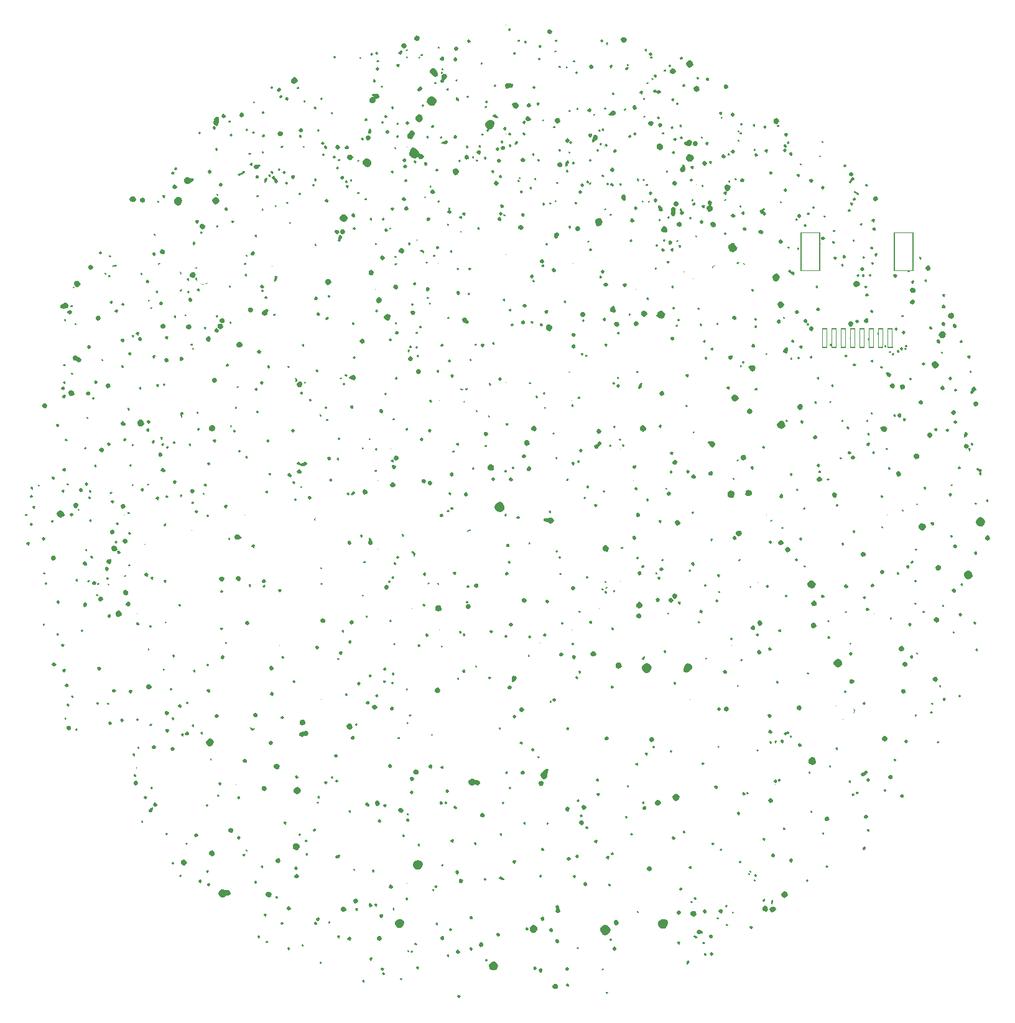
<source format=gbo>
%TF.GenerationSoftware,KiCad,Pcbnew,7.0.5*%
%TF.CreationDate,2023-06-09T13:05:55-04:00*%
%TF.ProjectId,atma,61746d61-2e6b-4696-9361-645f70636258,v1.0.0*%
%TF.SameCoordinates,Original*%
%TF.FileFunction,Legend,Bot*%
%TF.FilePolarity,Positive*%
%FSLAX46Y46*%
G04 Gerber Fmt 4.6, Leading zero omitted, Abs format (unit mm)*
G04 Created by KiCad (PCBNEW 7.0.5) date 2023-06-09 13:05:55*
%MOMM*%
%LPD*%
G01*
G04 APERTURE LIST*
G04 Aperture macros list*
%AMRoundRect*
0 Rectangle with rounded corners*
0 $1 Rounding radius*
0 $2 $3 $4 $5 $6 $7 $8 $9 X,Y pos of 4 corners*
0 Add a 4 corners polygon primitive as box body*
4,1,4,$2,$3,$4,$5,$6,$7,$8,$9,$2,$3,0*
0 Add four circle primitives for the rounded corners*
1,1,$1+$1,$2,$3*
1,1,$1+$1,$4,$5*
1,1,$1+$1,$6,$7*
1,1,$1+$1,$8,$9*
0 Add four rect primitives between the rounded corners*
20,1,$1+$1,$2,$3,$4,$5,0*
20,1,$1+$1,$4,$5,$6,$7,0*
20,1,$1+$1,$6,$7,$8,$9,0*
20,1,$1+$1,$8,$9,$2,$3,0*%
G04 Aperture macros list end*
%ADD10C,0.200000*%
%ADD11C,1.801800*%
%ADD12C,4.087800*%
%ADD13C,2.386000*%
%ADD14C,0.800000*%
%ADD15C,4.500000*%
%ADD16RoundRect,0.050000X0.320000X1.270000X-0.320000X1.270000X-0.320000X-1.270000X0.320000X-1.270000X0*%
%ADD17RoundRect,0.050000X1.270000X2.605000X-1.270000X2.605000X-1.270000X-2.605000X1.270000X-2.605000X0*%
%ADD18O,1.600000X2.600000*%
%ADD19O,2.600000X1.600000*%
G04 APERTURE END LIST*
D10*
%TO.C,*%
X251069420Y-124433500D02*
G75*
G03*
X251069420Y-124433500I-91920J0D01*
G01*
%TO.C,G\u002A\u002A\u002A*%
G36*
X250630266Y-146617266D02*
G01*
X250587933Y-146659600D01*
X250545600Y-146617266D01*
X250587933Y-146574933D01*
X250630266Y-146617266D01*
G37*
G36*
X248852266Y-160079266D02*
G01*
X248809933Y-160121600D01*
X248767600Y-160079266D01*
X248809933Y-160036933D01*
X248852266Y-160079266D01*
G37*
G36*
X243687600Y-172609933D02*
G01*
X243645266Y-172652266D01*
X243602933Y-172609933D01*
X243645266Y-172567600D01*
X243687600Y-172609933D01*
G37*
G36*
X235390266Y-183362600D02*
G01*
X235347933Y-183404933D01*
X235305600Y-183362600D01*
X235347933Y-183320266D01*
X235390266Y-183362600D01*
G37*
G36*
X234204933Y-146617266D02*
G01*
X234162600Y-146659600D01*
X234120266Y-146617266D01*
X234162600Y-146574933D01*
X234204933Y-146617266D01*
G37*
G36*
X233019600Y-155845933D02*
G01*
X232977266Y-155888266D01*
X232934933Y-155845933D01*
X232977266Y-155803600D01*
X233019600Y-155845933D01*
G37*
G36*
X229463600Y-164397266D02*
G01*
X229421266Y-164439600D01*
X229378933Y-164397266D01*
X229421266Y-164354933D01*
X229463600Y-164397266D01*
G37*
G36*
X224637600Y-101659266D02*
G01*
X224595266Y-101701600D01*
X224552933Y-101659266D01*
X224595266Y-101616933D01*
X224637600Y-101659266D01*
G37*
G36*
X223790933Y-171763266D02*
G01*
X223748600Y-171805600D01*
X223706266Y-171763266D01*
X223748600Y-171720933D01*
X223790933Y-171763266D01*
G37*
G36*
X216424933Y-115883266D02*
G01*
X216382600Y-115925600D01*
X216340266Y-115883266D01*
X216382600Y-115840933D01*
X216424933Y-115883266D01*
G37*
G36*
X216086266Y-141960600D02*
G01*
X216043933Y-142002933D01*
X216001600Y-141960600D01*
X216043933Y-141918266D01*
X216086266Y-141960600D01*
G37*
G36*
X214308266Y-155676600D02*
G01*
X214265933Y-155718933D01*
X214223600Y-155676600D01*
X214265933Y-155634266D01*
X214308266Y-155676600D01*
G37*
G36*
X214308266Y-137642600D02*
G01*
X214265933Y-137684933D01*
X214223600Y-137642600D01*
X214265933Y-137600266D01*
X214308266Y-137642600D01*
G37*
G36*
X212106933Y-96494600D02*
G01*
X212064600Y-96536933D01*
X212022266Y-96494600D01*
X212064600Y-96452266D01*
X212106933Y-96494600D01*
G37*
G36*
X211429600Y-159401933D02*
G01*
X211387266Y-159444266D01*
X211344933Y-159401933D01*
X211387266Y-159359600D01*
X211429600Y-159401933D01*
G37*
G36*
X207873600Y-112327266D02*
G01*
X207831266Y-112369600D01*
X207788933Y-112327266D01*
X207831266Y-112284933D01*
X207873600Y-112327266D01*
G37*
G36*
X207704266Y-162280600D02*
G01*
X207661933Y-162322933D01*
X207619600Y-162280600D01*
X207661933Y-162238266D01*
X207704266Y-162280600D01*
G37*
G36*
X207704266Y-131038600D02*
G01*
X207661933Y-131080933D01*
X207619600Y-131038600D01*
X207661933Y-130996266D01*
X207704266Y-131038600D01*
G37*
G36*
X203386266Y-164058600D02*
G01*
X203343933Y-164100933D01*
X203301600Y-164058600D01*
X203343933Y-164016266D01*
X203386266Y-164058600D01*
G37*
G36*
X198729600Y-128583266D02*
G01*
X198687266Y-128625600D01*
X198644933Y-128583266D01*
X198687266Y-128540933D01*
X198729600Y-128583266D01*
G37*
G36*
X198729600Y-111141933D02*
G01*
X198687266Y-111184266D01*
X198644933Y-111141933D01*
X198687266Y-111099600D01*
X198729600Y-111141933D01*
G37*
G36*
X198729600Y-94716600D02*
G01*
X198687266Y-94758933D01*
X198644933Y-94716600D01*
X198687266Y-94674266D01*
X198729600Y-94716600D01*
G37*
G36*
X198729600Y-79899933D02*
G01*
X198687266Y-79942266D01*
X198644933Y-79899933D01*
X198687266Y-79857600D01*
X198729600Y-79899933D01*
G37*
G36*
X189670266Y-162280600D02*
G01*
X189627933Y-162322933D01*
X189585600Y-162280600D01*
X189627933Y-162238266D01*
X189670266Y-162280600D01*
G37*
G36*
X189670266Y-131038600D02*
G01*
X189627933Y-131080933D01*
X189585600Y-131038600D01*
X189627933Y-130996266D01*
X189670266Y-131038600D01*
G37*
G36*
X189500933Y-112327266D02*
G01*
X189458600Y-112369600D01*
X189416266Y-112327266D01*
X189458600Y-112284933D01*
X189500933Y-112327266D01*
G37*
G36*
X185944933Y-159401933D02*
G01*
X185902600Y-159444266D01*
X185860266Y-159401933D01*
X185902600Y-159359600D01*
X185944933Y-159401933D01*
G37*
G36*
X185267600Y-196824600D02*
G01*
X185225266Y-196866933D01*
X185182933Y-196824600D01*
X185225266Y-196782266D01*
X185267600Y-196824600D01*
G37*
G36*
X185267600Y-96494600D02*
G01*
X185225266Y-96536933D01*
X185182933Y-96494600D01*
X185225266Y-96452266D01*
X185267600Y-96494600D01*
G37*
G36*
X183066266Y-137642600D02*
G01*
X183023933Y-137684933D01*
X182981600Y-137642600D01*
X183023933Y-137600266D01*
X183066266Y-137642600D01*
G37*
G36*
X181288266Y-151273933D02*
G01*
X181245933Y-151316266D01*
X181203600Y-151273933D01*
X181245933Y-151231600D01*
X181288266Y-151273933D01*
G37*
G36*
X181288266Y-141960600D02*
G01*
X181245933Y-142002933D01*
X181203600Y-141960600D01*
X181245933Y-141918266D01*
X181288266Y-141960600D01*
G37*
G36*
X180949600Y-115883266D02*
G01*
X180907266Y-115925600D01*
X180864933Y-115883266D01*
X180907266Y-115840933D01*
X180949600Y-115883266D01*
G37*
G36*
X173583600Y-171763266D02*
G01*
X173541266Y-171805600D01*
X173498933Y-171763266D01*
X173541266Y-171720933D01*
X173583600Y-171763266D01*
G37*
G36*
X167910933Y-164397266D02*
G01*
X167868600Y-164439600D01*
X167826266Y-164397266D01*
X167868600Y-164354933D01*
X167910933Y-164397266D01*
G37*
G36*
X163169600Y-146617266D02*
G01*
X163127266Y-146659600D01*
X163084933Y-146617266D01*
X163127266Y-146574933D01*
X163169600Y-146617266D01*
G37*
G36*
X161984266Y-183362600D02*
G01*
X161941933Y-183404933D01*
X161899600Y-183362600D01*
X161941933Y-183320266D01*
X161984266Y-183362600D01*
G37*
G36*
X148522266Y-160079266D02*
G01*
X148479933Y-160121600D01*
X148437600Y-160079266D01*
X148479933Y-160036933D01*
X148522266Y-160079266D01*
G37*
G36*
X146744266Y-146617266D02*
G01*
X146701933Y-146659600D01*
X146659600Y-146617266D01*
X146701933Y-146574933D01*
X146744266Y-146617266D01*
G37*
G36*
X245658735Y-164036510D02*
G01*
X245719600Y-164143266D01*
X245701093Y-164214400D01*
X245588128Y-164255308D01*
X245472750Y-164199954D01*
X245452155Y-164102951D01*
X245571433Y-164032384D01*
X245658735Y-164036510D01*
G37*
G36*
X234228735Y-124581844D02*
G01*
X234289600Y-124688600D01*
X234271093Y-124759734D01*
X234158128Y-124800641D01*
X234042750Y-124745287D01*
X234022155Y-124648285D01*
X234141433Y-124577718D01*
X234228735Y-124581844D01*
G37*
G36*
X230334068Y-169793844D02*
G01*
X230394933Y-169900600D01*
X230376427Y-169971734D01*
X230263461Y-170012641D01*
X230148084Y-169957287D01*
X230127488Y-169860285D01*
X230246766Y-169789718D01*
X230334068Y-169793844D01*
G37*
G36*
X228132735Y-92408510D02*
G01*
X228193600Y-92515266D01*
X228175093Y-92586400D01*
X228062128Y-92627308D01*
X227946750Y-92571954D01*
X227926155Y-92474951D01*
X228045433Y-92404384D01*
X228132735Y-92408510D01*
G37*
G36*
X226061975Y-166170794D02*
G01*
X226057074Y-166241509D01*
X225949933Y-166302266D01*
X225872073Y-166280013D01*
X225839051Y-166154100D01*
X225891995Y-166046832D01*
X225988708Y-166040744D01*
X226061975Y-166170794D01*
G37*
G36*
X224322735Y-135249844D02*
G01*
X224383600Y-135356600D01*
X224365093Y-135427734D01*
X224252128Y-135468641D01*
X224136750Y-135413287D01*
X224116155Y-135316285D01*
X224235433Y-135245718D01*
X224322735Y-135249844D01*
G37*
G36*
X218226735Y-103838510D02*
G01*
X218287600Y-103945266D01*
X218269093Y-104016400D01*
X218156128Y-104057308D01*
X218040750Y-104001954D01*
X218020155Y-103904951D01*
X218139433Y-103834384D01*
X218226735Y-103838510D01*
G37*
G36*
X210821975Y-92087461D02*
G01*
X210817074Y-92158175D01*
X210709933Y-92218933D01*
X210632073Y-92196680D01*
X210599051Y-92070766D01*
X210651995Y-91963499D01*
X210748708Y-91957411D01*
X210821975Y-92087461D01*
G37*
G36*
X205572641Y-103856127D02*
G01*
X205567741Y-103926842D01*
X205460600Y-103987600D01*
X205382740Y-103965346D01*
X205349718Y-103839433D01*
X205402661Y-103732166D01*
X205499375Y-103726078D01*
X205572641Y-103856127D01*
G37*
G36*
X203833401Y-92747177D02*
G01*
X203894266Y-92853933D01*
X203875760Y-92925067D01*
X203762794Y-92965974D01*
X203647417Y-92910620D01*
X203626822Y-92813618D01*
X203746100Y-92743051D01*
X203833401Y-92747177D01*
G37*
G36*
X187030641Y-84298127D02*
G01*
X187025741Y-84368842D01*
X186918600Y-84429600D01*
X186840740Y-84407346D01*
X186807718Y-84281433D01*
X186860661Y-84174166D01*
X186957375Y-84168078D01*
X187030641Y-84298127D01*
G37*
G36*
X183051308Y-107581461D02*
G01*
X183046407Y-107652175D01*
X182939266Y-107712933D01*
X182861406Y-107690680D01*
X182828385Y-107564766D01*
X182881328Y-107457499D01*
X182978041Y-107451411D01*
X183051308Y-107581461D01*
G37*
G36*
X180211401Y-136181177D02*
G01*
X180272266Y-136287933D01*
X180253760Y-136359067D01*
X180140794Y-136399974D01*
X180025417Y-136344620D01*
X180004822Y-136247618D01*
X180124100Y-136177051D01*
X180211401Y-136181177D01*
G37*
G36*
X171406068Y-128476510D02*
G01*
X171466933Y-128583266D01*
X171448427Y-128654400D01*
X171335461Y-128695308D01*
X171220084Y-128639954D01*
X171199488Y-128542951D01*
X171318766Y-128472384D01*
X171406068Y-128476510D01*
G37*
G36*
X170943975Y-142802794D02*
G01*
X170939074Y-142873509D01*
X170831933Y-142934266D01*
X170754073Y-142912013D01*
X170721051Y-142786100D01*
X170773995Y-142678832D01*
X170870708Y-142672744D01*
X170943975Y-142802794D01*
G37*
G36*
X169374068Y-106717177D02*
G01*
X169434933Y-106823933D01*
X169416427Y-106895067D01*
X169303461Y-106935974D01*
X169188084Y-106880620D01*
X169167488Y-106783618D01*
X169286766Y-106713051D01*
X169374068Y-106717177D01*
G37*
G36*
X167426735Y-104431177D02*
G01*
X167487600Y-104537933D01*
X167469093Y-104609067D01*
X167356128Y-104649974D01*
X167240750Y-104594620D01*
X167220155Y-104497618D01*
X167339433Y-104427051D01*
X167426735Y-104431177D01*
G37*
G36*
X164463401Y-90291844D02*
G01*
X164524266Y-90398600D01*
X164505760Y-90469734D01*
X164392794Y-90510641D01*
X164277417Y-90455287D01*
X164256822Y-90358285D01*
X164376100Y-90287718D01*
X164463401Y-90291844D01*
G37*
G36*
X150200641Y-117402794D02*
G01*
X150195741Y-117473509D01*
X150088600Y-117534266D01*
X150010740Y-117512013D01*
X149977718Y-117386100D01*
X150030661Y-117278832D01*
X150127375Y-117272744D01*
X150200641Y-117402794D01*
G37*
G36*
X147953401Y-142446510D02*
G01*
X148014266Y-142553266D01*
X147995760Y-142624400D01*
X147882794Y-142665308D01*
X147767417Y-142609954D01*
X147746822Y-142512951D01*
X147866100Y-142442384D01*
X147953401Y-142446510D01*
G37*
G36*
X262748264Y-144990799D02*
G01*
X262824037Y-145104993D01*
X262764058Y-145250252D01*
X262704149Y-145285293D01*
X262578777Y-145251016D01*
X262498558Y-145107417D01*
X262510835Y-145013331D01*
X262646725Y-144966266D01*
X262748264Y-144990799D01*
G37*
G36*
X262110981Y-127052089D02*
G01*
X262107159Y-127178889D01*
X261994842Y-127261802D01*
X261866859Y-127250448D01*
X261806266Y-127148930D01*
X261813485Y-127097237D01*
X261898310Y-126970040D01*
X262015738Y-126962109D01*
X262110981Y-127052089D01*
G37*
G36*
X260521330Y-171192807D02*
G01*
X260604815Y-171318766D01*
X260590560Y-171424081D01*
X260451600Y-171466933D01*
X260327837Y-171438778D01*
X260298385Y-171318766D01*
X260332052Y-171240984D01*
X260451600Y-171170600D01*
X260521330Y-171192807D01*
G37*
G36*
X259711407Y-162500384D02*
G01*
X259811822Y-162579516D01*
X259763939Y-162716377D01*
X259704876Y-162767806D01*
X259595340Y-162782671D01*
X259526942Y-162683186D01*
X259539683Y-162554770D01*
X259633155Y-162492266D01*
X259711407Y-162500384D01*
G37*
G36*
X259475573Y-142463992D02*
G01*
X259523218Y-142574787D01*
X259462058Y-142710252D01*
X259404068Y-142744402D01*
X259282545Y-142715731D01*
X259223933Y-142589703D01*
X259246144Y-142523064D01*
X259372100Y-142442384D01*
X259475573Y-142463992D01*
G37*
G36*
X259460398Y-149396762D02*
G01*
X259520266Y-149538266D01*
X259492437Y-149647731D01*
X259350933Y-149707600D01*
X259241468Y-149679770D01*
X259181600Y-149538266D01*
X259209429Y-149428801D01*
X259350933Y-149368933D01*
X259460398Y-149396762D01*
G37*
G36*
X258287521Y-158880268D02*
G01*
X258347013Y-158922275D01*
X258366781Y-159060061D01*
X258319957Y-159142257D01*
X258208837Y-159179963D01*
X258110150Y-159059615D01*
X258089086Y-158980146D01*
X258132150Y-158869464D01*
X258287521Y-158880268D01*
G37*
G36*
X258107915Y-124405559D02*
G01*
X258219096Y-124505388D01*
X258205171Y-124650735D01*
X258125136Y-124710838D01*
X258004889Y-124674542D01*
X257926558Y-124533417D01*
X257930413Y-124456885D01*
X258027395Y-124392266D01*
X258107915Y-124405559D01*
G37*
G36*
X257962315Y-169893422D02*
G01*
X257958493Y-170020222D01*
X257846176Y-170103136D01*
X257718193Y-170091781D01*
X257657600Y-169990263D01*
X257664818Y-169938570D01*
X257749644Y-169811373D01*
X257867072Y-169803442D01*
X257962315Y-169893422D01*
G37*
G36*
X257614748Y-177423972D02*
G01*
X257657600Y-177562933D01*
X257629445Y-177686696D01*
X257509433Y-177716148D01*
X257431651Y-177682481D01*
X257361266Y-177562933D01*
X257383474Y-177493203D01*
X257509433Y-177409718D01*
X257614748Y-177423972D01*
G37*
G36*
X256821597Y-172253466D02*
G01*
X256897370Y-172367660D01*
X256837391Y-172512919D01*
X256777483Y-172547960D01*
X256652110Y-172513683D01*
X256571892Y-172370083D01*
X256584169Y-172275998D01*
X256720058Y-172228933D01*
X256821597Y-172253466D01*
G37*
G36*
X255692402Y-159749483D02*
G01*
X255681598Y-159904854D01*
X255639591Y-159964346D01*
X255501805Y-159984114D01*
X255419609Y-159937290D01*
X255381903Y-159826170D01*
X255502251Y-159727483D01*
X255581720Y-159706419D01*
X255692402Y-159749483D01*
G37*
G36*
X254711160Y-145065684D02*
G01*
X254778933Y-145177933D01*
X254764182Y-145237160D01*
X254651933Y-145304933D01*
X254592706Y-145290181D01*
X254524933Y-145177933D01*
X254539685Y-145118706D01*
X254651933Y-145050933D01*
X254711160Y-145065684D01*
G37*
G36*
X254620264Y-151256132D02*
G01*
X254696037Y-151370326D01*
X254636058Y-151515586D01*
X254576149Y-151550626D01*
X254450777Y-151516350D01*
X254370558Y-151372750D01*
X254382835Y-151278664D01*
X254518725Y-151231600D01*
X254620264Y-151256132D01*
G37*
G36*
X254539014Y-158621171D02*
G01*
X254609600Y-158724600D01*
X254578171Y-158798660D01*
X254440266Y-158851600D01*
X254341519Y-158828028D01*
X254270933Y-158724600D01*
X254302362Y-158650539D01*
X254440266Y-158597600D01*
X254539014Y-158621171D01*
G37*
G36*
X253876484Y-127979058D02*
G01*
X253932266Y-128123808D01*
X253905586Y-128239805D01*
X253785072Y-128271002D01*
X253689077Y-128230788D01*
X253610645Y-128117479D01*
X253631277Y-128001481D01*
X253756725Y-127948266D01*
X253876484Y-127979058D01*
G37*
G36*
X253239996Y-123525474D02*
G01*
X253323482Y-123651433D01*
X253309227Y-123756748D01*
X253170266Y-123799600D01*
X253046503Y-123771444D01*
X253017051Y-123651433D01*
X253050718Y-123573651D01*
X253170266Y-123503266D01*
X253239996Y-123525474D01*
G37*
G36*
X253180930Y-123908799D02*
G01*
X253256703Y-124022993D01*
X253196725Y-124168252D01*
X253136816Y-124203293D01*
X253011444Y-124169016D01*
X252931225Y-124025417D01*
X252943502Y-123931331D01*
X253079392Y-123884266D01*
X253180930Y-123908799D01*
G37*
G36*
X252773915Y-145910893D02*
G01*
X252885096Y-146010722D01*
X252871171Y-146156069D01*
X252791136Y-146216171D01*
X252670889Y-146179876D01*
X252592558Y-146038750D01*
X252596413Y-145962218D01*
X252693395Y-145897600D01*
X252773915Y-145910893D01*
G37*
G36*
X251755731Y-179876762D02*
G01*
X251815600Y-180018266D01*
X251787771Y-180127731D01*
X251646266Y-180187600D01*
X251536802Y-180159770D01*
X251476933Y-180018266D01*
X251504762Y-179908801D01*
X251646266Y-179848933D01*
X251755731Y-179876762D01*
G37*
G36*
X251334581Y-123643559D02*
G01*
X251445762Y-123743388D01*
X251431838Y-123888735D01*
X251351802Y-123948838D01*
X251231556Y-123912542D01*
X251153225Y-123771417D01*
X251157079Y-123694885D01*
X251254062Y-123630266D01*
X251334581Y-123643559D01*
G37*
G36*
X251273648Y-160664756D02*
G01*
X251269826Y-160791556D01*
X251238236Y-160827189D01*
X251090936Y-160883600D01*
X250991111Y-160826066D01*
X250977060Y-160698892D01*
X251060977Y-160582707D01*
X251178405Y-160574775D01*
X251273648Y-160664756D01*
G37*
G36*
X250644347Y-137539171D02*
G01*
X250714933Y-137642600D01*
X250683504Y-137716660D01*
X250545600Y-137769600D01*
X250446853Y-137746028D01*
X250376266Y-137642600D01*
X250407696Y-137568539D01*
X250545600Y-137515600D01*
X250644347Y-137539171D01*
G37*
G36*
X250404198Y-123473659D02*
G01*
X250514301Y-123572922D01*
X250503266Y-123714933D01*
X250395509Y-123796224D01*
X250267185Y-123766474D01*
X250206933Y-123630266D01*
X250230028Y-123531427D01*
X250328936Y-123460933D01*
X250404198Y-123473659D01*
G37*
G36*
X250405151Y-184028391D02*
G01*
X250460933Y-184173141D01*
X250434252Y-184289138D01*
X250313739Y-184320335D01*
X250217744Y-184280122D01*
X250139312Y-184166812D01*
X250159944Y-184050815D01*
X250285392Y-183997600D01*
X250405151Y-184028391D01*
G37*
G36*
X249979915Y-148196893D02*
G01*
X250091096Y-148296722D01*
X250077171Y-148442069D01*
X249997136Y-148502171D01*
X249876889Y-148465876D01*
X249798558Y-148324750D01*
X249802413Y-148248218D01*
X249899395Y-148183600D01*
X249979915Y-148196893D01*
G37*
G36*
X250004560Y-143998797D02*
G01*
X250075240Y-144129440D01*
X250012992Y-144279674D01*
X249914766Y-144344059D01*
X249787477Y-144311264D01*
X249714211Y-144134134D01*
X249727660Y-143995240D01*
X249853319Y-143950266D01*
X250004560Y-143998797D01*
G37*
G36*
X248707731Y-112228095D02*
G01*
X248767600Y-112369600D01*
X248739771Y-112479064D01*
X248598266Y-112538933D01*
X248488802Y-112511104D01*
X248428933Y-112369600D01*
X248456762Y-112260135D01*
X248598266Y-112200266D01*
X248707731Y-112228095D01*
G37*
G36*
X248648981Y-132724756D02*
G01*
X248645159Y-132851556D01*
X248532842Y-132934469D01*
X248404859Y-132923114D01*
X248344266Y-132821596D01*
X248351485Y-132769903D01*
X248436310Y-132642707D01*
X248553738Y-132634775D01*
X248648981Y-132724756D01*
G37*
G36*
X248334297Y-113863370D02*
G01*
X248413002Y-114000405D01*
X248400745Y-114101979D01*
X248265808Y-114147600D01*
X248146049Y-114116808D01*
X248090266Y-113972058D01*
X248112367Y-113881536D01*
X248212262Y-113821831D01*
X248334297Y-113863370D01*
G37*
G36*
X248141894Y-189464797D02*
G01*
X248212573Y-189595440D01*
X248150325Y-189745674D01*
X248052100Y-189810059D01*
X247924811Y-189777264D01*
X247851545Y-189600134D01*
X247864994Y-189461240D01*
X247990653Y-189416266D01*
X248141894Y-189464797D01*
G37*
G36*
X247952660Y-133652362D02*
G01*
X248005600Y-133790266D01*
X247982028Y-133889013D01*
X247878600Y-133959600D01*
X247804539Y-133928170D01*
X247751600Y-133790266D01*
X247775172Y-133691519D01*
X247878600Y-133620933D01*
X247952660Y-133652362D01*
G37*
G36*
X247804594Y-115446193D02*
G01*
X247893342Y-115556866D01*
X247837365Y-115712609D01*
X247693312Y-115791673D01*
X247557578Y-115738457D01*
X247497600Y-115577874D01*
X247522989Y-115480661D01*
X247661936Y-115417600D01*
X247804594Y-115446193D01*
G37*
G36*
X247180982Y-106898877D02*
G01*
X247250562Y-107005887D01*
X247184228Y-107151415D01*
X247071963Y-107195060D01*
X246929939Y-107150837D01*
X246862600Y-107034440D01*
X246904158Y-106950306D01*
X247053100Y-106881544D01*
X247180982Y-106898877D01*
G37*
G36*
X246621709Y-184366510D02*
G01*
X246707366Y-184478763D01*
X246645515Y-184639128D01*
X246528602Y-184728065D01*
X246401522Y-184697438D01*
X246327545Y-184520134D01*
X246342043Y-184379723D01*
X246470714Y-184336266D01*
X246621709Y-184366510D01*
G37*
G36*
X246086198Y-109080326D02*
G01*
X246196301Y-109179589D01*
X246185266Y-109321600D01*
X246077509Y-109402891D01*
X245949185Y-109373141D01*
X245888933Y-109236933D01*
X245912028Y-109138094D01*
X246010936Y-109067600D01*
X246086198Y-109080326D01*
G37*
G36*
X245324198Y-172410992D02*
G01*
X245434301Y-172510255D01*
X245423266Y-172652266D01*
X245315509Y-172733558D01*
X245187185Y-172703807D01*
X245126933Y-172567600D01*
X245150028Y-172468761D01*
X245248936Y-172398266D01*
X245324198Y-172410992D01*
G37*
G36*
X245082239Y-159735992D02*
G01*
X245129885Y-159846787D01*
X245068725Y-159982252D01*
X245010735Y-160016402D01*
X244889212Y-159987731D01*
X244830600Y-159861703D01*
X244852811Y-159795064D01*
X244978766Y-159714384D01*
X245082239Y-159735992D01*
G37*
G36*
X244947630Y-170590037D02*
G01*
X245026336Y-170727072D01*
X245014078Y-170828646D01*
X244879141Y-170874266D01*
X244759382Y-170843475D01*
X244703600Y-170698725D01*
X244725700Y-170608203D01*
X244825595Y-170548497D01*
X244947630Y-170590037D01*
G37*
G36*
X244669648Y-133740756D02*
G01*
X244665826Y-133867556D01*
X244634236Y-133903189D01*
X244486936Y-133959600D01*
X244387111Y-133902066D01*
X244373060Y-133774892D01*
X244456977Y-133658707D01*
X244574405Y-133650775D01*
X244669648Y-133740756D01*
G37*
G36*
X244375597Y-138810132D02*
G01*
X244451370Y-138924326D01*
X244391391Y-139069586D01*
X244331483Y-139104626D01*
X244206110Y-139070350D01*
X244125892Y-138926750D01*
X244138169Y-138832664D01*
X244274058Y-138785600D01*
X244375597Y-138810132D01*
G37*
G36*
X243500402Y-107848816D02*
G01*
X243489598Y-108004187D01*
X243447591Y-108063680D01*
X243309805Y-108083447D01*
X243227609Y-108036623D01*
X243189903Y-107925504D01*
X243310251Y-107826816D01*
X243389720Y-107805752D01*
X243500402Y-107848816D01*
G37*
G36*
X243444264Y-122046132D02*
G01*
X243520037Y-122160326D01*
X243460058Y-122305586D01*
X243400149Y-122340626D01*
X243274777Y-122306350D01*
X243194558Y-122162750D01*
X243206835Y-122068664D01*
X243342725Y-122021600D01*
X243444264Y-122046132D01*
G37*
G36*
X242976315Y-180815422D02*
G01*
X242972493Y-180942222D01*
X242860176Y-181025136D01*
X242732193Y-181013781D01*
X242671600Y-180912263D01*
X242678818Y-180860570D01*
X242763644Y-180733373D01*
X242881072Y-180725442D01*
X242976315Y-180815422D01*
G37*
G36*
X242965573Y-131118659D02*
G01*
X243013218Y-131229453D01*
X242952058Y-131364919D01*
X242894068Y-131399068D01*
X242772545Y-131370397D01*
X242713933Y-131244370D01*
X242736144Y-131177730D01*
X242862100Y-131097051D01*
X242965573Y-131118659D01*
G37*
G36*
X242174264Y-105874799D02*
G01*
X242250037Y-105988993D01*
X242190058Y-106134252D01*
X242130149Y-106169293D01*
X242004777Y-106135016D01*
X241924558Y-105991417D01*
X241936835Y-105897331D01*
X242072725Y-105850266D01*
X242174264Y-105874799D01*
G37*
G36*
X242044981Y-189959422D02*
G01*
X242041159Y-190086222D01*
X241928842Y-190169136D01*
X241800859Y-190157781D01*
X241740266Y-190056263D01*
X241747485Y-190004570D01*
X241832310Y-189877373D01*
X241949738Y-189869442D01*
X242044981Y-189959422D01*
G37*
G36*
X241503160Y-97652351D02*
G01*
X241570933Y-97764600D01*
X241556182Y-97823827D01*
X241443933Y-97891600D01*
X241384706Y-97876848D01*
X241316933Y-97764600D01*
X241331685Y-97705372D01*
X241443933Y-97637600D01*
X241503160Y-97652351D01*
G37*
G36*
X240678646Y-104608455D02*
G01*
X240724266Y-104743391D01*
X240693475Y-104863150D01*
X240548725Y-104918933D01*
X240458203Y-104896832D01*
X240398498Y-104796938D01*
X240440037Y-104674902D01*
X240577072Y-104596197D01*
X240678646Y-104608455D01*
G37*
G36*
X240436315Y-186996089D02*
G01*
X240432493Y-187122889D01*
X240320176Y-187205802D01*
X240192193Y-187194448D01*
X240131600Y-187092930D01*
X240138818Y-187041237D01*
X240223644Y-186914040D01*
X240341072Y-186906109D01*
X240436315Y-186996089D01*
G37*
G36*
X240182315Y-181662089D02*
G01*
X240178493Y-181788889D01*
X240066176Y-181871802D01*
X239938193Y-181860448D01*
X239877600Y-181758930D01*
X239884818Y-181707237D01*
X239969644Y-181580040D01*
X240087072Y-181572109D01*
X240182315Y-181662089D01*
G37*
G36*
X239862663Y-120562141D02*
G01*
X239946148Y-120688100D01*
X239931894Y-120793415D01*
X239792933Y-120836266D01*
X239669170Y-120808111D01*
X239639718Y-120688100D01*
X239673385Y-120610317D01*
X239792933Y-120539933D01*
X239862663Y-120562141D01*
G37*
G36*
X239468347Y-153541171D02*
G01*
X239538933Y-153644600D01*
X239507504Y-153718660D01*
X239369600Y-153771600D01*
X239270853Y-153748028D01*
X239200266Y-153644600D01*
X239231696Y-153570539D01*
X239369600Y-153517600D01*
X239468347Y-153541171D01*
G37*
G36*
X239411415Y-145589306D02*
G01*
X239454266Y-145728266D01*
X239426111Y-145852029D01*
X239306100Y-145881481D01*
X239228318Y-145847814D01*
X239157933Y-145728266D01*
X239180141Y-145658536D01*
X239306100Y-145575051D01*
X239411415Y-145589306D01*
G37*
G36*
X238888581Y-98751559D02*
G01*
X238999762Y-98851388D01*
X238985838Y-98996735D01*
X238905802Y-99056838D01*
X238785556Y-99020542D01*
X238707225Y-98879417D01*
X238711079Y-98802885D01*
X238808062Y-98738266D01*
X238888581Y-98751559D01*
G37*
G36*
X238592663Y-125134141D02*
G01*
X238676148Y-125260100D01*
X238661894Y-125365415D01*
X238522933Y-125408266D01*
X238399170Y-125380111D01*
X238369718Y-125260100D01*
X238403385Y-125182317D01*
X238522933Y-125111933D01*
X238592663Y-125134141D01*
G37*
G36*
X238386621Y-152580415D02*
G01*
X238438266Y-152760596D01*
X238412556Y-152862007D01*
X238273930Y-152924933D01*
X238111520Y-152885998D01*
X238043181Y-152767369D01*
X238123790Y-152610457D01*
X238260071Y-152531700D01*
X238386621Y-152580415D01*
G37*
G36*
X237623327Y-125185695D02*
G01*
X237676266Y-125323600D01*
X237652695Y-125422347D01*
X237549266Y-125492933D01*
X237475206Y-125461504D01*
X237422266Y-125323600D01*
X237445838Y-125224852D01*
X237549266Y-125154266D01*
X237623327Y-125185695D01*
G37*
G36*
X237642315Y-176751422D02*
G01*
X237638493Y-176878222D01*
X237526176Y-176961136D01*
X237398193Y-176949781D01*
X237337600Y-176848263D01*
X237344818Y-176796570D01*
X237429644Y-176669373D01*
X237547072Y-176661442D01*
X237642315Y-176751422D01*
G37*
G36*
X237239882Y-110090191D02*
G01*
X237335399Y-110160328D01*
X237281155Y-110281155D01*
X237195551Y-110331220D01*
X237061828Y-110317209D01*
X236998933Y-110210600D01*
X237030362Y-110136539D01*
X237168266Y-110083600D01*
X237239882Y-110090191D01*
G37*
G36*
X236993801Y-133697643D02*
G01*
X237068963Y-133819122D01*
X237061150Y-133927485D01*
X236943122Y-133944962D01*
X236858003Y-133908006D01*
X236787266Y-133789107D01*
X236795853Y-133735960D01*
X236879079Y-133667399D01*
X236993801Y-133697643D01*
G37*
G36*
X236947323Y-157525832D02*
G01*
X237051132Y-157615979D01*
X237045826Y-157743556D01*
X236974084Y-157811880D01*
X236825538Y-157820533D01*
X236713086Y-157705395D01*
X236704331Y-157631929D01*
X236794385Y-157524819D01*
X236947323Y-157525832D01*
G37*
G36*
X236439500Y-148257380D02*
G01*
X236490933Y-148400263D01*
X236442013Y-148491006D01*
X236316833Y-148521149D01*
X236205183Y-148454724D01*
X236193899Y-148412318D01*
X236233054Y-148274543D01*
X236328998Y-148209492D01*
X236439500Y-148257380D01*
G37*
G36*
X236179248Y-103916226D02*
G01*
X236290429Y-104016055D01*
X236276504Y-104161402D01*
X236196469Y-104221505D01*
X236076223Y-104185209D01*
X235997892Y-104044083D01*
X236001746Y-103967551D01*
X236098728Y-103902933D01*
X236179248Y-103916226D01*
G37*
G36*
X234922239Y-147289992D02*
G01*
X234969885Y-147400787D01*
X234908725Y-147536252D01*
X234850735Y-147570402D01*
X234729212Y-147541731D01*
X234670600Y-147415703D01*
X234692811Y-147349064D01*
X234818766Y-147268384D01*
X234922239Y-147289992D01*
G37*
G36*
X233899495Y-137256752D02*
G01*
X233950933Y-137435930D01*
X233926172Y-137535606D01*
X233790658Y-137600266D01*
X233631067Y-137541252D01*
X233576783Y-137405899D01*
X233655924Y-137260501D01*
X233772722Y-137204301D01*
X233899495Y-137256752D01*
G37*
G36*
X233474660Y-133229029D02*
G01*
X233527600Y-133366933D01*
X233504028Y-133465680D01*
X233400600Y-133536266D01*
X233326539Y-133504837D01*
X233273600Y-133366933D01*
X233297172Y-133268186D01*
X233400600Y-133197600D01*
X233474660Y-133229029D01*
G37*
G36*
X233074211Y-130667789D02*
G01*
X233142711Y-130755376D01*
X233094077Y-130881544D01*
X233006490Y-130950044D01*
X232880322Y-130901410D01*
X232811822Y-130813823D01*
X232860456Y-130687655D01*
X232948043Y-130619155D01*
X233074211Y-130667789D01*
G37*
G36*
X232790398Y-119848095D02*
G01*
X232850266Y-119989600D01*
X232822437Y-120099064D01*
X232680933Y-120158933D01*
X232571468Y-120131104D01*
X232511600Y-119989600D01*
X232539429Y-119880135D01*
X232680933Y-119820266D01*
X232790398Y-119848095D01*
G37*
G36*
X232627994Y-96737695D02*
G01*
X232680933Y-96875600D01*
X232657361Y-96974347D01*
X232553933Y-97044933D01*
X232479873Y-97013504D01*
X232426933Y-96875600D01*
X232450505Y-96776852D01*
X232553933Y-96706266D01*
X232627994Y-96737695D01*
G37*
G36*
X232618073Y-196282384D02*
G01*
X232718489Y-196361516D01*
X232670605Y-196498377D01*
X232611542Y-196549806D01*
X232502007Y-196564671D01*
X232433608Y-196465186D01*
X232446350Y-196336770D01*
X232539822Y-196274266D01*
X232618073Y-196282384D01*
G37*
G36*
X232393894Y-115889463D02*
G01*
X232464573Y-116020107D01*
X232402325Y-116170341D01*
X232304100Y-116234725D01*
X232176811Y-116201930D01*
X232103545Y-116024801D01*
X232116994Y-115885907D01*
X232242653Y-115840933D01*
X232393894Y-115889463D01*
G37*
G36*
X232030581Y-195102226D02*
G01*
X232141762Y-195202055D01*
X232127838Y-195347402D01*
X232047802Y-195407505D01*
X231927556Y-195371209D01*
X231849225Y-195230083D01*
X231853079Y-195153551D01*
X231950062Y-195088933D01*
X232030581Y-195102226D01*
G37*
G36*
X232020494Y-156326351D02*
G01*
X232088266Y-156438600D01*
X232073515Y-156497827D01*
X231961266Y-156565600D01*
X231902039Y-156550848D01*
X231834266Y-156438600D01*
X231849018Y-156379372D01*
X231961266Y-156311600D01*
X232020494Y-156326351D01*
G37*
G36*
X231861248Y-195440893D02*
G01*
X231972429Y-195540722D01*
X231958504Y-195686069D01*
X231878469Y-195746171D01*
X231758223Y-195709876D01*
X231679892Y-195568750D01*
X231683746Y-195492218D01*
X231780728Y-195427600D01*
X231861248Y-195440893D01*
G37*
G36*
X231659801Y-184412976D02*
G01*
X231734963Y-184534455D01*
X231727150Y-184642818D01*
X231609122Y-184660296D01*
X231524003Y-184623340D01*
X231453266Y-184504440D01*
X231461853Y-184451293D01*
X231545079Y-184382732D01*
X231659801Y-184412976D01*
G37*
G36*
X231308472Y-112251925D02*
G01*
X231297050Y-112408281D01*
X231250184Y-112490641D01*
X231139045Y-112528733D01*
X231040419Y-112408728D01*
X231031526Y-112335955D01*
X231119679Y-112228935D01*
X231198715Y-112208084D01*
X231308472Y-112251925D01*
G37*
G36*
X231057330Y-125726807D02*
G01*
X231140815Y-125852766D01*
X231126560Y-125958081D01*
X230987600Y-126000933D01*
X230863837Y-125972778D01*
X230834385Y-125852766D01*
X230868052Y-125774984D01*
X230987600Y-125704600D01*
X231057330Y-125726807D01*
G37*
G36*
X230860082Y-166247972D02*
G01*
X230902933Y-166386933D01*
X230874778Y-166510696D01*
X230754766Y-166540148D01*
X230676984Y-166506481D01*
X230606600Y-166386933D01*
X230628808Y-166317203D01*
X230754766Y-166233718D01*
X230860082Y-166247972D01*
G37*
G36*
X230676865Y-104423659D02*
G01*
X230786968Y-104522922D01*
X230775933Y-104664933D01*
X230668176Y-104746224D01*
X230539851Y-104716474D01*
X230479600Y-104580266D01*
X230502695Y-104481427D01*
X230601603Y-104410933D01*
X230676865Y-104423659D01*
G37*
G36*
X230638964Y-193788704D02*
G01*
X230717669Y-193925738D01*
X230705411Y-194027313D01*
X230570475Y-194072933D01*
X230450716Y-194042141D01*
X230394933Y-193897391D01*
X230417034Y-193806870D01*
X230516928Y-193747164D01*
X230638964Y-193788704D01*
G37*
G36*
X230421915Y-95534226D02*
G01*
X230533096Y-95634055D01*
X230519171Y-95779402D01*
X230439136Y-95839505D01*
X230318889Y-95803209D01*
X230240558Y-95662083D01*
X230244413Y-95585551D01*
X230341395Y-95520933D01*
X230421915Y-95534226D01*
G37*
G36*
X230350239Y-139077325D02*
G01*
X230397885Y-139188120D01*
X230336725Y-139323586D01*
X230278735Y-139357735D01*
X230157212Y-139329064D01*
X230098600Y-139203037D01*
X230120811Y-139136397D01*
X230246766Y-139055718D01*
X230350239Y-139077325D01*
G37*
G36*
X230070347Y-100793838D02*
G01*
X230140933Y-100897266D01*
X230109504Y-100971327D01*
X229971600Y-101024266D01*
X229872853Y-101000694D01*
X229802266Y-100897266D01*
X229833696Y-100823206D01*
X229971600Y-100770266D01*
X230070347Y-100793838D01*
G37*
G36*
X229744581Y-141592893D02*
G01*
X229855762Y-141692722D01*
X229841838Y-141838069D01*
X229761802Y-141898171D01*
X229641556Y-141861876D01*
X229563225Y-141720750D01*
X229567079Y-141644218D01*
X229664062Y-141579600D01*
X229744581Y-141592893D01*
G37*
G36*
X229620738Y-200660068D02*
G01*
X229702963Y-200790455D01*
X229695150Y-200898818D01*
X229577122Y-200916296D01*
X229521013Y-200897080D01*
X229433094Y-200798630D01*
X229439268Y-200687450D01*
X229547107Y-200634600D01*
X229620738Y-200660068D01*
G37*
G36*
X229448663Y-163403474D02*
G01*
X229532148Y-163529433D01*
X229517894Y-163634748D01*
X229378933Y-163677600D01*
X229255170Y-163649444D01*
X229225718Y-163529433D01*
X229259385Y-163451651D01*
X229378933Y-163381266D01*
X229448663Y-163403474D01*
G37*
G36*
X229260315Y-101144089D02*
G01*
X229256493Y-101270889D01*
X229144176Y-101353802D01*
X229016193Y-101342448D01*
X228955600Y-101240930D01*
X228962818Y-101189237D01*
X229047644Y-101062040D01*
X229165072Y-101054109D01*
X229260315Y-101144089D01*
G37*
G36*
X229220264Y-176994799D02*
G01*
X229296037Y-177108993D01*
X229236058Y-177254252D01*
X229176149Y-177289293D01*
X229050777Y-177255016D01*
X228970558Y-177111417D01*
X228982835Y-177017331D01*
X229118725Y-176970266D01*
X229220264Y-176994799D01*
G37*
G36*
X228881597Y-202394799D02*
G01*
X228957370Y-202508993D01*
X228897391Y-202654252D01*
X228837483Y-202689293D01*
X228712110Y-202655016D01*
X228631892Y-202511417D01*
X228644169Y-202417331D01*
X228780058Y-202370266D01*
X228881597Y-202394799D01*
G37*
G36*
X228798811Y-133391213D02*
G01*
X228872763Y-133505519D01*
X228814489Y-133649155D01*
X228727709Y-133701942D01*
X228593239Y-133676384D01*
X228532266Y-133536266D01*
X228560096Y-133426801D01*
X228701600Y-133366933D01*
X228798811Y-133391213D01*
G37*
G36*
X228656906Y-103601992D02*
G01*
X228704552Y-103712787D01*
X228643391Y-103848252D01*
X228585401Y-103882402D01*
X228463878Y-103853731D01*
X228405266Y-103727703D01*
X228427478Y-103661064D01*
X228553433Y-103580384D01*
X228656906Y-103601992D01*
G37*
G36*
X228066082Y-192071306D02*
G01*
X228108933Y-192210266D01*
X228080778Y-192334029D01*
X227960766Y-192363481D01*
X227882984Y-192329814D01*
X227812600Y-192210266D01*
X227834808Y-192140536D01*
X227960766Y-192057051D01*
X228066082Y-192071306D01*
G37*
G36*
X227974553Y-113243934D02*
G01*
X228025156Y-113361583D01*
X227970124Y-113496187D01*
X227917166Y-113523957D01*
X227817138Y-113476852D01*
X227770266Y-113338269D01*
X227784960Y-113281478D01*
X227897266Y-113216266D01*
X227974553Y-113243934D01*
G37*
G36*
X227792073Y-156997051D02*
G01*
X227892489Y-157076183D01*
X227844605Y-157213044D01*
X227785542Y-157264472D01*
X227676007Y-157279337D01*
X227607608Y-157179853D01*
X227620350Y-157051436D01*
X227713822Y-156988933D01*
X227792073Y-156997051D01*
G37*
G36*
X227684604Y-178042652D02*
G01*
X227755308Y-178183782D01*
X227751201Y-178261454D01*
X227649475Y-178324933D01*
X227570052Y-178294092D01*
X227516266Y-178148544D01*
X227520940Y-178097897D01*
X227586776Y-178011118D01*
X227684604Y-178042652D01*
G37*
G36*
X227547994Y-120444362D02*
G01*
X227600933Y-120582266D01*
X227577361Y-120681013D01*
X227473933Y-120751600D01*
X227399873Y-120720170D01*
X227346933Y-120582266D01*
X227370505Y-120483519D01*
X227473933Y-120412933D01*
X227547994Y-120444362D01*
G37*
G36*
X226979042Y-191309177D02*
G01*
X227064700Y-191421430D01*
X227002848Y-191581795D01*
X226885935Y-191670732D01*
X226758855Y-191640104D01*
X226684878Y-191462801D01*
X226699376Y-191322390D01*
X226828048Y-191278933D01*
X226979042Y-191309177D01*
G37*
G36*
X226372748Y-147536639D02*
G01*
X226415600Y-147675600D01*
X226387445Y-147799363D01*
X226267433Y-147828815D01*
X226189651Y-147795148D01*
X226119266Y-147675600D01*
X226141474Y-147605870D01*
X226267433Y-147522384D01*
X226372748Y-147536639D01*
G37*
G36*
X225892663Y-156122141D02*
G01*
X225976148Y-156248100D01*
X225961894Y-156353415D01*
X225822933Y-156396266D01*
X225699170Y-156368111D01*
X225669718Y-156248100D01*
X225703385Y-156170317D01*
X225822933Y-156099933D01*
X225892663Y-156122141D01*
G37*
G36*
X225585866Y-101684666D02*
G01*
X225617350Y-101730357D01*
X225615826Y-101863556D01*
X225503509Y-101946469D01*
X225375526Y-101935114D01*
X225314933Y-101833596D01*
X225343961Y-101722506D01*
X225454674Y-101640912D01*
X225585866Y-101684666D01*
G37*
G36*
X225055801Y-161129643D02*
G01*
X225130963Y-161251122D01*
X225123150Y-161359485D01*
X225005122Y-161376962D01*
X224920003Y-161340006D01*
X224849266Y-161221107D01*
X224857853Y-161167960D01*
X224941079Y-161099399D01*
X225055801Y-161129643D01*
G37*
G36*
X224916398Y-86997429D02*
G01*
X224976266Y-87138933D01*
X224948437Y-87248398D01*
X224806933Y-87308266D01*
X224697468Y-87280437D01*
X224637600Y-87138933D01*
X224665429Y-87029468D01*
X224806933Y-86969600D01*
X224916398Y-86997429D01*
G37*
G36*
X224625405Y-108542734D02*
G01*
X224707629Y-108673122D01*
X224699817Y-108781485D01*
X224581789Y-108798962D01*
X224525679Y-108779746D01*
X224437761Y-108681297D01*
X224443935Y-108570117D01*
X224551774Y-108517266D01*
X224625405Y-108542734D01*
G37*
G36*
X224586161Y-198724752D02*
G01*
X224637600Y-198903930D01*
X224612838Y-199003606D01*
X224477325Y-199068266D01*
X224317734Y-199009252D01*
X224263450Y-198873899D01*
X224342590Y-198728501D01*
X224459388Y-198672301D01*
X224586161Y-198724752D01*
G37*
G36*
X224169658Y-103602412D02*
G01*
X224214266Y-103726544D01*
X224190975Y-103831713D01*
X224081058Y-103902933D01*
X224011697Y-103882619D01*
X223975225Y-103761782D01*
X223990148Y-103708246D01*
X224075246Y-103599218D01*
X224169658Y-103602412D01*
G37*
G36*
X224059014Y-199261171D02*
G01*
X224129600Y-199364600D01*
X224098171Y-199438660D01*
X223960266Y-199491600D01*
X223861519Y-199468028D01*
X223790933Y-199364600D01*
X223822362Y-199290539D01*
X223960266Y-199237600D01*
X224059014Y-199261171D01*
G37*
G36*
X223865630Y-106074037D02*
G01*
X223944336Y-106211072D01*
X223932078Y-106312646D01*
X223797141Y-106358266D01*
X223677382Y-106327475D01*
X223621600Y-106182725D01*
X223643700Y-106092203D01*
X223743595Y-106032497D01*
X223865630Y-106074037D01*
G37*
G36*
X223832748Y-154055972D02*
G01*
X223875600Y-154194933D01*
X223847445Y-154318696D01*
X223727433Y-154348148D01*
X223649651Y-154314481D01*
X223579266Y-154194933D01*
X223601474Y-154125203D01*
X223727433Y-154041718D01*
X223832748Y-154055972D01*
G37*
G36*
X223362468Y-131665643D02*
G01*
X223437629Y-131787122D01*
X223429817Y-131895485D01*
X223311789Y-131912962D01*
X223226670Y-131876006D01*
X223155933Y-131757107D01*
X223164520Y-131703960D01*
X223247745Y-131635399D01*
X223362468Y-131665643D01*
G37*
G36*
X223050740Y-113478384D02*
G01*
X223151156Y-113557516D01*
X223103272Y-113694377D01*
X223044209Y-113745806D01*
X222934673Y-113760671D01*
X222866275Y-113661186D01*
X222879017Y-113532770D01*
X222972489Y-113470266D01*
X223050740Y-113478384D01*
G37*
G36*
X222714955Y-95115409D02*
G01*
X222774933Y-95275991D01*
X222749544Y-95373204D01*
X222610597Y-95436266D01*
X222467939Y-95407673D01*
X222379191Y-95296999D01*
X222435168Y-95141257D01*
X222579221Y-95062193D01*
X222714955Y-95115409D01*
G37*
G36*
X222256964Y-119959370D02*
G01*
X222335669Y-120096405D01*
X222323411Y-120197979D01*
X222188475Y-120243600D01*
X222068716Y-120212808D01*
X222012933Y-120068058D01*
X222035034Y-119977536D01*
X222134928Y-119917831D01*
X222256964Y-119959370D01*
G37*
G36*
X222137573Y-109189992D02*
G01*
X222185218Y-109300787D01*
X222124058Y-109436252D01*
X222066068Y-109470402D01*
X221944545Y-109441731D01*
X221885933Y-109315703D01*
X221908144Y-109249064D01*
X222034100Y-109168384D01*
X222137573Y-109189992D01*
G37*
G36*
X222082663Y-90505474D02*
G01*
X222166148Y-90631433D01*
X222151894Y-90736748D01*
X222012933Y-90779600D01*
X221889170Y-90751444D01*
X221859718Y-90631433D01*
X221893385Y-90553651D01*
X222012933Y-90483266D01*
X222082663Y-90505474D01*
G37*
G36*
X222054748Y-120697306D02*
G01*
X222097600Y-120836266D01*
X222069445Y-120960029D01*
X221949433Y-120989481D01*
X221871651Y-120955814D01*
X221801266Y-120836266D01*
X221823474Y-120766536D01*
X221949433Y-120683051D01*
X222054748Y-120697306D01*
G37*
G36*
X221656472Y-118347925D02*
G01*
X221645050Y-118504281D01*
X221598184Y-118586641D01*
X221487045Y-118624733D01*
X221388419Y-118504728D01*
X221379526Y-118431955D01*
X221467679Y-118324935D01*
X221546715Y-118304084D01*
X221656472Y-118347925D01*
G37*
G36*
X220815405Y-159935401D02*
G01*
X220897629Y-160065788D01*
X220889817Y-160174151D01*
X220771789Y-160191629D01*
X220715679Y-160172413D01*
X220627761Y-160073964D01*
X220633935Y-159962784D01*
X220741774Y-159909933D01*
X220815405Y-159935401D01*
G37*
G36*
X220880594Y-112059526D02*
G01*
X220969342Y-112170200D01*
X220913365Y-112325942D01*
X220769312Y-112405006D01*
X220633578Y-112351790D01*
X220573600Y-112191208D01*
X220598989Y-112093995D01*
X220737936Y-112030933D01*
X220880594Y-112059526D01*
G37*
G36*
X220689994Y-99701029D02*
G01*
X220742933Y-99838933D01*
X220719361Y-99937680D01*
X220615933Y-100008266D01*
X220541873Y-99976837D01*
X220488933Y-99838933D01*
X220512505Y-99740186D01*
X220615933Y-99669600D01*
X220689994Y-99701029D01*
G37*
G36*
X220561405Y-142917401D02*
G01*
X220643629Y-143047788D01*
X220635817Y-143156151D01*
X220517789Y-143173629D01*
X220461679Y-143154413D01*
X220373761Y-143055964D01*
X220379935Y-142944784D01*
X220487774Y-142891933D01*
X220561405Y-142917401D01*
G37*
G36*
X220107415Y-152616639D02*
G01*
X220150266Y-152755600D01*
X220122111Y-152879363D01*
X220002100Y-152908815D01*
X219924318Y-152875148D01*
X219853933Y-152755600D01*
X219876141Y-152685870D01*
X220002100Y-152602384D01*
X220107415Y-152616639D01*
G37*
G36*
X219777648Y-106393422D02*
G01*
X219773826Y-106520222D01*
X219661509Y-106603136D01*
X219533526Y-106591781D01*
X219472933Y-106490263D01*
X219480151Y-106438570D01*
X219564977Y-106311373D01*
X219682405Y-106303442D01*
X219777648Y-106393422D01*
G37*
G36*
X219336657Y-109773832D02*
G01*
X219440465Y-109863979D01*
X219435159Y-109991556D01*
X219363418Y-110059880D01*
X219214871Y-110068533D01*
X219102419Y-109953395D01*
X219093665Y-109879929D01*
X219183718Y-109772819D01*
X219336657Y-109773832D01*
G37*
G36*
X219240740Y-154457051D02*
G01*
X219341156Y-154536183D01*
X219293272Y-154673044D01*
X219234209Y-154724472D01*
X219124673Y-154739337D01*
X219056275Y-154639853D01*
X219069017Y-154511436D01*
X219162489Y-154448933D01*
X219240740Y-154457051D01*
G37*
G36*
X219165994Y-112909029D02*
G01*
X219218933Y-113046933D01*
X219195361Y-113145680D01*
X219091933Y-113216266D01*
X219017873Y-113184837D01*
X218964933Y-113046933D01*
X218988505Y-112948186D01*
X219091933Y-112877600D01*
X219165994Y-112909029D01*
G37*
G36*
X218724380Y-87162224D02*
G01*
X218795600Y-87272141D01*
X218775286Y-87341502D01*
X218654449Y-87377974D01*
X218600913Y-87363051D01*
X218491885Y-87277953D01*
X218495079Y-87183541D01*
X218619211Y-87138933D01*
X218724380Y-87162224D01*
G37*
G36*
X218073573Y-87684659D02*
G01*
X218121218Y-87795453D01*
X218060058Y-87930919D01*
X218002068Y-87965068D01*
X217880545Y-87936397D01*
X217821933Y-87810370D01*
X217844144Y-87743730D01*
X217970100Y-87663051D01*
X218073573Y-87684659D01*
G37*
G36*
X217650239Y-92256659D02*
G01*
X217697885Y-92367453D01*
X217636725Y-92502919D01*
X217578735Y-92537068D01*
X217457212Y-92508397D01*
X217398600Y-92382370D01*
X217420811Y-92315730D01*
X217546766Y-92235051D01*
X217650239Y-92256659D01*
G37*
G36*
X217553531Y-89776326D02*
G01*
X217663634Y-89875589D01*
X217652600Y-90017600D01*
X217544842Y-90098891D01*
X217416518Y-90069141D01*
X217356266Y-89932933D01*
X217379361Y-89834094D01*
X217478270Y-89763600D01*
X217553531Y-89776326D01*
G37*
G36*
X217498036Y-100897675D02*
G01*
X217589139Y-101003100D01*
X217577026Y-101068484D01*
X217447989Y-101108933D01*
X217342820Y-101085642D01*
X217271600Y-100975725D01*
X217280149Y-100931721D01*
X217370012Y-100871724D01*
X217498036Y-100897675D01*
G37*
G36*
X217344071Y-103801401D02*
G01*
X217426296Y-103931788D01*
X217418483Y-104040151D01*
X217300455Y-104057629D01*
X217244346Y-104038413D01*
X217156427Y-103939964D01*
X217162602Y-103828784D01*
X217270440Y-103775933D01*
X217344071Y-103801401D01*
G37*
G36*
X216705915Y-200605559D02*
G01*
X216817096Y-200705388D01*
X216803171Y-200850735D01*
X216723136Y-200910838D01*
X216602889Y-200874542D01*
X216524558Y-200733417D01*
X216528413Y-200656885D01*
X216625395Y-200592266D01*
X216705915Y-200605559D01*
G37*
G36*
X216679644Y-127059767D02*
G01*
X216738113Y-127167428D01*
X216672656Y-127274812D01*
X216614832Y-127301600D01*
X216492476Y-127302683D01*
X216428960Y-127208745D01*
X216447195Y-127080090D01*
X216546936Y-127016933D01*
X216679644Y-127059767D01*
G37*
G36*
X215577271Y-119199318D02*
G01*
X215647975Y-119340449D01*
X215643868Y-119418121D01*
X215542141Y-119481600D01*
X215462718Y-119450758D01*
X215408933Y-119305211D01*
X215413607Y-119254563D01*
X215479443Y-119167785D01*
X215577271Y-119199318D01*
G37*
G36*
X215352198Y-183417659D02*
G01*
X215462301Y-183516922D01*
X215451266Y-183658933D01*
X215343509Y-183740224D01*
X215215185Y-183710474D01*
X215154933Y-183574266D01*
X215178028Y-183475427D01*
X215276936Y-183404933D01*
X215352198Y-183417659D01*
G37*
G36*
X215361521Y-85220268D02*
G01*
X215421013Y-85262275D01*
X215440781Y-85400061D01*
X215393957Y-85482257D01*
X215282837Y-85519963D01*
X215184150Y-85399615D01*
X215163086Y-85320146D01*
X215206150Y-85209464D01*
X215361521Y-85220268D01*
G37*
G36*
X215183817Y-187669058D02*
G01*
X215239600Y-187813808D01*
X215217499Y-187904329D01*
X215117605Y-187964035D01*
X214995569Y-187922495D01*
X214916864Y-187785461D01*
X214929122Y-187683886D01*
X215064058Y-187638266D01*
X215183817Y-187669058D01*
G37*
G36*
X214760484Y-137038391D02*
G01*
X214816266Y-137183141D01*
X214794166Y-137273663D01*
X214694271Y-137333368D01*
X214572236Y-137291829D01*
X214493531Y-137154794D01*
X214505788Y-137053220D01*
X214640725Y-137007600D01*
X214760484Y-137038391D01*
G37*
G36*
X214405478Y-101471879D02*
G01*
X214479430Y-101586186D01*
X214421155Y-101729822D01*
X214334376Y-101782609D01*
X214199905Y-101757050D01*
X214138933Y-101616933D01*
X214166762Y-101507468D01*
X214308266Y-101447600D01*
X214405478Y-101471879D01*
G37*
G36*
X214318930Y-136270132D02*
G01*
X214394703Y-136384326D01*
X214334725Y-136529586D01*
X214274816Y-136564626D01*
X214149444Y-136530350D01*
X214069225Y-136386750D01*
X214081502Y-136292664D01*
X214217392Y-136245600D01*
X214318930Y-136270132D01*
G37*
G36*
X214071200Y-127846666D02*
G01*
X214102684Y-127892357D01*
X214101159Y-128025556D01*
X213988842Y-128108469D01*
X213860859Y-128097114D01*
X213800266Y-127995596D01*
X213829294Y-127884506D01*
X213940007Y-127802912D01*
X214071200Y-127846666D01*
G37*
G36*
X213486398Y-128568762D02*
G01*
X213546266Y-128710266D01*
X213518437Y-128819731D01*
X213376933Y-128879600D01*
X213267468Y-128851770D01*
X213207600Y-128710266D01*
X213235429Y-128600801D01*
X213376933Y-128540933D01*
X213486398Y-128568762D01*
G37*
G36*
X213421582Y-89152605D02*
G01*
X213470079Y-89299539D01*
X213410989Y-89447321D01*
X213296360Y-89473714D01*
X213177375Y-89392154D01*
X213122933Y-89246541D01*
X213149752Y-89146965D01*
X213292266Y-89086266D01*
X213421582Y-89152605D01*
G37*
G36*
X212995415Y-137037972D02*
G01*
X213038266Y-137176933D01*
X213010111Y-137300696D01*
X212890100Y-137330148D01*
X212812318Y-137296481D01*
X212741933Y-137176933D01*
X212764141Y-137107203D01*
X212890100Y-137023718D01*
X212995415Y-137037972D01*
G37*
G36*
X212920560Y-196915463D02*
G01*
X212991240Y-197046107D01*
X212928992Y-197196341D01*
X212830766Y-197260725D01*
X212703477Y-197227930D01*
X212630211Y-197050801D01*
X212643660Y-196911907D01*
X212769319Y-196866933D01*
X212920560Y-196915463D01*
G37*
G36*
X212653980Y-101391121D02*
G01*
X212699600Y-101526058D01*
X212668808Y-101645817D01*
X212524058Y-101701600D01*
X212433537Y-101679499D01*
X212373831Y-101579604D01*
X212415371Y-101457569D01*
X212552405Y-101378864D01*
X212653980Y-101391121D01*
G37*
G36*
X212540930Y-211623466D02*
G01*
X212616703Y-211737660D01*
X212556725Y-211882919D01*
X212496816Y-211917960D01*
X212371444Y-211883683D01*
X212291225Y-211740083D01*
X212303502Y-211645998D01*
X212439392Y-211598933D01*
X212540930Y-211623466D01*
G37*
G36*
X212485573Y-156433992D02*
G01*
X212533218Y-156544787D01*
X212472058Y-156680252D01*
X212414068Y-156714402D01*
X212292545Y-156685731D01*
X212233933Y-156559703D01*
X212256144Y-156493064D01*
X212382100Y-156412384D01*
X212485573Y-156433992D01*
G37*
G36*
X212412560Y-157037463D02*
G01*
X212483240Y-157168107D01*
X212420992Y-157318341D01*
X212322766Y-157382725D01*
X212195477Y-157349930D01*
X212122211Y-157172801D01*
X212135660Y-157033907D01*
X212261319Y-156988933D01*
X212412560Y-157037463D01*
G37*
G36*
X212330877Y-91128456D02*
G01*
X212399378Y-91216043D01*
X212350744Y-91342210D01*
X212263157Y-91410711D01*
X212136989Y-91362077D01*
X212068488Y-91274490D01*
X212117123Y-91148322D01*
X212204710Y-91079821D01*
X212330877Y-91128456D01*
G37*
G36*
X212316239Y-104871992D02*
G01*
X212363885Y-104982787D01*
X212302725Y-105118252D01*
X212244735Y-105152402D01*
X212123212Y-105123731D01*
X212064600Y-104997703D01*
X212086811Y-104931064D01*
X212212766Y-104850384D01*
X212316239Y-104871992D01*
G37*
G36*
X211977573Y-208419325D02*
G01*
X212025218Y-208530120D01*
X211964058Y-208665586D01*
X211906068Y-208699735D01*
X211784545Y-208671064D01*
X211725933Y-208545037D01*
X211748144Y-208478397D01*
X211874100Y-208397718D01*
X211977573Y-208419325D01*
G37*
G36*
X211951680Y-156673838D02*
G01*
X212022266Y-156777266D01*
X211990837Y-156851327D01*
X211852933Y-156904266D01*
X211754186Y-156880694D01*
X211683600Y-156777266D01*
X211715029Y-156703206D01*
X211852933Y-156650266D01*
X211951680Y-156673838D01*
G37*
G36*
X211509135Y-94158310D02*
G01*
X211584296Y-94279788D01*
X211576483Y-94388151D01*
X211458455Y-94405629D01*
X211373337Y-94368673D01*
X211302600Y-94249773D01*
X211311186Y-94196626D01*
X211394412Y-94128065D01*
X211509135Y-94158310D01*
G37*
G36*
X211250297Y-96845370D02*
G01*
X211329002Y-96982405D01*
X211316745Y-97083979D01*
X211181808Y-97129600D01*
X211062049Y-97098808D01*
X211006266Y-96954058D01*
X211028367Y-96863536D01*
X211128262Y-96803831D01*
X211250297Y-96845370D01*
G37*
G36*
X210229330Y-98210141D02*
G01*
X210312815Y-98336100D01*
X210298560Y-98441415D01*
X210159600Y-98484266D01*
X210035837Y-98456111D01*
X210006385Y-98336100D01*
X210040052Y-98258317D01*
X210159600Y-98187933D01*
X210229330Y-98210141D01*
G37*
G36*
X210030239Y-109274659D02*
G01*
X210077885Y-109385453D01*
X210016725Y-109520919D01*
X209958735Y-109555068D01*
X209837212Y-109526397D01*
X209778600Y-109400370D01*
X209800811Y-109333730D01*
X209926766Y-109253051D01*
X210030239Y-109274659D01*
G37*
G36*
X209805996Y-155021474D02*
G01*
X209889482Y-155147433D01*
X209875227Y-155252748D01*
X209736266Y-155295600D01*
X209612503Y-155267444D01*
X209583051Y-155147433D01*
X209616718Y-155069651D01*
X209736266Y-154999266D01*
X209805996Y-155021474D01*
G37*
G36*
X209853954Y-189071748D02*
G01*
X209905600Y-189251930D01*
X209879889Y-189353340D01*
X209741263Y-189416266D01*
X209578854Y-189377331D01*
X209510514Y-189258703D01*
X209591124Y-189101790D01*
X209727404Y-189023033D01*
X209853954Y-189071748D01*
G37*
G36*
X209736978Y-124858434D02*
G01*
X209795447Y-124966094D01*
X209729989Y-125073479D01*
X209672166Y-125100267D01*
X209549809Y-125101350D01*
X209486293Y-125007412D01*
X209504528Y-124878757D01*
X209604270Y-124815600D01*
X209736978Y-124858434D01*
G37*
G36*
X209524082Y-144149972D02*
G01*
X209566933Y-144288933D01*
X209538778Y-144412696D01*
X209418766Y-144442148D01*
X209340984Y-144408481D01*
X209270600Y-144288933D01*
X209292808Y-144219203D01*
X209418766Y-144135718D01*
X209524082Y-144149972D01*
G37*
G36*
X209168398Y-124589429D02*
G01*
X209228266Y-124730933D01*
X209200437Y-124840398D01*
X209058933Y-124900266D01*
X208949468Y-124872437D01*
X208889600Y-124730933D01*
X208917429Y-124621468D01*
X209058933Y-124561600D01*
X209168398Y-124589429D01*
G37*
G36*
X208819014Y-159721838D02*
G01*
X208889600Y-159825266D01*
X208858171Y-159899327D01*
X208720266Y-159952266D01*
X208621519Y-159928694D01*
X208550933Y-159825266D01*
X208582362Y-159751206D01*
X208720266Y-159698266D01*
X208819014Y-159721838D01*
G37*
G36*
X208601648Y-91238089D02*
G01*
X208597826Y-91364889D01*
X208566236Y-91400522D01*
X208418936Y-91456933D01*
X208319111Y-91399400D01*
X208305060Y-91272225D01*
X208388977Y-91156040D01*
X208506405Y-91148109D01*
X208601648Y-91238089D01*
G37*
G36*
X208584167Y-205492047D02*
G01*
X208635600Y-205634930D01*
X208586680Y-205725673D01*
X208461500Y-205755815D01*
X208349850Y-205689390D01*
X208338565Y-205646985D01*
X208377720Y-205509210D01*
X208473665Y-205444158D01*
X208584167Y-205492047D01*
G37*
G36*
X208416553Y-152783267D02*
G01*
X208467156Y-152900917D01*
X208412124Y-153035520D01*
X208359166Y-153063291D01*
X208259138Y-153016186D01*
X208212266Y-152877603D01*
X208226960Y-152820811D01*
X208339266Y-152755600D01*
X208416553Y-152783267D01*
G37*
G36*
X208366663Y-86272141D02*
G01*
X208450148Y-86398100D01*
X208435894Y-86503415D01*
X208296933Y-86546266D01*
X208173170Y-86518111D01*
X208143718Y-86398100D01*
X208177385Y-86320317D01*
X208296933Y-86249933D01*
X208366663Y-86272141D01*
G37*
G36*
X208321731Y-104015429D02*
G01*
X208381600Y-104156933D01*
X208353771Y-104266398D01*
X208212266Y-104326266D01*
X208102802Y-104298437D01*
X208042933Y-104156933D01*
X208070762Y-104047468D01*
X208212266Y-103987600D01*
X208321731Y-104015429D01*
G37*
G36*
X208097544Y-84693789D02*
G01*
X208166045Y-84781376D01*
X208117410Y-84907544D01*
X208029823Y-84976044D01*
X207903656Y-84927410D01*
X207835155Y-84839823D01*
X207883789Y-84713655D01*
X207971376Y-84645155D01*
X208097544Y-84693789D01*
G37*
G36*
X207392581Y-97142893D02*
G01*
X207503762Y-97242722D01*
X207489838Y-97388069D01*
X207409802Y-97448171D01*
X207289556Y-97411876D01*
X207211225Y-97270750D01*
X207215079Y-97194218D01*
X207312062Y-97129600D01*
X207392581Y-97142893D01*
G37*
G36*
X207061887Y-85557934D02*
G01*
X207112489Y-85675583D01*
X207057457Y-85810187D01*
X207004500Y-85837957D01*
X206904471Y-85790852D01*
X206857600Y-85652269D01*
X206872293Y-85595478D01*
X206984600Y-85530266D01*
X207061887Y-85557934D01*
G37*
G36*
X206467323Y-161251165D02*
G01*
X206571132Y-161341312D01*
X206565826Y-161468889D01*
X206494084Y-161537214D01*
X206345538Y-161545867D01*
X206233086Y-161430728D01*
X206224331Y-161357263D01*
X206314385Y-161250152D01*
X206467323Y-161251165D01*
G37*
G36*
X206147409Y-85489346D02*
G01*
X206171667Y-85623104D01*
X206074433Y-85724294D01*
X205981274Y-85735386D01*
X205870874Y-85655000D01*
X205869486Y-85495051D01*
X205912197Y-85433992D01*
X206050062Y-85413752D01*
X206147409Y-85489346D01*
G37*
G36*
X206080663Y-152312141D02*
G01*
X206164148Y-152438100D01*
X206149894Y-152543415D01*
X206010933Y-152586266D01*
X205887170Y-152558111D01*
X205857718Y-152438100D01*
X205891385Y-152360317D01*
X206010933Y-152289933D01*
X206080663Y-152312141D01*
G37*
G36*
X206120398Y-96818762D02*
G01*
X206180266Y-96960266D01*
X206152437Y-97069731D01*
X206010933Y-97129600D01*
X205901468Y-97101770D01*
X205841600Y-96960266D01*
X205869429Y-96850801D01*
X206010933Y-96790933D01*
X206120398Y-96818762D01*
G37*
G36*
X205767597Y-101302799D02*
G01*
X205843370Y-101416993D01*
X205783391Y-101562252D01*
X205723483Y-101597293D01*
X205598110Y-101563016D01*
X205517892Y-101419417D01*
X205530169Y-101325331D01*
X205666058Y-101278266D01*
X205767597Y-101302799D01*
G37*
G36*
X205714082Y-151431306D02*
G01*
X205756933Y-151570266D01*
X205728778Y-151694029D01*
X205608766Y-151723481D01*
X205530984Y-151689814D01*
X205460600Y-151570266D01*
X205482808Y-151500536D01*
X205608766Y-151417051D01*
X205714082Y-151431306D01*
G37*
G36*
X205654402Y-81940816D02*
G01*
X205643598Y-82096187D01*
X205601591Y-82155680D01*
X205463805Y-82175447D01*
X205381609Y-82128623D01*
X205343903Y-82017504D01*
X205464251Y-81918816D01*
X205543720Y-81897752D01*
X205654402Y-81940816D01*
G37*
G36*
X205689200Y-138768666D02*
G01*
X205720684Y-138814357D01*
X205719159Y-138947556D01*
X205606842Y-139030469D01*
X205478859Y-139019114D01*
X205418266Y-138917596D01*
X205447294Y-138806506D01*
X205558007Y-138724912D01*
X205689200Y-138768666D01*
G37*
G36*
X205542906Y-83366659D02*
G01*
X205590552Y-83477453D01*
X205529391Y-83612919D01*
X205471401Y-83647068D01*
X205349878Y-83618397D01*
X205291266Y-83492370D01*
X205313478Y-83425730D01*
X205439433Y-83345051D01*
X205542906Y-83366659D01*
G37*
G36*
X205443065Y-131108762D02*
G01*
X205502933Y-131250266D01*
X205475104Y-131359731D01*
X205333600Y-131419600D01*
X205224135Y-131391770D01*
X205164266Y-131250266D01*
X205192096Y-131140801D01*
X205333600Y-131080933D01*
X205443065Y-131108762D01*
G37*
G36*
X205287091Y-135385136D02*
G01*
X205333600Y-135540044D01*
X205301629Y-135605860D01*
X205164266Y-135652933D01*
X205049603Y-135633925D01*
X205002607Y-135546523D01*
X205108557Y-135410034D01*
X205169275Y-135371177D01*
X205287091Y-135385136D01*
G37*
G36*
X204865658Y-171928412D02*
G01*
X204910266Y-172052544D01*
X204886975Y-172157713D01*
X204777058Y-172228933D01*
X204707697Y-172208619D01*
X204671225Y-172087782D01*
X204686148Y-172034246D01*
X204771246Y-171925218D01*
X204865658Y-171928412D01*
G37*
G36*
X204836264Y-104096799D02*
G01*
X204912037Y-104210993D01*
X204852058Y-104356252D01*
X204792149Y-104391293D01*
X204666777Y-104357016D01*
X204586558Y-104213417D01*
X204598835Y-104119331D01*
X204734725Y-104072266D01*
X204836264Y-104096799D01*
G37*
G36*
X204433994Y-188516362D02*
G01*
X204486933Y-188654266D01*
X204463361Y-188753013D01*
X204359933Y-188823600D01*
X204285873Y-188792170D01*
X204232933Y-188654266D01*
X204256505Y-188555519D01*
X204359933Y-188484933D01*
X204433994Y-188516362D01*
G37*
G36*
X204302663Y-109640141D02*
G01*
X204386148Y-109766100D01*
X204371894Y-109871415D01*
X204232933Y-109914266D01*
X204109170Y-109886111D01*
X204079718Y-109766100D01*
X204113385Y-109688317D01*
X204232933Y-109617933D01*
X204302663Y-109640141D01*
G37*
G36*
X204051405Y-131910734D02*
G01*
X204133629Y-132041122D01*
X204125817Y-132149485D01*
X204007789Y-132166962D01*
X203951679Y-132147746D01*
X203863761Y-132049297D01*
X203869935Y-131938117D01*
X203977774Y-131885266D01*
X204051405Y-131910734D01*
G37*
G36*
X203231014Y-179533838D02*
G01*
X203301600Y-179637266D01*
X203270171Y-179711327D01*
X203132266Y-179764266D01*
X203033519Y-179740694D01*
X202962933Y-179637266D01*
X202994362Y-179563206D01*
X203132266Y-179510266D01*
X203231014Y-179533838D01*
G37*
G36*
X203241731Y-98173429D02*
G01*
X203301600Y-98314933D01*
X203273771Y-98424398D01*
X203132266Y-98484266D01*
X203022802Y-98456437D01*
X202962933Y-98314933D01*
X202990762Y-98205468D01*
X203132266Y-98145600D01*
X203241731Y-98173429D01*
G37*
G36*
X202736865Y-100698326D02*
G01*
X202846968Y-100797589D01*
X202835933Y-100939600D01*
X202728176Y-101020891D01*
X202599851Y-100991141D01*
X202539600Y-100854933D01*
X202562695Y-100756094D01*
X202661603Y-100685600D01*
X202736865Y-100698326D01*
G37*
G36*
X202657287Y-88233748D02*
G01*
X202708933Y-88413930D01*
X202683223Y-88515340D01*
X202544597Y-88578266D01*
X202382187Y-88539331D01*
X202313847Y-88420703D01*
X202394457Y-88263790D01*
X202530737Y-88185033D01*
X202657287Y-88233748D01*
G37*
G36*
X200625669Y-100615003D02*
G01*
X200722544Y-100697193D01*
X200702854Y-100800790D01*
X200619575Y-100849200D01*
X200486071Y-100834432D01*
X200422933Y-100727933D01*
X200437048Y-100668815D01*
X200544936Y-100600933D01*
X200625669Y-100615003D01*
G37*
G36*
X200502468Y-101016310D02*
G01*
X200577629Y-101137788D01*
X200569817Y-101246151D01*
X200451789Y-101263629D01*
X200366670Y-101226673D01*
X200295933Y-101107773D01*
X200304520Y-101054626D01*
X200387745Y-100986065D01*
X200502468Y-101016310D01*
G37*
G36*
X199770398Y-140083429D02*
G01*
X199830266Y-140224933D01*
X199802437Y-140334398D01*
X199660933Y-140394266D01*
X199551468Y-140366437D01*
X199491600Y-140224933D01*
X199519429Y-140115468D01*
X199660933Y-140055600D01*
X199770398Y-140083429D01*
G37*
G36*
X199346955Y-94607409D02*
G01*
X199406933Y-94767991D01*
X199381544Y-94865204D01*
X199242597Y-94928266D01*
X199099939Y-94899673D01*
X199011191Y-94788999D01*
X199067168Y-94633257D01*
X199211221Y-94554193D01*
X199346955Y-94607409D01*
G37*
G36*
X198954375Y-134159177D02*
G01*
X199040033Y-134271430D01*
X198978182Y-134431795D01*
X198861268Y-134520732D01*
X198734188Y-134490104D01*
X198660211Y-134312801D01*
X198674709Y-134172390D01*
X198803381Y-134128933D01*
X198954375Y-134159177D01*
G37*
G36*
X198785237Y-140614877D02*
G01*
X198786380Y-140768148D01*
X198743669Y-140829207D01*
X198605805Y-140849447D01*
X198522567Y-140791158D01*
X198480359Y-140647126D01*
X198567644Y-140516707D01*
X198694938Y-140511259D01*
X198785237Y-140614877D01*
G37*
G36*
X198589482Y-105700650D02*
G01*
X198693042Y-105779951D01*
X198667927Y-105883717D01*
X198588133Y-105920984D01*
X198432191Y-105893934D01*
X198327394Y-105786766D01*
X198338267Y-105722470D01*
X198463548Y-105680933D01*
X198589482Y-105700650D01*
G37*
G36*
X197910865Y-175543659D02*
G01*
X198020968Y-175642922D01*
X198009933Y-175784933D01*
X197902176Y-175866224D01*
X197773851Y-175836474D01*
X197713600Y-175700266D01*
X197736695Y-175601427D01*
X197835603Y-175530933D01*
X197910865Y-175543659D01*
G37*
G36*
X196169264Y-90211660D02*
G01*
X196243911Y-90328790D01*
X196185655Y-90488019D01*
X196096183Y-90560135D01*
X195971732Y-90520453D01*
X195902724Y-90390965D01*
X195939574Y-90251263D01*
X196066661Y-90186933D01*
X196169264Y-90211660D01*
G37*
G36*
X196137990Y-207140499D02*
G01*
X196241798Y-207230646D01*
X196236493Y-207358222D01*
X196164751Y-207426547D01*
X196016205Y-207435200D01*
X195903752Y-207320061D01*
X195894998Y-207246596D01*
X195985052Y-207139486D01*
X196137990Y-207140499D01*
G37*
G36*
X196051718Y-90901944D02*
G01*
X196104933Y-91027391D01*
X196074142Y-91147150D01*
X195929392Y-91202933D01*
X195813394Y-91176252D01*
X195782197Y-91055738D01*
X195822411Y-90959743D01*
X195935720Y-90881311D01*
X196051718Y-90901944D01*
G37*
G36*
X195960398Y-196132762D02*
G01*
X196020266Y-196274266D01*
X195992437Y-196383731D01*
X195850933Y-196443600D01*
X195741468Y-196415770D01*
X195681600Y-196274266D01*
X195709429Y-196164801D01*
X195850933Y-196104933D01*
X195960398Y-196132762D01*
G37*
G36*
X195597644Y-94717100D02*
G01*
X195656113Y-94824761D01*
X195590656Y-94932146D01*
X195532832Y-94958934D01*
X195410476Y-94960016D01*
X195346960Y-94866078D01*
X195365195Y-94737424D01*
X195464936Y-94674266D01*
X195597644Y-94717100D01*
G37*
G36*
X195139648Y-114352089D02*
G01*
X195135826Y-114478889D01*
X195023509Y-114561802D01*
X194895526Y-114550448D01*
X194834933Y-114448930D01*
X194842151Y-114397237D01*
X194926977Y-114270040D01*
X195044405Y-114262109D01*
X195139648Y-114352089D01*
G37*
G36*
X194849014Y-98253838D02*
G01*
X194919600Y-98357266D01*
X194888171Y-98431327D01*
X194750266Y-98484266D01*
X194651519Y-98460694D01*
X194580933Y-98357266D01*
X194612362Y-98283206D01*
X194750266Y-98230266D01*
X194849014Y-98253838D01*
G37*
G36*
X194777248Y-132364226D02*
G01*
X194888429Y-132464055D01*
X194874504Y-132609402D01*
X194794469Y-132669505D01*
X194674223Y-132633209D01*
X194595892Y-132492083D01*
X194599746Y-132415551D01*
X194696728Y-132350933D01*
X194777248Y-132364226D01*
G37*
G36*
X194692581Y-167162226D02*
G01*
X194803762Y-167262055D01*
X194789838Y-167407402D01*
X194709802Y-167467505D01*
X194589556Y-167431209D01*
X194511225Y-167290083D01*
X194515079Y-167213551D01*
X194612062Y-167148933D01*
X194692581Y-167162226D01*
G37*
G36*
X194270198Y-97734992D02*
G01*
X194380301Y-97834255D01*
X194369266Y-97976266D01*
X194261509Y-98057558D01*
X194133185Y-98027807D01*
X194072933Y-97891600D01*
X194096028Y-97792761D01*
X194194936Y-97722266D01*
X194270198Y-97734992D01*
G37*
G36*
X193931531Y-125336326D02*
G01*
X194041634Y-125435589D01*
X194030600Y-125577600D01*
X193922842Y-125658891D01*
X193794518Y-125629141D01*
X193734266Y-125492933D01*
X193757361Y-125394094D01*
X193856270Y-125323600D01*
X193931531Y-125336326D01*
G37*
G36*
X193874375Y-112992510D02*
G01*
X193960033Y-113104763D01*
X193898182Y-113265128D01*
X193781268Y-113354065D01*
X193654188Y-113323438D01*
X193580211Y-113146134D01*
X193594709Y-113005723D01*
X193723381Y-112962266D01*
X193874375Y-112992510D01*
G37*
G36*
X193619544Y-89519789D02*
G01*
X193688045Y-89607376D01*
X193639410Y-89733544D01*
X193551823Y-89802044D01*
X193425656Y-89753410D01*
X193357155Y-89665823D01*
X193405789Y-89539655D01*
X193493376Y-89471155D01*
X193619544Y-89519789D01*
G37*
G36*
X193465330Y-158408141D02*
G01*
X193548815Y-158534100D01*
X193534560Y-158639415D01*
X193395600Y-158682266D01*
X193271837Y-158654111D01*
X193242385Y-158534100D01*
X193276052Y-158456317D01*
X193395600Y-158385933D01*
X193465330Y-158408141D01*
G37*
G36*
X193173051Y-131033944D02*
G01*
X193226266Y-131159391D01*
X193195475Y-131279150D01*
X193050725Y-131334933D01*
X192934728Y-131308252D01*
X192903531Y-131187738D01*
X192943744Y-131091743D01*
X193057054Y-131013311D01*
X193173051Y-131033944D01*
G37*
G36*
X192238198Y-168770326D02*
G01*
X192348301Y-168869589D01*
X192337266Y-169011600D01*
X192229509Y-169092891D01*
X192101185Y-169063141D01*
X192040933Y-168926933D01*
X192064028Y-168828094D01*
X192162936Y-168757600D01*
X192238198Y-168770326D01*
G37*
G36*
X192195330Y-113026807D02*
G01*
X192278815Y-113152766D01*
X192264560Y-113258081D01*
X192125600Y-113300933D01*
X192001837Y-113272778D01*
X191972385Y-113152766D01*
X192006052Y-113074984D01*
X192125600Y-113004600D01*
X192195330Y-113026807D01*
G37*
G36*
X191712930Y-133814799D02*
G01*
X191788703Y-133928993D01*
X191728725Y-134074252D01*
X191668816Y-134109293D01*
X191543444Y-134075016D01*
X191463225Y-133931417D01*
X191475502Y-133837331D01*
X191611392Y-133790266D01*
X191712930Y-133814799D01*
G37*
G36*
X190877407Y-106959051D02*
G01*
X190977822Y-107038183D01*
X190929939Y-107175044D01*
X190870876Y-107226472D01*
X190761340Y-107241337D01*
X190692942Y-107141853D01*
X190705683Y-107013436D01*
X190799155Y-106950933D01*
X190877407Y-106959051D01*
G37*
G36*
X190877648Y-88526211D02*
G01*
X190947228Y-88633220D01*
X190880895Y-88778749D01*
X190768630Y-88822393D01*
X190626606Y-88778170D01*
X190559266Y-88661773D01*
X190600825Y-88577639D01*
X190749766Y-88508878D01*
X190877648Y-88526211D01*
G37*
G36*
X190115407Y-85792384D02*
G01*
X190215822Y-85871516D01*
X190167939Y-86008377D01*
X190108876Y-86059806D01*
X189999340Y-86074671D01*
X189930942Y-85975186D01*
X189943683Y-85846770D01*
X190037155Y-85784266D01*
X190115407Y-85792384D01*
G37*
G36*
X190135415Y-194187972D02*
G01*
X190178266Y-194326933D01*
X190150111Y-194450696D01*
X190030100Y-194480148D01*
X189952318Y-194446481D01*
X189881933Y-194326933D01*
X189904141Y-194257203D01*
X190030100Y-194173718D01*
X190135415Y-194187972D01*
G37*
G36*
X189996738Y-164422734D02*
G01*
X190078963Y-164553122D01*
X190071150Y-164661485D01*
X189953122Y-164678962D01*
X189897013Y-164659746D01*
X189809094Y-164561297D01*
X189815268Y-164450117D01*
X189923107Y-164397266D01*
X189996738Y-164422734D01*
G37*
G36*
X190022380Y-112985557D02*
G01*
X190093600Y-113095474D01*
X190073286Y-113164836D01*
X189952449Y-113201308D01*
X189898913Y-113186384D01*
X189789885Y-113101286D01*
X189793079Y-113006874D01*
X189917211Y-112962266D01*
X190022380Y-112985557D01*
G37*
G36*
X189955718Y-95050610D02*
G01*
X190008933Y-95176058D01*
X189978142Y-95295817D01*
X189833392Y-95351600D01*
X189717394Y-95324919D01*
X189686197Y-95204405D01*
X189726411Y-95108410D01*
X189839720Y-95029978D01*
X189955718Y-95050610D01*
G37*
G36*
X189895042Y-152531844D02*
G01*
X189980700Y-152644097D01*
X189918848Y-152804461D01*
X189801935Y-152893399D01*
X189674855Y-152862771D01*
X189600878Y-152685468D01*
X189615376Y-152545056D01*
X189744048Y-152501600D01*
X189895042Y-152531844D01*
G37*
G36*
X189607407Y-82829051D02*
G01*
X189707822Y-82908183D01*
X189659939Y-83045044D01*
X189600876Y-83096472D01*
X189491340Y-83111337D01*
X189422942Y-83011853D01*
X189435683Y-82883436D01*
X189529155Y-82820933D01*
X189607407Y-82829051D01*
G37*
G36*
X189627415Y-103763972D02*
G01*
X189670266Y-103902933D01*
X189642111Y-104026696D01*
X189522100Y-104056148D01*
X189444318Y-104022481D01*
X189373933Y-103902933D01*
X189396141Y-103833203D01*
X189522100Y-103749718D01*
X189627415Y-103763972D01*
G37*
G36*
X189216877Y-87657122D02*
G01*
X189285378Y-87744709D01*
X189236744Y-87870877D01*
X189149157Y-87939378D01*
X189022989Y-87890743D01*
X188954488Y-87803156D01*
X189003123Y-87676989D01*
X189090710Y-87608488D01*
X189216877Y-87657122D01*
G37*
G36*
X189014982Y-114010877D02*
G01*
X189084562Y-114117887D01*
X189018228Y-114263415D01*
X188905963Y-114307060D01*
X188763939Y-114262837D01*
X188696600Y-114146440D01*
X188738158Y-114062306D01*
X188887100Y-113993544D01*
X189014982Y-114010877D01*
G37*
G36*
X188851531Y-197556992D02*
G01*
X188961634Y-197656255D01*
X188950600Y-197798266D01*
X188842842Y-197879558D01*
X188714518Y-197849807D01*
X188654266Y-197713600D01*
X188677361Y-197614761D01*
X188776270Y-197544266D01*
X188851531Y-197556992D01*
G37*
G36*
X188671160Y-176477018D02*
G01*
X188738933Y-176589266D01*
X188724182Y-176648493D01*
X188611933Y-176716266D01*
X188552706Y-176701515D01*
X188484933Y-176589266D01*
X188499685Y-176530039D01*
X188611933Y-176462266D01*
X188671160Y-176477018D01*
G37*
G36*
X188435220Y-117731267D02*
G01*
X188485822Y-117848917D01*
X188430791Y-117983520D01*
X188377833Y-118011291D01*
X188277804Y-117964186D01*
X188230933Y-117825603D01*
X188245626Y-117768811D01*
X188357933Y-117703600D01*
X188435220Y-117731267D01*
G37*
G36*
X188270906Y-155841325D02*
G01*
X188318552Y-155952120D01*
X188257391Y-156087586D01*
X188199401Y-156121735D01*
X188077878Y-156093064D01*
X188019266Y-155967037D01*
X188041478Y-155900397D01*
X188167433Y-155819718D01*
X188270906Y-155841325D01*
G37*
G36*
X188156930Y-116966132D02*
G01*
X188232703Y-117080326D01*
X188172725Y-117225586D01*
X188112816Y-117260626D01*
X187987444Y-117226350D01*
X187907225Y-117082750D01*
X187919502Y-116988664D01*
X188055392Y-116941600D01*
X188156930Y-116966132D01*
G37*
G36*
X188010167Y-112104713D02*
G01*
X188061600Y-112247596D01*
X188012680Y-112338339D01*
X187887500Y-112368482D01*
X187775850Y-112302057D01*
X187764565Y-112259651D01*
X187803720Y-112121877D01*
X187899665Y-112056825D01*
X188010167Y-112104713D01*
G37*
G36*
X187739827Y-103240351D02*
G01*
X187807600Y-103352600D01*
X187792848Y-103411827D01*
X187680600Y-103479600D01*
X187621373Y-103464848D01*
X187553600Y-103352600D01*
X187568351Y-103293372D01*
X187680600Y-103225600D01*
X187739827Y-103240351D01*
G37*
G36*
X186816398Y-109095429D02*
G01*
X186876266Y-109236933D01*
X186848437Y-109346398D01*
X186706933Y-109406266D01*
X186597468Y-109378437D01*
X186537600Y-109236933D01*
X186565429Y-109127468D01*
X186706933Y-109067600D01*
X186816398Y-109095429D01*
G37*
G36*
X186014663Y-117852807D02*
G01*
X186098148Y-117978766D01*
X186083894Y-118084081D01*
X185944933Y-118126933D01*
X185821170Y-118098778D01*
X185791718Y-117978766D01*
X185825385Y-117900984D01*
X185944933Y-117830600D01*
X186014663Y-117852807D01*
G37*
G36*
X185976385Y-205963944D02*
G01*
X186029600Y-206089391D01*
X185998808Y-206209150D01*
X185854058Y-206264933D01*
X185738061Y-206238252D01*
X185706864Y-206117738D01*
X185747078Y-206021743D01*
X185860387Y-205943311D01*
X185976385Y-205963944D01*
G37*
G36*
X185463915Y-205939559D02*
G01*
X185575096Y-206039388D01*
X185561171Y-206184735D01*
X185481136Y-206244838D01*
X185360889Y-206208542D01*
X185282558Y-206067417D01*
X185286413Y-205990885D01*
X185383395Y-205926266D01*
X185463915Y-205939559D01*
G37*
G36*
X185487648Y-187334756D02*
G01*
X185483826Y-187461556D01*
X185371509Y-187544469D01*
X185243526Y-187533114D01*
X185182933Y-187431596D01*
X185190151Y-187379903D01*
X185274977Y-187252707D01*
X185392405Y-187244775D01*
X185487648Y-187334756D01*
G37*
G36*
X185387220Y-174881267D02*
G01*
X185437822Y-174998917D01*
X185382791Y-175133520D01*
X185329833Y-175161291D01*
X185229804Y-175114186D01*
X185182933Y-174975603D01*
X185197626Y-174918811D01*
X185309933Y-174853600D01*
X185387220Y-174881267D01*
G37*
G36*
X185307573Y-83197325D02*
G01*
X185355218Y-83308120D01*
X185294058Y-83443586D01*
X185236068Y-83477735D01*
X185114545Y-83449064D01*
X185055933Y-83323037D01*
X185078144Y-83256397D01*
X185204100Y-83175718D01*
X185307573Y-83197325D01*
G37*
G36*
X185255405Y-84158734D02*
G01*
X185337629Y-84289122D01*
X185329817Y-84397485D01*
X185211789Y-84414962D01*
X185155679Y-84395746D01*
X185067761Y-84297297D01*
X185073935Y-84186117D01*
X185181774Y-84133266D01*
X185255405Y-84158734D01*
G37*
G36*
X184516264Y-209760799D02*
G01*
X184592037Y-209874993D01*
X184532058Y-210020252D01*
X184472149Y-210055293D01*
X184346777Y-210021016D01*
X184266558Y-209877417D01*
X184278835Y-209783331D01*
X184414725Y-209736266D01*
X184516264Y-209760799D01*
G37*
G36*
X184039415Y-93180639D02*
G01*
X184082266Y-93319600D01*
X184054111Y-93443363D01*
X183934100Y-93472815D01*
X183856318Y-93439148D01*
X183785933Y-93319600D01*
X183808141Y-93249870D01*
X183934100Y-93166384D01*
X184039415Y-93180639D01*
G37*
G36*
X183878981Y-120448089D02*
G01*
X183875159Y-120574889D01*
X183762842Y-120657802D01*
X183634859Y-120646448D01*
X183574266Y-120544930D01*
X183581485Y-120493237D01*
X183666310Y-120366040D01*
X183783738Y-120358109D01*
X183878981Y-120448089D01*
G37*
G36*
X183754264Y-111378132D02*
G01*
X183830037Y-111492326D01*
X183770058Y-111637586D01*
X183710149Y-111672626D01*
X183584777Y-111638350D01*
X183504558Y-111494750D01*
X183516835Y-111400664D01*
X183652725Y-111353600D01*
X183754264Y-111378132D01*
G37*
G36*
X183685915Y-96550226D02*
G01*
X183797096Y-96650055D01*
X183783171Y-96795402D01*
X183703136Y-96855505D01*
X183582889Y-96819209D01*
X183504558Y-96678083D01*
X183508413Y-96601551D01*
X183605395Y-96536933D01*
X183685915Y-96550226D01*
G37*
G36*
X183544211Y-133461789D02*
G01*
X183612711Y-133549376D01*
X183564077Y-133675544D01*
X183476490Y-133744044D01*
X183350322Y-133695410D01*
X183281822Y-133607823D01*
X183330456Y-133481655D01*
X183418043Y-133413155D01*
X183544211Y-133461789D01*
G37*
G36*
X183546703Y-164143675D02*
G01*
X183637806Y-164249100D01*
X183625693Y-164314484D01*
X183496655Y-164354933D01*
X183391487Y-164331642D01*
X183320266Y-164221725D01*
X183328816Y-164177721D01*
X183418679Y-164117724D01*
X183546703Y-164143675D01*
G37*
G36*
X183305330Y-169414807D02*
G01*
X183388815Y-169540766D01*
X183374560Y-169646081D01*
X183235600Y-169688933D01*
X183111837Y-169660778D01*
X183082385Y-169540766D01*
X183116052Y-169462984D01*
X183235600Y-169392600D01*
X183305330Y-169414807D01*
G37*
G36*
X182272594Y-169209526D02*
G01*
X182361342Y-169320200D01*
X182305365Y-169475942D01*
X182161312Y-169555006D01*
X182025578Y-169501790D01*
X181965600Y-169341208D01*
X181990989Y-169243995D01*
X182129936Y-169180933D01*
X182272594Y-169209526D01*
G37*
G36*
X181236828Y-83578085D02*
G01*
X181288266Y-83757263D01*
X181263505Y-83856940D01*
X181127992Y-83921600D01*
X180968401Y-83862585D01*
X180914117Y-83727232D01*
X180993257Y-83581834D01*
X181110055Y-83525634D01*
X181236828Y-83578085D01*
G37*
G36*
X181056073Y-109583717D02*
G01*
X181156489Y-109662850D01*
X181108605Y-109799710D01*
X181049542Y-109851139D01*
X180940007Y-109866004D01*
X180871608Y-109766520D01*
X180884350Y-109638103D01*
X180977822Y-109575600D01*
X181056073Y-109583717D01*
G37*
G36*
X179899648Y-160410756D02*
G01*
X179895826Y-160537556D01*
X179783509Y-160620469D01*
X179655526Y-160609114D01*
X179594933Y-160507596D01*
X179602151Y-160455903D01*
X179686977Y-160328707D01*
X179804405Y-160320775D01*
X179899648Y-160410756D01*
G37*
G36*
X179577069Y-152976149D02*
G01*
X179566264Y-153131521D01*
X179524258Y-153191013D01*
X179386471Y-153210780D01*
X179304275Y-153163957D01*
X179266570Y-153052837D01*
X179386918Y-152954149D01*
X179466387Y-152933085D01*
X179577069Y-152976149D01*
G37*
G36*
X179291220Y-137458601D02*
G01*
X179341822Y-137576250D01*
X179286791Y-137710853D01*
X179233833Y-137738624D01*
X179133804Y-137691519D01*
X179086933Y-137552936D01*
X179101626Y-137496145D01*
X179213933Y-137430933D01*
X179291220Y-137458601D01*
G37*
G36*
X179244071Y-157480068D02*
G01*
X179326296Y-157610455D01*
X179318483Y-157718818D01*
X179200455Y-157736296D01*
X179144346Y-157717080D01*
X179056427Y-157618630D01*
X179062602Y-157507450D01*
X179170440Y-157454600D01*
X179244071Y-157480068D01*
G37*
G36*
X178905405Y-84243401D02*
G01*
X178987629Y-84373788D01*
X178979817Y-84482151D01*
X178861789Y-84499629D01*
X178805679Y-84480413D01*
X178717761Y-84381964D01*
X178723935Y-84270784D01*
X178831774Y-84217933D01*
X178905405Y-84243401D01*
G37*
G36*
X178703573Y-98267992D02*
G01*
X178751218Y-98378787D01*
X178690058Y-98514252D01*
X178632068Y-98548402D01*
X178510545Y-98519731D01*
X178451933Y-98393703D01*
X178474144Y-98327064D01*
X178600100Y-98246384D01*
X178703573Y-98267992D01*
G37*
G36*
X178188621Y-107453082D02*
G01*
X178240266Y-107633263D01*
X178214556Y-107734673D01*
X178075930Y-107797600D01*
X177913520Y-107758665D01*
X177845181Y-107640036D01*
X177925790Y-107483123D01*
X178062071Y-107404366D01*
X178188621Y-107453082D01*
G37*
G36*
X178097915Y-194848226D02*
G01*
X178209096Y-194948055D01*
X178195171Y-195093402D01*
X178115136Y-195153505D01*
X177994889Y-195117209D01*
X177916558Y-194976083D01*
X177920413Y-194899551D01*
X178017395Y-194834933D01*
X178097915Y-194848226D01*
G37*
G36*
X177342161Y-143606752D02*
G01*
X177393600Y-143785930D01*
X177368838Y-143885606D01*
X177233325Y-143950266D01*
X177073734Y-143891252D01*
X177019450Y-143755899D01*
X177098590Y-143610501D01*
X177215388Y-143554301D01*
X177342161Y-143606752D01*
G37*
G36*
X176701330Y-128690141D02*
G01*
X176784815Y-128816100D01*
X176770560Y-128921415D01*
X176631600Y-128964266D01*
X176507837Y-128936111D01*
X176478385Y-128816100D01*
X176512052Y-128738317D01*
X176631600Y-128667933D01*
X176701330Y-128690141D01*
G37*
G36*
X176332906Y-127901325D02*
G01*
X176380552Y-128012120D01*
X176319391Y-128147586D01*
X176261401Y-128181735D01*
X176139878Y-128153064D01*
X176081266Y-128027037D01*
X176103478Y-127960397D01*
X176229433Y-127879718D01*
X176332906Y-127901325D01*
G37*
G36*
X176135208Y-136146863D02*
G01*
X176155447Y-136284728D01*
X176097158Y-136367965D01*
X175953126Y-136410174D01*
X175822707Y-136322889D01*
X175817259Y-136195595D01*
X175920877Y-136105296D01*
X176074148Y-136104152D01*
X176135208Y-136146863D01*
G37*
G36*
X176105735Y-98196816D02*
G01*
X176094931Y-98352187D01*
X176052925Y-98411680D01*
X175915138Y-98431447D01*
X175832942Y-98384623D01*
X175795237Y-98273504D01*
X175915585Y-98174816D01*
X175995054Y-98153752D01*
X176105735Y-98196816D01*
G37*
G36*
X175941215Y-166139524D02*
G01*
X176036732Y-166209661D01*
X175982489Y-166330488D01*
X175896884Y-166380553D01*
X175763161Y-166366542D01*
X175700266Y-166259933D01*
X175731696Y-166185872D01*
X175869600Y-166132933D01*
X175941215Y-166139524D01*
G37*
G36*
X175685330Y-131145474D02*
G01*
X175768815Y-131271433D01*
X175754560Y-131376748D01*
X175615600Y-131419600D01*
X175491837Y-131391444D01*
X175462385Y-131271433D01*
X175496052Y-131193651D01*
X175615600Y-131123266D01*
X175685330Y-131145474D01*
G37*
G36*
X175050865Y-91723659D02*
G01*
X175160968Y-91822922D01*
X175149933Y-91964933D01*
X175042176Y-92046224D01*
X174913851Y-92016474D01*
X174853600Y-91880266D01*
X174876695Y-91781427D01*
X174975603Y-91710933D01*
X175050865Y-91723659D01*
G37*
G36*
X174715994Y-201978362D02*
G01*
X174768933Y-202116266D01*
X174745361Y-202215013D01*
X174641933Y-202285600D01*
X174567873Y-202254170D01*
X174514933Y-202116266D01*
X174538505Y-202017519D01*
X174641933Y-201946933D01*
X174715994Y-201978362D01*
G37*
G36*
X174709065Y-116715429D02*
G01*
X174768933Y-116856933D01*
X174741104Y-116966398D01*
X174599600Y-117026266D01*
X174490135Y-116998437D01*
X174430266Y-116856933D01*
X174458096Y-116747468D01*
X174599600Y-116687600D01*
X174709065Y-116715429D01*
G37*
G36*
X174484877Y-133546456D02*
G01*
X174553378Y-133634043D01*
X174504744Y-133760210D01*
X174417157Y-133828711D01*
X174290989Y-133780077D01*
X174222488Y-133692490D01*
X174271123Y-133566322D01*
X174358710Y-133497821D01*
X174484877Y-133546456D01*
G37*
G36*
X174299980Y-131871121D02*
G01*
X174345600Y-132006058D01*
X174314808Y-132125817D01*
X174170058Y-132181600D01*
X174079537Y-132159499D01*
X174019831Y-132059604D01*
X174061371Y-131937569D01*
X174198405Y-131858864D01*
X174299980Y-131871121D01*
G37*
G36*
X173912297Y-97438037D02*
G01*
X173991002Y-97575072D01*
X173978745Y-97676646D01*
X173843808Y-97722266D01*
X173724049Y-97691475D01*
X173668266Y-97546725D01*
X173690367Y-97456203D01*
X173790262Y-97396497D01*
X173912297Y-97438037D01*
G37*
G36*
X173701500Y-155877380D02*
G01*
X173752933Y-156020263D01*
X173704013Y-156111006D01*
X173578833Y-156141149D01*
X173467183Y-156074724D01*
X173455899Y-156032318D01*
X173495054Y-155894543D01*
X173590998Y-155829492D01*
X173701500Y-155877380D01*
G37*
G36*
X173571405Y-153754734D02*
G01*
X173653629Y-153885122D01*
X173645817Y-153993485D01*
X173527789Y-154010962D01*
X173471679Y-153991746D01*
X173383761Y-153893297D01*
X173389935Y-153782117D01*
X173497774Y-153729266D01*
X173571405Y-153754734D01*
G37*
G36*
X173526865Y-207462992D02*
G01*
X173636968Y-207562255D01*
X173625933Y-207704266D01*
X173518176Y-207785558D01*
X173389851Y-207755807D01*
X173329600Y-207619600D01*
X173352695Y-207520761D01*
X173451603Y-207450266D01*
X173526865Y-207462992D01*
G37*
G36*
X173193500Y-185680047D02*
G01*
X173244933Y-185822930D01*
X173196013Y-185913673D01*
X173070833Y-185943815D01*
X172959183Y-185877390D01*
X172947899Y-185834985D01*
X172987054Y-185697210D01*
X173082998Y-185632158D01*
X173193500Y-185680047D01*
G37*
G36*
X172931065Y-109688095D02*
G01*
X172990933Y-109829600D01*
X172963104Y-109939064D01*
X172821600Y-109998933D01*
X172712135Y-109971104D01*
X172652266Y-109829600D01*
X172680096Y-109720135D01*
X172821600Y-109660266D01*
X172931065Y-109688095D01*
G37*
G36*
X172747597Y-132883466D02*
G01*
X172823370Y-132997660D01*
X172763391Y-133142919D01*
X172703483Y-133177960D01*
X172578110Y-133143683D01*
X172497892Y-133000083D01*
X172510169Y-132905998D01*
X172646058Y-132858933D01*
X172747597Y-132883466D01*
G37*
G36*
X172380402Y-113690816D02*
G01*
X172369598Y-113846187D01*
X172327591Y-113905680D01*
X172189805Y-113925447D01*
X172107609Y-113878623D01*
X172069903Y-113767504D01*
X172190251Y-113668816D01*
X172269720Y-113647752D01*
X172380402Y-113690816D01*
G37*
G36*
X172169065Y-130854762D02*
G01*
X172228933Y-130996266D01*
X172201104Y-131105731D01*
X172059600Y-131165600D01*
X171950135Y-131137770D01*
X171890266Y-130996266D01*
X171918096Y-130886801D01*
X172059600Y-130826933D01*
X172169065Y-130854762D01*
G37*
G36*
X171325531Y-90114992D02*
G01*
X171435634Y-90214255D01*
X171424600Y-90356266D01*
X171316842Y-90437558D01*
X171188518Y-90407807D01*
X171128266Y-90271600D01*
X171151361Y-90172761D01*
X171250270Y-90102266D01*
X171325531Y-90114992D01*
G37*
G36*
X171200738Y-96350734D02*
G01*
X171282963Y-96481122D01*
X171275150Y-96589485D01*
X171157122Y-96606962D01*
X171101013Y-96587746D01*
X171013094Y-96489297D01*
X171019268Y-96378117D01*
X171127107Y-96325266D01*
X171200738Y-96350734D01*
G37*
G36*
X171071531Y-205092326D02*
G01*
X171181634Y-205191589D01*
X171170600Y-205333600D01*
X171062842Y-205414891D01*
X170934518Y-205385141D01*
X170874266Y-205248933D01*
X170897361Y-205150094D01*
X170996270Y-205079600D01*
X171071531Y-205092326D01*
G37*
G36*
X170145323Y-144402499D02*
G01*
X170249132Y-144492646D01*
X170243826Y-144620222D01*
X170172084Y-144688547D01*
X170023538Y-144697200D01*
X169911086Y-144582061D01*
X169902331Y-144508596D01*
X169992385Y-144401486D01*
X170145323Y-144402499D01*
G37*
G36*
X169195014Y-126363171D02*
G01*
X169265600Y-126466600D01*
X169234171Y-126540660D01*
X169096266Y-126593600D01*
X168997519Y-126570028D01*
X168926933Y-126466600D01*
X168958362Y-126392539D01*
X169096266Y-126339600D01*
X169195014Y-126363171D01*
G37*
G36*
X169025680Y-104011171D02*
G01*
X169096266Y-104114600D01*
X169064837Y-104188660D01*
X168926933Y-104241600D01*
X168828186Y-104218028D01*
X168757600Y-104114600D01*
X168789029Y-104040539D01*
X168926933Y-103987600D01*
X169025680Y-104011171D01*
G37*
G36*
X168452161Y-165874085D02*
G01*
X168503600Y-166053263D01*
X168478838Y-166152940D01*
X168343325Y-166217600D01*
X168183734Y-166158585D01*
X168129450Y-166023232D01*
X168208590Y-165877834D01*
X168325388Y-165821634D01*
X168452161Y-165874085D01*
G37*
G36*
X167597065Y-198588095D02*
G01*
X167656933Y-198729600D01*
X167629104Y-198839064D01*
X167487600Y-198898933D01*
X167378135Y-198871104D01*
X167318266Y-198729600D01*
X167346096Y-198620135D01*
X167487600Y-198560266D01*
X167597065Y-198588095D01*
G37*
G36*
X166990264Y-112563466D02*
G01*
X167066037Y-112677660D01*
X167006058Y-112822919D01*
X166946149Y-112857960D01*
X166820777Y-112823683D01*
X166740558Y-112680083D01*
X166752835Y-112585998D01*
X166888725Y-112538933D01*
X166990264Y-112563466D01*
G37*
G36*
X166879996Y-88304141D02*
G01*
X166963482Y-88430100D01*
X166949227Y-88535415D01*
X166810266Y-88578266D01*
X166686503Y-88550111D01*
X166657051Y-88430100D01*
X166690718Y-88352317D01*
X166810266Y-88281933D01*
X166879996Y-88304141D01*
G37*
G36*
X166665731Y-140930095D02*
G01*
X166725600Y-141071600D01*
X166697771Y-141181064D01*
X166556266Y-141240933D01*
X166446802Y-141213104D01*
X166386933Y-141071600D01*
X166414762Y-140962135D01*
X166556266Y-140902266D01*
X166665731Y-140930095D01*
G37*
G36*
X166284402Y-204707483D02*
G01*
X166273598Y-204862854D01*
X166231591Y-204922346D01*
X166093805Y-204942114D01*
X166011609Y-204895290D01*
X165973903Y-204784170D01*
X166094251Y-204685483D01*
X166173720Y-204664419D01*
X166284402Y-204707483D01*
G37*
G36*
X166165954Y-116851082D02*
G01*
X166217600Y-117031263D01*
X166191889Y-117132673D01*
X166053263Y-117195600D01*
X165890854Y-117156665D01*
X165822514Y-117038036D01*
X165903124Y-116881123D01*
X166039404Y-116802366D01*
X166165954Y-116851082D01*
G37*
G36*
X165760315Y-97164756D02*
G01*
X165756493Y-97291556D01*
X165644176Y-97374469D01*
X165516193Y-97363114D01*
X165455600Y-97261596D01*
X165462818Y-97209903D01*
X165547644Y-97082707D01*
X165665072Y-97074775D01*
X165760315Y-97164756D01*
G37*
G36*
X165609996Y-115990141D02*
G01*
X165693482Y-116116100D01*
X165679227Y-116221415D01*
X165540266Y-116264266D01*
X165416503Y-116236111D01*
X165387051Y-116116100D01*
X165420718Y-116038317D01*
X165540266Y-115967933D01*
X165609996Y-115990141D01*
G37*
G36*
X164972398Y-132463429D02*
G01*
X165032266Y-132604933D01*
X165004437Y-132714398D01*
X164862933Y-132774266D01*
X164753468Y-132746437D01*
X164693600Y-132604933D01*
X164721429Y-132495468D01*
X164862933Y-132435600D01*
X164972398Y-132463429D01*
G37*
G36*
X163965002Y-143287003D02*
G01*
X164061877Y-143369193D01*
X164042187Y-143472790D01*
X163958908Y-143521200D01*
X163825404Y-143506432D01*
X163762266Y-143399933D01*
X163776382Y-143340815D01*
X163884270Y-143272933D01*
X163965002Y-143287003D01*
G37*
G36*
X163450581Y-111197559D02*
G01*
X163561762Y-111297388D01*
X163547838Y-111442735D01*
X163467802Y-111502838D01*
X163347556Y-111466542D01*
X163269225Y-111325417D01*
X163273079Y-111248885D01*
X163370062Y-111184266D01*
X163450581Y-111197559D01*
G37*
G36*
X163276073Y-143450384D02*
G01*
X163376489Y-143529516D01*
X163328605Y-143666377D01*
X163269542Y-143717806D01*
X163160007Y-143732671D01*
X163091608Y-143633186D01*
X163104350Y-143504770D01*
X163197822Y-143442266D01*
X163276073Y-143450384D01*
G37*
G36*
X163140375Y-192833177D02*
G01*
X163226033Y-192945430D01*
X163164182Y-193105795D01*
X163047268Y-193194732D01*
X162920188Y-193164104D01*
X162846211Y-192986801D01*
X162860709Y-192846390D01*
X162989381Y-192802933D01*
X163140375Y-192833177D01*
G37*
G36*
X162531313Y-137797788D02*
G01*
X162576933Y-137932725D01*
X162546142Y-138052484D01*
X162401392Y-138108266D01*
X162310870Y-138086166D01*
X162251164Y-137986271D01*
X162292704Y-137864236D01*
X162429739Y-137785530D01*
X162531313Y-137797788D01*
G37*
G36*
X162278239Y-129086659D02*
G01*
X162325885Y-129197453D01*
X162264725Y-129332919D01*
X162206735Y-129367068D01*
X162085212Y-129338397D01*
X162026600Y-129212370D01*
X162048811Y-129145730D01*
X162174766Y-129065051D01*
X162278239Y-129086659D01*
G37*
G36*
X162015994Y-131874362D02*
G01*
X162068933Y-132012266D01*
X162045361Y-132111013D01*
X161941933Y-132181600D01*
X161867873Y-132150170D01*
X161814933Y-132012266D01*
X161838505Y-131913519D01*
X161941933Y-131842933D01*
X162015994Y-131874362D01*
G37*
G36*
X161616375Y-106557844D02*
G01*
X161702033Y-106670097D01*
X161640182Y-106830461D01*
X161523268Y-106919399D01*
X161396188Y-106888771D01*
X161322211Y-106711468D01*
X161336709Y-106571056D01*
X161465381Y-106527600D01*
X161616375Y-106557844D01*
G37*
G36*
X161343174Y-134411365D02*
G01*
X161392140Y-134529552D01*
X161335155Y-134665155D01*
X161285387Y-134704565D01*
X161179971Y-134699766D01*
X161137600Y-134552266D01*
X161161172Y-134453519D01*
X161264600Y-134382933D01*
X161343174Y-134411365D01*
G37*
G36*
X161250198Y-120256326D02*
G01*
X161360301Y-120355589D01*
X161349266Y-120497600D01*
X161241509Y-120578891D01*
X161113185Y-120549141D01*
X161052933Y-120412933D01*
X161076028Y-120314094D01*
X161174936Y-120243600D01*
X161250198Y-120256326D01*
G37*
G36*
X161165531Y-115345659D02*
G01*
X161275634Y-115444922D01*
X161264600Y-115586933D01*
X161156842Y-115668224D01*
X161028518Y-115638474D01*
X160968266Y-115502266D01*
X160991361Y-115403427D01*
X161090270Y-115332933D01*
X161165531Y-115345659D01*
G37*
G36*
X161080865Y-149720326D02*
G01*
X161190968Y-149819589D01*
X161179933Y-149961600D01*
X161072176Y-150042891D01*
X160943851Y-150013141D01*
X160883600Y-149876933D01*
X160906695Y-149778094D01*
X161005603Y-149707600D01*
X161080865Y-149720326D01*
G37*
G36*
X160651407Y-163939717D02*
G01*
X160751822Y-164018850D01*
X160703939Y-164155710D01*
X160644876Y-164207139D01*
X160535340Y-164222004D01*
X160466942Y-164122520D01*
X160479683Y-163994103D01*
X160573155Y-163931600D01*
X160651407Y-163939717D01*
G37*
G36*
X160132264Y-141942799D02*
G01*
X160208037Y-142056993D01*
X160148058Y-142202252D01*
X160088149Y-142237293D01*
X159962777Y-142203016D01*
X159882558Y-142059417D01*
X159894835Y-141965331D01*
X160030725Y-141918266D01*
X160132264Y-141942799D01*
G37*
G36*
X160092375Y-162014510D02*
G01*
X160178033Y-162126763D01*
X160116182Y-162287128D01*
X159999268Y-162376065D01*
X159872188Y-162345438D01*
X159798211Y-162168134D01*
X159812709Y-162027723D01*
X159941381Y-161984266D01*
X160092375Y-162014510D01*
G37*
G36*
X159471248Y-102900226D02*
G01*
X159582429Y-103000055D01*
X159568504Y-103145402D01*
X159488469Y-103205505D01*
X159368223Y-103169209D01*
X159289892Y-103028083D01*
X159293746Y-102951551D01*
X159390728Y-102886933D01*
X159471248Y-102900226D01*
G37*
G36*
X158159330Y-166959474D02*
G01*
X158242815Y-167085433D01*
X158228560Y-167190748D01*
X158089600Y-167233600D01*
X157965837Y-167205444D01*
X157936385Y-167085433D01*
X157970052Y-167007651D01*
X158089600Y-166937266D01*
X158159330Y-166959474D01*
G37*
G36*
X158159330Y-146639474D02*
G01*
X158242815Y-146765433D01*
X158228560Y-146870748D01*
X158089600Y-146913600D01*
X157965837Y-146885444D01*
X157936385Y-146765433D01*
X157970052Y-146687651D01*
X158089600Y-146617266D01*
X158159330Y-146639474D01*
G37*
G36*
X157848144Y-121029879D02*
G01*
X157922096Y-121144186D01*
X157863822Y-121287822D01*
X157777043Y-121340609D01*
X157642572Y-121315050D01*
X157581600Y-121174933D01*
X157609429Y-121065468D01*
X157750933Y-121005600D01*
X157848144Y-121029879D01*
G37*
G36*
X157608581Y-143624893D02*
G01*
X157719762Y-143724722D01*
X157705838Y-143870069D01*
X157625802Y-143930171D01*
X157505556Y-143893876D01*
X157427225Y-143752750D01*
X157431079Y-143676218D01*
X157528062Y-143611600D01*
X157608581Y-143624893D01*
G37*
G36*
X156929065Y-112482095D02*
G01*
X156988933Y-112623600D01*
X156961104Y-112733064D01*
X156819600Y-112792933D01*
X156710135Y-112765104D01*
X156650266Y-112623600D01*
X156678096Y-112514135D01*
X156819600Y-112454266D01*
X156929065Y-112482095D01*
G37*
G36*
X156762865Y-132532992D02*
G01*
X156872968Y-132632255D01*
X156861933Y-132774266D01*
X156754176Y-132855558D01*
X156625851Y-132825807D01*
X156565600Y-132689600D01*
X156588695Y-132590761D01*
X156687603Y-132520266D01*
X156762865Y-132532992D01*
G37*
G36*
X156620211Y-112803122D02*
G01*
X156688711Y-112890709D01*
X156640077Y-113016877D01*
X156552490Y-113085378D01*
X156426322Y-113036743D01*
X156357822Y-112949156D01*
X156406456Y-112822989D01*
X156494043Y-112754488D01*
X156620211Y-112803122D01*
G37*
G36*
X156381330Y-180167474D02*
G01*
X156464815Y-180293433D01*
X156450560Y-180398748D01*
X156311600Y-180441600D01*
X156187837Y-180413444D01*
X156158385Y-180293433D01*
X156192052Y-180215651D01*
X156311600Y-180145266D01*
X156381330Y-180167474D01*
G37*
G36*
X156130071Y-123867401D02*
G01*
X156212296Y-123997788D01*
X156204483Y-124106151D01*
X156086455Y-124123629D01*
X156030346Y-124104413D01*
X155942427Y-124005964D01*
X155948602Y-123894784D01*
X156056440Y-123841933D01*
X156130071Y-123867401D01*
G37*
G36*
X155365330Y-172124141D02*
G01*
X155448815Y-172250100D01*
X155434560Y-172355415D01*
X155295600Y-172398266D01*
X155171837Y-172370111D01*
X155142385Y-172250100D01*
X155176052Y-172172317D01*
X155295600Y-172101933D01*
X155365330Y-172124141D01*
G37*
G36*
X155114071Y-119295401D02*
G01*
X155196296Y-119425788D01*
X155188483Y-119534151D01*
X155070455Y-119551629D01*
X155014346Y-119532413D01*
X154926427Y-119433964D01*
X154932602Y-119322784D01*
X155040440Y-119269933D01*
X155114071Y-119295401D01*
G37*
G36*
X154532604Y-165173318D02*
G01*
X154603308Y-165314449D01*
X154599201Y-165392121D01*
X154497475Y-165455600D01*
X154418052Y-165424758D01*
X154364266Y-165279211D01*
X154368940Y-165228563D01*
X154434776Y-165141785D01*
X154532604Y-165173318D01*
G37*
G36*
X154480385Y-195634610D02*
G01*
X154533600Y-195760058D01*
X154502808Y-195879817D01*
X154358058Y-195935600D01*
X154242061Y-195908919D01*
X154210864Y-195788405D01*
X154251078Y-195692410D01*
X154364387Y-195613978D01*
X154480385Y-195634610D01*
G37*
G36*
X154389065Y-158794762D02*
G01*
X154448933Y-158936266D01*
X154421104Y-159045731D01*
X154279600Y-159105600D01*
X154170135Y-159077770D01*
X154110266Y-158936266D01*
X154138096Y-158826801D01*
X154279600Y-158766933D01*
X154389065Y-158794762D01*
G37*
G36*
X153657904Y-136720210D02*
G01*
X153659047Y-136873481D01*
X153616336Y-136934541D01*
X153478471Y-136954780D01*
X153395234Y-136896491D01*
X153353026Y-136752459D01*
X153440310Y-136622040D01*
X153567604Y-136616592D01*
X153657904Y-136720210D01*
G37*
G36*
X153417996Y-193968141D02*
G01*
X153501482Y-194094100D01*
X153487227Y-194199415D01*
X153348266Y-194242266D01*
X153224503Y-194214111D01*
X153195051Y-194094100D01*
X153228718Y-194016317D01*
X153348266Y-193945933D01*
X153417996Y-193968141D01*
G37*
G36*
X153163996Y-170261474D02*
G01*
X153247482Y-170387433D01*
X153233227Y-170492748D01*
X153094266Y-170535600D01*
X152970503Y-170507444D01*
X152941051Y-170387433D01*
X152974718Y-170309651D01*
X153094266Y-170239266D01*
X153163996Y-170261474D01*
G37*
G36*
X152737806Y-137313259D02*
G01*
X152726383Y-137469615D01*
X152679517Y-137551974D01*
X152568378Y-137590066D01*
X152469752Y-137470061D01*
X152460859Y-137397288D01*
X152549012Y-137290268D01*
X152628048Y-137269417D01*
X152737806Y-137313259D01*
G37*
G36*
X152433827Y-161152351D02*
G01*
X152501600Y-161264600D01*
X152486848Y-161323827D01*
X152374600Y-161391600D01*
X152315373Y-161376848D01*
X152247600Y-161264600D01*
X152262351Y-161205372D01*
X152374600Y-161137600D01*
X152433827Y-161152351D01*
G37*
G36*
X152197887Y-167599934D02*
G01*
X152248489Y-167717583D01*
X152193457Y-167852187D01*
X152140500Y-167879957D01*
X152040471Y-167832852D01*
X151993600Y-167694269D01*
X152008293Y-167637478D01*
X152120600Y-167572266D01*
X152197887Y-167599934D01*
G37*
G36*
X151555330Y-112349474D02*
G01*
X151638815Y-112475433D01*
X151624560Y-112580748D01*
X151485600Y-112623600D01*
X151361837Y-112595444D01*
X151332385Y-112475433D01*
X151366052Y-112397651D01*
X151485600Y-112327266D01*
X151555330Y-112349474D01*
G37*
G36*
X151422740Y-103826384D02*
G01*
X151523156Y-103905516D01*
X151475272Y-104042377D01*
X151416209Y-104093806D01*
X151306673Y-104108671D01*
X151238275Y-104009186D01*
X151251017Y-103880770D01*
X151344489Y-103818266D01*
X151422740Y-103826384D01*
G37*
G36*
X151429817Y-133228391D02*
G01*
X151485600Y-133373141D01*
X151458919Y-133489138D01*
X151338405Y-133520335D01*
X151242410Y-133480122D01*
X151163978Y-133366812D01*
X151184611Y-133250815D01*
X151310058Y-133197600D01*
X151429817Y-133228391D01*
G37*
G36*
X151304071Y-179408734D02*
G01*
X151386296Y-179539122D01*
X151378483Y-179647485D01*
X151260455Y-179664962D01*
X151204346Y-179645746D01*
X151116427Y-179547297D01*
X151122602Y-179436117D01*
X151230440Y-179383266D01*
X151304071Y-179408734D01*
G37*
G36*
X150566811Y-183683213D02*
G01*
X150640763Y-183797519D01*
X150582489Y-183941155D01*
X150495709Y-183993942D01*
X150361239Y-183968384D01*
X150300266Y-183828266D01*
X150328096Y-183718801D01*
X150469600Y-183658933D01*
X150566811Y-183683213D01*
G37*
G36*
X150509573Y-118333992D02*
G01*
X150557218Y-118444787D01*
X150496058Y-118580252D01*
X150438068Y-118614402D01*
X150316545Y-118585731D01*
X150257933Y-118459703D01*
X150280144Y-118393064D01*
X150406100Y-118312384D01*
X150509573Y-118333992D01*
G37*
G36*
X150409731Y-161673429D02*
G01*
X150469600Y-161814933D01*
X150441771Y-161924398D01*
X150300266Y-161984266D01*
X150190802Y-161956437D01*
X150130933Y-161814933D01*
X150158762Y-161705468D01*
X150300266Y-161645600D01*
X150409731Y-161673429D01*
G37*
G36*
X150086239Y-142379325D02*
G01*
X150133885Y-142490120D01*
X150072725Y-142625586D01*
X150014735Y-142659735D01*
X149893212Y-142631064D01*
X149834600Y-142505037D01*
X149856811Y-142438397D01*
X149982766Y-142357718D01*
X150086239Y-142379325D01*
G37*
G36*
X149301200Y-188298666D02*
G01*
X149332684Y-188344357D01*
X149331159Y-188477556D01*
X149218842Y-188560469D01*
X149090859Y-188549114D01*
X149030266Y-188447596D01*
X149059294Y-188336506D01*
X149170007Y-188254912D01*
X149301200Y-188298666D01*
G37*
G36*
X149152188Y-113668268D02*
G01*
X149211680Y-113710275D01*
X149231447Y-113848061D01*
X149184624Y-113930257D01*
X149073504Y-113967963D01*
X148974816Y-113847615D01*
X148953752Y-113768146D01*
X148996816Y-113657464D01*
X149152188Y-113668268D01*
G37*
G36*
X148804198Y-164621659D02*
G01*
X148914301Y-164720922D01*
X148903266Y-164862933D01*
X148795509Y-164944224D01*
X148667185Y-164914474D01*
X148606933Y-164778266D01*
X148630028Y-164679427D01*
X148728936Y-164608933D01*
X148804198Y-164621659D01*
G37*
G36*
X148719531Y-178168326D02*
G01*
X148829634Y-178267589D01*
X148818600Y-178409600D01*
X148710842Y-178490891D01*
X148582518Y-178461141D01*
X148522266Y-178324933D01*
X148545361Y-178226094D01*
X148644270Y-178155600D01*
X148719531Y-178168326D01*
G37*
G36*
X148026811Y-122130546D02*
G01*
X148100763Y-122244853D01*
X148042489Y-122388488D01*
X147955709Y-122441276D01*
X147821239Y-122415717D01*
X147760266Y-122275600D01*
X147788096Y-122166135D01*
X147929600Y-122106266D01*
X148026811Y-122130546D01*
G37*
G36*
X147473409Y-146280013D02*
G01*
X147497667Y-146413771D01*
X147400433Y-146514961D01*
X147307274Y-146526053D01*
X147196874Y-146445667D01*
X147195486Y-146285718D01*
X147238197Y-146224658D01*
X147376062Y-146204419D01*
X147473409Y-146280013D01*
G37*
G36*
X146953573Y-154825325D02*
G01*
X147001218Y-154936120D01*
X146940058Y-155071586D01*
X146882068Y-155105735D01*
X146760545Y-155077064D01*
X146701933Y-154951037D01*
X146724144Y-154884397D01*
X146850100Y-154803718D01*
X146953573Y-154825325D01*
G37*
G36*
X146684289Y-117806075D02*
G01*
X146744266Y-117966658D01*
X146718877Y-118063871D01*
X146579930Y-118126933D01*
X146437272Y-118098339D01*
X146348525Y-117987666D01*
X146404501Y-117831923D01*
X146548555Y-117752860D01*
X146684289Y-117806075D01*
G37*
G36*
X146475330Y-180167474D02*
G01*
X146558815Y-180293433D01*
X146544560Y-180398748D01*
X146405600Y-180441600D01*
X146281837Y-180413444D01*
X146252385Y-180293433D01*
X146286052Y-180215651D01*
X146405600Y-180145266D01*
X146475330Y-180167474D01*
G37*
G36*
X144895680Y-111292505D02*
G01*
X144966266Y-111395933D01*
X144934837Y-111469993D01*
X144796933Y-111522933D01*
X144698186Y-111499361D01*
X144627600Y-111395933D01*
X144659029Y-111321872D01*
X144796933Y-111268933D01*
X144895680Y-111292505D01*
G37*
G36*
X144644494Y-155987684D02*
G01*
X144712266Y-156099933D01*
X144697515Y-156159160D01*
X144585266Y-156226933D01*
X144526039Y-156212181D01*
X144458266Y-156099933D01*
X144473018Y-156040706D01*
X144585266Y-155972933D01*
X144644494Y-155987684D01*
G37*
G36*
X144638264Y-172253466D02*
G01*
X144714037Y-172367660D01*
X144654058Y-172512919D01*
X144594149Y-172547960D01*
X144468777Y-172513683D01*
X144388558Y-172370083D01*
X144400835Y-172275998D01*
X144536725Y-172228933D01*
X144638264Y-172253466D01*
G37*
G36*
X144567731Y-155154095D02*
G01*
X144627600Y-155295600D01*
X144599771Y-155405064D01*
X144458266Y-155464933D01*
X144348802Y-155437104D01*
X144288933Y-155295600D01*
X144316762Y-155186135D01*
X144458266Y-155126266D01*
X144567731Y-155154095D01*
G37*
G36*
X144231248Y-113652893D02*
G01*
X144342429Y-113752722D01*
X144328504Y-113898069D01*
X144248469Y-113958171D01*
X144128223Y-113921876D01*
X144049892Y-113780750D01*
X144053746Y-113704218D01*
X144150728Y-113639600D01*
X144231248Y-113652893D01*
G37*
G36*
X143807915Y-125421559D02*
G01*
X143919096Y-125521388D01*
X143905171Y-125666735D01*
X143825136Y-125726838D01*
X143704889Y-125690542D01*
X143626558Y-125549417D01*
X143630413Y-125472885D01*
X143727395Y-125408266D01*
X143807915Y-125421559D01*
G37*
G36*
X143213065Y-172172095D02*
G01*
X143272933Y-172313600D01*
X143245104Y-172423064D01*
X143103600Y-172482933D01*
X142994135Y-172455104D01*
X142934266Y-172313600D01*
X142962096Y-172204135D01*
X143103600Y-172144266D01*
X143213065Y-172172095D01*
G37*
G36*
X142634646Y-130601121D02*
G01*
X142680266Y-130736058D01*
X142649475Y-130855817D01*
X142504725Y-130911600D01*
X142414203Y-130889499D01*
X142354498Y-130789604D01*
X142396037Y-130667569D01*
X142533072Y-130588864D01*
X142634646Y-130601121D01*
G37*
G36*
X142139227Y-144168130D02*
G01*
X142209906Y-144298774D01*
X142147659Y-144449007D01*
X142049433Y-144513392D01*
X141922144Y-144480597D01*
X141848878Y-144303468D01*
X141862327Y-144164573D01*
X141987986Y-144119600D01*
X142139227Y-144168130D01*
G37*
G36*
X141775915Y-133295559D02*
G01*
X141887096Y-133395388D01*
X141873171Y-133540735D01*
X141793136Y-133600838D01*
X141672889Y-133564542D01*
X141594558Y-133423417D01*
X141598413Y-133346885D01*
X141695395Y-133282266D01*
X141775915Y-133295559D01*
G37*
G36*
X141714981Y-151351422D02*
G01*
X141711159Y-151478222D01*
X141598842Y-151561136D01*
X141470859Y-151549781D01*
X141410266Y-151448263D01*
X141417485Y-151396570D01*
X141502310Y-151269373D01*
X141619738Y-151261442D01*
X141714981Y-151351422D01*
G37*
G36*
X141536748Y-137376639D02*
G01*
X141579600Y-137515600D01*
X141551445Y-137639363D01*
X141431433Y-137668815D01*
X141353651Y-137635148D01*
X141283266Y-137515600D01*
X141305474Y-137445870D01*
X141431433Y-137362384D01*
X141536748Y-137376639D01*
G37*
G36*
X140551405Y-145796068D02*
G01*
X140633629Y-145926455D01*
X140625817Y-146034818D01*
X140507789Y-146052296D01*
X140451679Y-146033080D01*
X140363761Y-145934630D01*
X140369935Y-145823450D01*
X140477774Y-145770600D01*
X140551405Y-145796068D01*
G37*
G36*
X140167248Y-120510893D02*
G01*
X140278429Y-120610722D01*
X140264504Y-120756069D01*
X140184469Y-120816171D01*
X140064223Y-120779876D01*
X139985892Y-120638750D01*
X139989746Y-120562218D01*
X140086728Y-120497600D01*
X140167248Y-120510893D01*
G37*
G36*
X139903160Y-115517018D02*
G01*
X139970933Y-115629266D01*
X139956182Y-115688493D01*
X139843933Y-115756266D01*
X139784706Y-115741515D01*
X139716933Y-115629266D01*
X139731685Y-115570039D01*
X139843933Y-115502266D01*
X139903160Y-115517018D01*
G37*
G36*
X139816168Y-171293582D02*
G01*
X139833447Y-171421395D01*
X139799828Y-171489560D01*
X139694593Y-171543106D01*
X139553856Y-171432137D01*
X139501821Y-171345038D01*
X139547543Y-171255301D01*
X139697815Y-171225715D01*
X139816168Y-171293582D01*
G37*
G36*
X139727597Y-127295466D02*
G01*
X139803370Y-127409660D01*
X139743391Y-127554919D01*
X139683483Y-127589960D01*
X139558110Y-127555683D01*
X139477892Y-127412083D01*
X139490169Y-127317998D01*
X139626058Y-127270933D01*
X139727597Y-127295466D01*
G37*
G36*
X139111215Y-142348191D02*
G01*
X139206732Y-142418328D01*
X139152489Y-142539155D01*
X139066884Y-142589220D01*
X138933161Y-142575209D01*
X138870266Y-142468600D01*
X138901696Y-142394539D01*
X139039600Y-142341600D01*
X139111215Y-142348191D01*
G37*
G36*
X137782144Y-162770546D02*
G01*
X137856096Y-162884853D01*
X137797822Y-163028488D01*
X137711043Y-163081276D01*
X137576572Y-163055717D01*
X137515600Y-162915600D01*
X137543429Y-162806135D01*
X137684933Y-162746266D01*
X137782144Y-162770546D01*
G37*
G36*
X137074472Y-147388592D02*
G01*
X137063050Y-147544948D01*
X137016184Y-147627307D01*
X136905045Y-147665399D01*
X136806419Y-147545395D01*
X136797526Y-147472621D01*
X136885679Y-147365602D01*
X136964715Y-147344750D01*
X137074472Y-147388592D01*
G37*
G36*
X135821271Y-161447985D02*
G01*
X135891975Y-161589116D01*
X135887868Y-161666787D01*
X135786141Y-161730266D01*
X135706718Y-161699425D01*
X135652933Y-161553877D01*
X135657607Y-161503230D01*
X135723443Y-161416451D01*
X135821271Y-161447985D01*
G37*
G36*
X135132738Y-142494068D02*
G01*
X135214963Y-142624455D01*
X135207150Y-142732818D01*
X135089122Y-142750296D01*
X135033013Y-142731080D01*
X134945094Y-142632630D01*
X134951268Y-142521450D01*
X135059107Y-142468600D01*
X135132738Y-142494068D01*
G37*
G36*
X262582649Y-161137694D02*
G01*
X262703013Y-161208380D01*
X262743288Y-161356931D01*
X262681155Y-161504488D01*
X262566371Y-161556698D01*
X262422483Y-161465949D01*
X262361223Y-161334846D01*
X262417192Y-161197912D01*
X262577325Y-161137600D01*
X262582649Y-161137694D01*
G37*
G36*
X261827824Y-137526646D02*
G01*
X261947053Y-137636625D01*
X261940725Y-137823028D01*
X261928055Y-137850840D01*
X261829322Y-137921731D01*
X261720454Y-137864027D01*
X261652211Y-137699468D01*
X261656660Y-137581633D01*
X261753048Y-137515600D01*
X261827824Y-137526646D01*
G37*
G36*
X260800904Y-122845037D02*
G01*
X260840647Y-122907032D01*
X260846499Y-123074242D01*
X260773876Y-123166901D01*
X260621423Y-123201515D01*
X260488912Y-123114141D01*
X260475652Y-123018728D01*
X260552403Y-122893635D01*
X260681047Y-122818292D01*
X260800904Y-122845037D01*
G37*
G36*
X259315219Y-143644907D02*
G01*
X259418891Y-143787948D01*
X259404982Y-143992600D01*
X259335107Y-144084308D01*
X259181160Y-144108919D01*
X259021173Y-144003331D01*
X258963089Y-143832033D01*
X259030457Y-143678233D01*
X259193315Y-143611600D01*
X259315219Y-143644907D01*
G37*
G36*
X259320117Y-127819554D02*
G01*
X259421548Y-127956260D01*
X259402703Y-128165871D01*
X259339408Y-128240952D01*
X259160812Y-128271704D01*
X259016467Y-128207348D01*
X258969933Y-128032933D01*
X259009485Y-127867251D01*
X259160812Y-127794161D01*
X259320117Y-127819554D01*
G37*
G36*
X258426074Y-171563869D02*
G01*
X258559856Y-171668950D01*
X258556760Y-171851987D01*
X258499645Y-171921579D01*
X258337590Y-171974933D01*
X258204837Y-171928776D01*
X258165600Y-171763266D01*
X258200309Y-171603915D01*
X258329936Y-171551600D01*
X258426074Y-171563869D01*
G37*
G36*
X258362565Y-116528852D02*
G01*
X258475844Y-116638898D01*
X258472093Y-116818654D01*
X258451290Y-116863469D01*
X258341259Y-116936505D01*
X258189149Y-116846616D01*
X258131985Y-116725695D01*
X258169667Y-116583482D01*
X258296661Y-116518266D01*
X258362565Y-116528852D01*
G37*
G36*
X256755375Y-173418263D02*
G01*
X256793368Y-173553497D01*
X256717437Y-173675435D01*
X256623115Y-173719651D01*
X256482817Y-173696389D01*
X256429933Y-173535370D01*
X256454790Y-173441600D01*
X256578356Y-173345668D01*
X256634653Y-173343695D01*
X256755375Y-173418263D01*
G37*
G36*
X255669246Y-125886615D02*
G01*
X255766122Y-126019939D01*
X255744885Y-126182748D01*
X255678675Y-126226335D01*
X255511777Y-126238608D01*
X255402091Y-126195116D01*
X255327196Y-126068109D01*
X255362663Y-125929267D01*
X255508990Y-125848290D01*
X255669246Y-125886615D01*
G37*
G36*
X255114640Y-111438289D02*
G01*
X255248482Y-111506236D01*
X255294508Y-111654308D01*
X255228725Y-111806919D01*
X255149715Y-111847408D01*
X255033606Y-111791659D01*
X254963545Y-111622134D01*
X254979327Y-111480017D01*
X255111711Y-111438266D01*
X255114640Y-111438289D01*
G37*
G36*
X254708187Y-165353196D02*
G01*
X254803163Y-165447392D01*
X254815338Y-165549859D01*
X254715853Y-165618258D01*
X254587437Y-165605516D01*
X254524933Y-165512044D01*
X254528158Y-165471056D01*
X254580643Y-165343445D01*
X254601656Y-165329931D01*
X254708187Y-165353196D01*
G37*
G36*
X254562368Y-173799220D02*
G01*
X254644884Y-173902180D01*
X254641350Y-174024057D01*
X254614519Y-174050995D01*
X254477603Y-174091600D01*
X254377075Y-174033299D01*
X254364391Y-173905969D01*
X254449733Y-173789416D01*
X254452902Y-173787546D01*
X254562368Y-173799220D01*
G37*
G36*
X254176116Y-114704351D02*
G01*
X254256838Y-114846021D01*
X254237914Y-115042857D01*
X254184823Y-115122193D01*
X254060154Y-115153464D01*
X253942278Y-115075102D01*
X253889933Y-114909600D01*
X253915856Y-114772442D01*
X254038356Y-114671668D01*
X254176116Y-114704351D01*
G37*
G36*
X253811886Y-161340240D02*
G01*
X253915558Y-161483282D01*
X253901649Y-161687933D01*
X253831774Y-161779642D01*
X253677826Y-161804253D01*
X253517839Y-161698664D01*
X253459756Y-161527366D01*
X253527124Y-161373567D01*
X253689982Y-161306933D01*
X253811886Y-161340240D01*
G37*
G36*
X253308784Y-177264887D02*
G01*
X253410215Y-177401593D01*
X253391370Y-177611204D01*
X253328074Y-177686285D01*
X253149478Y-177717038D01*
X253005133Y-177652681D01*
X252958600Y-177478266D01*
X252998152Y-177312584D01*
X253149478Y-177239495D01*
X253308784Y-177264887D01*
G37*
G36*
X253007407Y-133463869D02*
G01*
X253141189Y-133568950D01*
X253138093Y-133751987D01*
X253080979Y-133821579D01*
X252918924Y-133874933D01*
X252786170Y-133828776D01*
X252746933Y-133663266D01*
X252781642Y-133503915D01*
X252911270Y-133451600D01*
X253007407Y-133463869D01*
G37*
G36*
X252970117Y-121554220D02*
G01*
X253071548Y-121690927D01*
X253052703Y-121900538D01*
X252989408Y-121975618D01*
X252810812Y-122006371D01*
X252666467Y-121942014D01*
X252619933Y-121767600D01*
X252659485Y-121601918D01*
X252810812Y-121528828D01*
X252970117Y-121554220D01*
G37*
G36*
X252970117Y-111055554D02*
G01*
X253071548Y-111192260D01*
X253052703Y-111401871D01*
X252989408Y-111476952D01*
X252810812Y-111507704D01*
X252666467Y-111443348D01*
X252619933Y-111268933D01*
X252659485Y-111103251D01*
X252810812Y-111030161D01*
X252970117Y-111055554D01*
G37*
G36*
X252846847Y-119462980D02*
G01*
X252879346Y-119511131D01*
X252875595Y-119648243D01*
X252773289Y-119715276D01*
X252618904Y-119696271D01*
X252514075Y-119587477D01*
X252509098Y-119546843D01*
X252578636Y-119450703D01*
X252716163Y-119413417D01*
X252846847Y-119462980D01*
G37*
G36*
X251939207Y-121118535D02*
G01*
X251984933Y-121239600D01*
X251975999Y-121333267D01*
X251925562Y-121460082D01*
X251802482Y-121506794D01*
X251666176Y-121445496D01*
X251603933Y-121300773D01*
X251635115Y-121189662D01*
X251794433Y-121105544D01*
X251939207Y-121118535D01*
G37*
G36*
X251533716Y-124679099D02*
G01*
X251523826Y-124808222D01*
X251500855Y-124838592D01*
X251392266Y-124900266D01*
X251312394Y-124873483D01*
X251250640Y-124755466D01*
X251298044Y-124621956D01*
X251321269Y-124602930D01*
X251444137Y-124592469D01*
X251533716Y-124679099D01*
G37*
G36*
X249857938Y-126341332D02*
G01*
X249980014Y-126421248D01*
X250017368Y-126562269D01*
X249944104Y-126683749D01*
X249867113Y-126709187D01*
X249710082Y-126640996D01*
X249646647Y-126534510D01*
X249679245Y-126398864D01*
X249833587Y-126339600D01*
X249857938Y-126341332D01*
G37*
G36*
X249180783Y-110979018D02*
G01*
X249261505Y-111120687D01*
X249242581Y-111317524D01*
X249189489Y-111396860D01*
X249064820Y-111428131D01*
X248946945Y-111349769D01*
X248894600Y-111184266D01*
X248920522Y-111047109D01*
X249043023Y-110946335D01*
X249180783Y-110979018D01*
G37*
G36*
X248867097Y-138004563D02*
G01*
X248904908Y-138064726D01*
X248908499Y-138229575D01*
X248821278Y-138334506D01*
X248678834Y-138349710D01*
X248570024Y-138241456D01*
X248559297Y-138176249D01*
X248617953Y-138042775D01*
X248741208Y-137969076D01*
X248867097Y-138004563D01*
G37*
G36*
X248662867Y-125518481D02*
G01*
X248737059Y-125636034D01*
X248676329Y-125797224D01*
X248654657Y-125822550D01*
X248559500Y-125881267D01*
X248447355Y-125801640D01*
X248378986Y-125687608D01*
X248407773Y-125551827D01*
X248555933Y-125492933D01*
X248662867Y-125518481D01*
G37*
G36*
X248163785Y-135520870D02*
G01*
X248218506Y-135601161D01*
X248222288Y-135729475D01*
X248133374Y-135804990D01*
X247978082Y-135803651D01*
X247863605Y-135686721D01*
X247851314Y-135639482D01*
X247892962Y-135507645D01*
X248018367Y-135456368D01*
X248163785Y-135520870D01*
G37*
G36*
X248144117Y-182514220D02*
G01*
X248245548Y-182650927D01*
X248226703Y-182860538D01*
X248163408Y-182935618D01*
X247984812Y-182966371D01*
X247840467Y-182902014D01*
X247793933Y-182727600D01*
X247833485Y-182561918D01*
X247984812Y-182488828D01*
X248144117Y-182514220D01*
G37*
G36*
X247965389Y-101618694D02*
G01*
X248043789Y-101719209D01*
X247993263Y-101843464D01*
X247850865Y-101931914D01*
X247691858Y-101905127D01*
X247598148Y-101763871D01*
X247594449Y-101728717D01*
X247655107Y-101598422D01*
X247799777Y-101553437D01*
X247965389Y-101618694D01*
G37*
G36*
X247642475Y-157789667D02*
G01*
X247638499Y-157956908D01*
X247602063Y-158027173D01*
X247484840Y-158081941D01*
X247337589Y-157973833D01*
X247289398Y-157868018D01*
X247373144Y-157748821D01*
X247393431Y-157733467D01*
X247542765Y-157701055D01*
X247642475Y-157789667D01*
G37*
G36*
X247513143Y-113959797D02*
G01*
X247524259Y-114115583D01*
X247474939Y-114178270D01*
X247319208Y-114232266D01*
X247255029Y-114218981D01*
X247167975Y-114115157D01*
X247171759Y-113972012D01*
X247275616Y-113866941D01*
X247395755Y-113862926D01*
X247513143Y-113959797D01*
G37*
G36*
X247404783Y-111355162D02*
G01*
X247524749Y-111434686D01*
X247562421Y-111575633D01*
X247491610Y-111695968D01*
X247342055Y-111714999D01*
X247227227Y-111623825D01*
X247215358Y-111474409D01*
X247247773Y-111421666D01*
X247382315Y-111353600D01*
X247404783Y-111355162D01*
G37*
G36*
X246750430Y-113874563D02*
G01*
X246788242Y-113934726D01*
X246791833Y-114099575D01*
X246704611Y-114204506D01*
X246562168Y-114219710D01*
X246453358Y-114111456D01*
X246442630Y-114046249D01*
X246501286Y-113912775D01*
X246624541Y-113839076D01*
X246750430Y-113874563D01*
G37*
G36*
X246215706Y-103416793D02*
G01*
X246335854Y-103528512D01*
X246335990Y-103709231D01*
X246273300Y-103774499D01*
X246110990Y-103801576D01*
X246014906Y-103764544D01*
X245934243Y-103639062D01*
X245958172Y-103496533D01*
X246090454Y-103408928D01*
X246215706Y-103416793D01*
G37*
G36*
X246105297Y-184646649D02*
G01*
X246115594Y-184793388D01*
X246074140Y-184860249D01*
X245942982Y-184928933D01*
X245819228Y-184874393D01*
X245768291Y-184738072D01*
X245833305Y-184601300D01*
X245848106Y-184590100D01*
X245993759Y-184563661D01*
X246105297Y-184646649D01*
G37*
G36*
X245812549Y-104085676D02*
G01*
X245945147Y-104192045D01*
X245939025Y-104378911D01*
X245901183Y-104439544D01*
X245775196Y-104482201D01*
X245642217Y-104416376D01*
X245565545Y-104261901D01*
X245580838Y-104114594D01*
X245708714Y-104072266D01*
X245812549Y-104085676D01*
G37*
G36*
X245824577Y-122470280D02*
G01*
X245890473Y-122585849D01*
X245832489Y-122727155D01*
X245791815Y-122758152D01*
X245636756Y-122772658D01*
X245522825Y-122664877D01*
X245506846Y-122610343D01*
X245547336Y-122485757D01*
X245733711Y-122444933D01*
X245824577Y-122470280D01*
G37*
G36*
X245773451Y-165326887D02*
G01*
X245874882Y-165463593D01*
X245856037Y-165673204D01*
X245792741Y-165748285D01*
X245614145Y-165779038D01*
X245469800Y-165714681D01*
X245423266Y-165540266D01*
X245462818Y-165374584D01*
X245614145Y-165301495D01*
X245773451Y-165326887D01*
G37*
G36*
X245064297Y-124833185D02*
G01*
X245182153Y-124929238D01*
X245169266Y-125069600D01*
X245138894Y-125106801D01*
X244996555Y-125159747D01*
X244853452Y-125113296D01*
X244788266Y-124984933D01*
X244814659Y-124877888D01*
X244952603Y-124815600D01*
X245064297Y-124833185D01*
G37*
G36*
X244961777Y-98954965D02*
G01*
X245019259Y-99067575D01*
X244955260Y-99206753D01*
X244841447Y-99296014D01*
X244710983Y-99273258D01*
X244635623Y-99102244D01*
X244632885Y-99074836D01*
X244684562Y-98922094D01*
X244815849Y-98872358D01*
X244961777Y-98954965D01*
G37*
G36*
X244742540Y-174119868D02*
G01*
X244788266Y-174240933D01*
X244779332Y-174334600D01*
X244728895Y-174461415D01*
X244605815Y-174508127D01*
X244469509Y-174446829D01*
X244407266Y-174302107D01*
X244438449Y-174190996D01*
X244597766Y-174106878D01*
X244742540Y-174119868D01*
G37*
G36*
X243876313Y-145174775D02*
G01*
X243976204Y-145277276D01*
X243973350Y-145406724D01*
X243923731Y-145443596D01*
X243767270Y-145474266D01*
X243726377Y-145470555D01*
X243619334Y-145392385D01*
X243621177Y-145266151D01*
X243738478Y-145162938D01*
X243876313Y-145174775D01*
G37*
G36*
X243320237Y-109328005D02*
G01*
X243458263Y-109412317D01*
X243502888Y-109546118D01*
X243424771Y-109667435D01*
X243330737Y-109711881D01*
X243185695Y-109684978D01*
X243110211Y-109505468D01*
X243126674Y-109362508D01*
X243261035Y-109321600D01*
X243320237Y-109328005D01*
G37*
G36*
X243040048Y-123303276D02*
G01*
X243147909Y-123403282D01*
X243137266Y-123545600D01*
X243112406Y-123575204D01*
X242963925Y-123628776D01*
X242818545Y-123579655D01*
X242792559Y-123482465D01*
X242854278Y-123353731D01*
X242971995Y-123291600D01*
X243040048Y-123303276D01*
G37*
G36*
X242869471Y-175282047D02*
G01*
X242910139Y-175414741D01*
X242839782Y-175531644D01*
X242693570Y-175570767D01*
X242558299Y-175511862D01*
X242520249Y-175373085D01*
X242553881Y-175300172D01*
X242693995Y-175208148D01*
X242750790Y-175206811D01*
X242869471Y-175282047D01*
G37*
G36*
X242682399Y-163135146D02*
G01*
X242801466Y-163233364D01*
X242832501Y-163384198D01*
X242751108Y-163511454D01*
X242610608Y-163551072D01*
X242472971Y-163479652D01*
X242434290Y-163306990D01*
X242476406Y-163197444D01*
X242628107Y-163127266D01*
X242682399Y-163135146D01*
G37*
G36*
X242633111Y-141696359D02*
G01*
X242638266Y-141698358D01*
X242727506Y-141766215D01*
X242669902Y-141877979D01*
X242569343Y-141956430D01*
X242445111Y-141905965D01*
X242415657Y-141877032D01*
X242386300Y-141761161D01*
X242472839Y-141685267D01*
X242633111Y-141696359D01*
G37*
G36*
X242521303Y-194396769D02*
G01*
X242566950Y-194480063D01*
X242502904Y-194622498D01*
X242402338Y-194706070D01*
X242263213Y-194702944D01*
X242178509Y-194552494D01*
X242175466Y-194522563D01*
X242237727Y-194394546D01*
X242377670Y-194341410D01*
X242521303Y-194396769D01*
G37*
G36*
X241838854Y-95672529D02*
G01*
X241933830Y-95766726D01*
X241946004Y-95869193D01*
X241846520Y-95937591D01*
X241718103Y-95924849D01*
X241655600Y-95831377D01*
X241658825Y-95790389D01*
X241711310Y-95662779D01*
X241732323Y-95649264D01*
X241838854Y-95672529D01*
G37*
G36*
X241963451Y-101826887D02*
G01*
X242064882Y-101963593D01*
X242046037Y-102173204D01*
X241982741Y-102248285D01*
X241804145Y-102279038D01*
X241659800Y-102214681D01*
X241613266Y-102040266D01*
X241652818Y-101874584D01*
X241804145Y-101801495D01*
X241963451Y-101826887D01*
G37*
G36*
X241408074Y-109587869D02*
G01*
X241541856Y-109692950D01*
X241538760Y-109875987D01*
X241481645Y-109945579D01*
X241319590Y-109998933D01*
X241186837Y-109952776D01*
X241147600Y-109787266D01*
X241182309Y-109627915D01*
X241311936Y-109575600D01*
X241408074Y-109587869D01*
G37*
G36*
X241254430Y-110103016D02*
G01*
X241316933Y-110196488D01*
X241313708Y-110237477D01*
X241261223Y-110365087D01*
X241240210Y-110378602D01*
X241133679Y-110355337D01*
X241038703Y-110261140D01*
X241026529Y-110158673D01*
X241126013Y-110090275D01*
X241254430Y-110103016D01*
G37*
G36*
X240967118Y-131202870D02*
G01*
X241021839Y-131283161D01*
X241025621Y-131411475D01*
X240936708Y-131486990D01*
X240781416Y-131485651D01*
X240666939Y-131368721D01*
X240654647Y-131321482D01*
X240696295Y-131189645D01*
X240821701Y-131138368D01*
X240967118Y-131202870D01*
G37*
G36*
X240360549Y-125030174D02*
G01*
X240357166Y-125190908D01*
X240320812Y-125255646D01*
X240216266Y-125323600D01*
X240197203Y-125322042D01*
X240096734Y-125240431D01*
X240071103Y-125097335D01*
X240139721Y-124979913D01*
X240261503Y-124950929D01*
X240360549Y-125030174D01*
G37*
G36*
X239984917Y-105465619D02*
G01*
X240046933Y-105596266D01*
X240022585Y-105699404D01*
X239891711Y-105765600D01*
X239819910Y-105761915D01*
X239677885Y-105696145D01*
X239680825Y-105545655D01*
X239717917Y-105485173D01*
X239849787Y-105425068D01*
X239984917Y-105465619D01*
G37*
G36*
X239899763Y-168099683D02*
G01*
X239962266Y-168193155D01*
X239959042Y-168234143D01*
X239906557Y-168361754D01*
X239885543Y-168375268D01*
X239779012Y-168352003D01*
X239684037Y-168257807D01*
X239671862Y-168155340D01*
X239771346Y-168086941D01*
X239899763Y-168099683D01*
G37*
G36*
X239849716Y-196391766D02*
G01*
X239839826Y-196520889D01*
X239816855Y-196551259D01*
X239708266Y-196612933D01*
X239628394Y-196586150D01*
X239566640Y-196468133D01*
X239614044Y-196334622D01*
X239637269Y-196315596D01*
X239760137Y-196305136D01*
X239849716Y-196391766D01*
G37*
G36*
X239465066Y-107001146D02*
G01*
X239584133Y-107099364D01*
X239615167Y-107250198D01*
X239533775Y-107377454D01*
X239393274Y-107417072D01*
X239255638Y-107345652D01*
X239216957Y-107172990D01*
X239259073Y-107063444D01*
X239410774Y-106993266D01*
X239465066Y-107001146D01*
G37*
G36*
X239384847Y-110318980D02*
G01*
X239417346Y-110367131D01*
X239413595Y-110504243D01*
X239311289Y-110571276D01*
X239156904Y-110552271D01*
X239052075Y-110443477D01*
X239047098Y-110402843D01*
X239116636Y-110306703D01*
X239254163Y-110269417D01*
X239384847Y-110318980D01*
G37*
G36*
X239059109Y-133754216D02*
G01*
X239151592Y-133831320D01*
X239200706Y-134001756D01*
X239140895Y-134160082D01*
X239029908Y-134204905D01*
X238880564Y-134152692D01*
X238791132Y-134013134D01*
X238791077Y-133878774D01*
X238885030Y-133752766D01*
X239059109Y-133754216D01*
G37*
G36*
X238889232Y-149718185D02*
G01*
X239002510Y-149828231D01*
X238998760Y-150007987D01*
X238977956Y-150052803D01*
X238867926Y-150125839D01*
X238715816Y-150035949D01*
X238658652Y-149915029D01*
X238696333Y-149772816D01*
X238823328Y-149707600D01*
X238889232Y-149718185D01*
G37*
G36*
X238560368Y-110214553D02*
G01*
X238642884Y-110317514D01*
X238639350Y-110439390D01*
X238612519Y-110466329D01*
X238475603Y-110506933D01*
X238375075Y-110448633D01*
X238362391Y-110321302D01*
X238447733Y-110204749D01*
X238450902Y-110202879D01*
X238560368Y-110214553D01*
G37*
G36*
X238471909Y-143086663D02*
G01*
X238522933Y-143244711D01*
X238490962Y-143310526D01*
X238353600Y-143357600D01*
X238344298Y-143357431D01*
X238212264Y-143296627D01*
X238193986Y-143177800D01*
X238302989Y-143076158D01*
X238328877Y-143067369D01*
X238471909Y-143086663D01*
G37*
G36*
X238260783Y-106190496D02*
G01*
X238380749Y-106270019D01*
X238418421Y-106410967D01*
X238347610Y-106531301D01*
X238198055Y-106550333D01*
X238083227Y-106459158D01*
X238071358Y-106309743D01*
X238103773Y-106257000D01*
X238238315Y-106188933D01*
X238260783Y-106190496D01*
G37*
G36*
X237591785Y-140954439D02*
G01*
X237694137Y-141060644D01*
X237704509Y-141204790D01*
X237672093Y-141257533D01*
X237537551Y-141325600D01*
X237408024Y-141260132D01*
X237353805Y-141113453D01*
X237407436Y-140967897D01*
X237459419Y-140935587D01*
X237591785Y-140954439D01*
G37*
G36*
X237269306Y-95843374D02*
G01*
X237281175Y-95992790D01*
X237248760Y-96045533D01*
X237114218Y-96113600D01*
X237091750Y-96112037D01*
X236971784Y-96032513D01*
X236934112Y-95891566D01*
X237004923Y-95771231D01*
X237154478Y-95752200D01*
X237269306Y-95843374D01*
G37*
G36*
X236882742Y-96241063D02*
G01*
X236949546Y-96377050D01*
X236899451Y-96512451D01*
X236743668Y-96603770D01*
X236591660Y-96556121D01*
X236506162Y-96387523D01*
X236505871Y-96297832D01*
X236586549Y-96159901D01*
X236731987Y-96133272D01*
X236882742Y-96241063D01*
G37*
G36*
X236798784Y-96746887D02*
G01*
X236900215Y-96883593D01*
X236881370Y-97093204D01*
X236818074Y-97168285D01*
X236639478Y-97199038D01*
X236495133Y-97134681D01*
X236448600Y-96960266D01*
X236488152Y-96794584D01*
X236639478Y-96721495D01*
X236798784Y-96746887D01*
G37*
G36*
X236589521Y-119633196D02*
G01*
X236684496Y-119727392D01*
X236696671Y-119829859D01*
X236597187Y-119898258D01*
X236468770Y-119885516D01*
X236406266Y-119792044D01*
X236409491Y-119751056D01*
X236461976Y-119623445D01*
X236482990Y-119609931D01*
X236589521Y-119633196D01*
G37*
G36*
X236700056Y-189244821D02*
G01*
X236781102Y-189346935D01*
X236735610Y-189469833D01*
X236671839Y-189534461D01*
X236535312Y-189574957D01*
X236434700Y-189452908D01*
X236426398Y-189428157D01*
X236438997Y-189268760D01*
X236548237Y-189193516D01*
X236700056Y-189244821D01*
G37*
G36*
X235913514Y-93554980D02*
G01*
X235946012Y-93603131D01*
X235942262Y-93740243D01*
X235839956Y-93807276D01*
X235685571Y-93788271D01*
X235580742Y-93679477D01*
X235575764Y-93638843D01*
X235645303Y-93542703D01*
X235782829Y-93505417D01*
X235913514Y-93554980D01*
G37*
G36*
X235773218Y-169328586D02*
G01*
X235786261Y-169468721D01*
X235767523Y-169507538D01*
X235652363Y-169596701D01*
X235531138Y-169571974D01*
X235474933Y-169439930D01*
X235485960Y-169343400D01*
X235542476Y-169233850D01*
X235669678Y-169229970D01*
X235773218Y-169328586D01*
G37*
G36*
X235540082Y-177394532D02*
G01*
X235565505Y-177537058D01*
X235501391Y-177677586D01*
X235423521Y-177717865D01*
X235312798Y-177667320D01*
X235263266Y-177514703D01*
X235288080Y-177420942D01*
X235411433Y-177325051D01*
X235443814Y-177323261D01*
X235540082Y-177394532D01*
G37*
G36*
X235528784Y-182683554D02*
G01*
X235630215Y-182820260D01*
X235611370Y-183029871D01*
X235548074Y-183104952D01*
X235369478Y-183135704D01*
X235225133Y-183071348D01*
X235178600Y-182896933D01*
X235218152Y-182731251D01*
X235369478Y-182658161D01*
X235528784Y-182683554D01*
G37*
G36*
X235023040Y-199085452D02*
G01*
X235093880Y-199194973D01*
X235076276Y-199428582D01*
X235019542Y-199595171D01*
X234929212Y-199660228D01*
X234849094Y-199580490D01*
X234814533Y-199364600D01*
X234843083Y-199146599D01*
X234928070Y-199068266D01*
X235023040Y-199085452D01*
G37*
G36*
X234844623Y-177542151D02*
G01*
X234854928Y-177681388D01*
X234817009Y-177748869D01*
X234712933Y-177816933D01*
X234607958Y-177750305D01*
X234558167Y-177606293D01*
X234596565Y-177476101D01*
X234619960Y-177457262D01*
X234744788Y-177450350D01*
X234844623Y-177542151D01*
G37*
G36*
X234413207Y-156170535D02*
G01*
X234458933Y-156291600D01*
X234449999Y-156385267D01*
X234399562Y-156512082D01*
X234276482Y-156558794D01*
X234140176Y-156497496D01*
X234077933Y-156352773D01*
X234109115Y-156241662D01*
X234268433Y-156157544D01*
X234413207Y-156170535D01*
G37*
G36*
X234074540Y-93601868D02*
G01*
X234120266Y-93722933D01*
X234111332Y-93816600D01*
X234060895Y-93943415D01*
X233937815Y-93990127D01*
X233801509Y-93928829D01*
X233739266Y-93784107D01*
X233770449Y-93672996D01*
X233929766Y-93588878D01*
X234074540Y-93601868D01*
G37*
G36*
X233926103Y-198960525D02*
G01*
X234005432Y-199096843D01*
X233985647Y-199249928D01*
X233942853Y-199286446D01*
X233794872Y-199304628D01*
X233732651Y-199277385D01*
X233661668Y-199152233D01*
X233681294Y-199004690D01*
X233792113Y-198917103D01*
X233926103Y-198960525D01*
G37*
G36*
X232585118Y-93441537D02*
G01*
X232639839Y-93521828D01*
X232643621Y-93650141D01*
X232554708Y-93725657D01*
X232399416Y-93724317D01*
X232284939Y-93607388D01*
X232272647Y-93560149D01*
X232314295Y-93428312D01*
X232439701Y-93377035D01*
X232585118Y-93441537D01*
G37*
G36*
X232393922Y-140110652D02*
G01*
X232425652Y-140276893D01*
X232367562Y-140425415D01*
X232255765Y-140470373D01*
X232106723Y-140417270D01*
X232017408Y-140276439D01*
X232024814Y-140154229D01*
X232135257Y-140032350D01*
X232313422Y-140030158D01*
X232393922Y-140110652D01*
G37*
G36*
X230859270Y-93280842D02*
G01*
X230932740Y-93399232D01*
X230891900Y-93544561D01*
X230768841Y-93608863D01*
X230629076Y-93567379D01*
X230564266Y-93434884D01*
X230582022Y-93368582D01*
X230699811Y-93262272D01*
X230717166Y-93256517D01*
X230859270Y-93280842D01*
G37*
G36*
X230772857Y-126246847D02*
G01*
X230818266Y-126386930D01*
X230789387Y-126462939D01*
X230670901Y-126509341D01*
X230536779Y-126453223D01*
X230523264Y-126432210D01*
X230546529Y-126325679D01*
X230640726Y-126230703D01*
X230743193Y-126218528D01*
X230772857Y-126246847D01*
G37*
G36*
X230833514Y-94570980D02*
G01*
X230866012Y-94619131D01*
X230862262Y-94756243D01*
X230759956Y-94823276D01*
X230605571Y-94804271D01*
X230500742Y-94695477D01*
X230495764Y-94654843D01*
X230565303Y-94558703D01*
X230702829Y-94521417D01*
X230833514Y-94570980D01*
G37*
G36*
X230627933Y-152726172D02*
G01*
X230616840Y-152886444D01*
X230614841Y-152891599D01*
X230546984Y-152980839D01*
X230435221Y-152923235D01*
X230356769Y-152822676D01*
X230407234Y-152698444D01*
X230436167Y-152668990D01*
X230552039Y-152639633D01*
X230627933Y-152726172D01*
G37*
G36*
X230408854Y-94233196D02*
G01*
X230503830Y-94327392D01*
X230516004Y-94429859D01*
X230416520Y-94498258D01*
X230288103Y-94485516D01*
X230225600Y-94392044D01*
X230228825Y-94351056D01*
X230281310Y-94223445D01*
X230302323Y-94209931D01*
X230408854Y-94233196D01*
G37*
G36*
X230531255Y-187185318D02*
G01*
X230562985Y-187351559D01*
X230504895Y-187500082D01*
X230393099Y-187545040D01*
X230244056Y-187491936D01*
X230154741Y-187351106D01*
X230162147Y-187228896D01*
X230272590Y-187107016D01*
X230450755Y-187104825D01*
X230531255Y-187185318D01*
G37*
G36*
X230410180Y-109133647D02*
G01*
X230442679Y-109181798D01*
X230438929Y-109318910D01*
X230336622Y-109385942D01*
X230182238Y-109366937D01*
X230077408Y-109258144D01*
X230072431Y-109217510D01*
X230141970Y-109121370D01*
X230279496Y-109084084D01*
X230410180Y-109133647D01*
G37*
G36*
X230413969Y-112185436D02*
G01*
X230460192Y-112264471D01*
X230402088Y-112403312D01*
X230401669Y-112403816D01*
X230258321Y-112484581D01*
X230118916Y-112449000D01*
X230056266Y-112315551D01*
X230121734Y-112186024D01*
X230268413Y-112131804D01*
X230413969Y-112185436D01*
G37*
G36*
X229990636Y-175516102D02*
G01*
X230036858Y-175595137D01*
X229978755Y-175733979D01*
X229978335Y-175734482D01*
X229834988Y-175815248D01*
X229695582Y-175779667D01*
X229632933Y-175646217D01*
X229698401Y-175516690D01*
X229845080Y-175462471D01*
X229990636Y-175516102D01*
G37*
G36*
X229106878Y-97413963D02*
G01*
X229157021Y-97466488D01*
X229204155Y-97561704D01*
X229125641Y-97637136D01*
X228989572Y-97670173D01*
X228894961Y-97587107D01*
X228905135Y-97416592D01*
X228936255Y-97344476D01*
X228994129Y-97316422D01*
X229106878Y-97413963D01*
G37*
G36*
X228843050Y-199863099D02*
G01*
X228833159Y-199992222D01*
X228810188Y-200022592D01*
X228701600Y-200084266D01*
X228621727Y-200057483D01*
X228559974Y-199939466D01*
X228607377Y-199805956D01*
X228630602Y-199786930D01*
X228753471Y-199776469D01*
X228843050Y-199863099D01*
G37*
G36*
X228657937Y-108182176D02*
G01*
X228731407Y-108300565D01*
X228690566Y-108445894D01*
X228567508Y-108510196D01*
X228427743Y-108468712D01*
X228362933Y-108336217D01*
X228380689Y-108269915D01*
X228498478Y-108163605D01*
X228515833Y-108157850D01*
X228657937Y-108182176D01*
G37*
G36*
X228571207Y-112905868D02*
G01*
X228616933Y-113026933D01*
X228607999Y-113120600D01*
X228557562Y-113247415D01*
X228434482Y-113294127D01*
X228298176Y-113232829D01*
X228235933Y-113088107D01*
X228267115Y-112976996D01*
X228426433Y-112892878D01*
X228571207Y-112905868D01*
G37*
G36*
X227693882Y-154716343D02*
G01*
X227826480Y-154822712D01*
X227820358Y-155009578D01*
X227782517Y-155070211D01*
X227656529Y-155112868D01*
X227523550Y-155047043D01*
X227446878Y-154892568D01*
X227462171Y-154745260D01*
X227590048Y-154702933D01*
X227693882Y-154716343D01*
G37*
G36*
X227623096Y-201458350D02*
G01*
X227685600Y-201551822D01*
X227682375Y-201592810D01*
X227629890Y-201720420D01*
X227608877Y-201733935D01*
X227502346Y-201710670D01*
X227407370Y-201616473D01*
X227395195Y-201514006D01*
X227494680Y-201445608D01*
X227623096Y-201458350D01*
G37*
G36*
X227442399Y-158139812D02*
G01*
X227561466Y-158238031D01*
X227592501Y-158388864D01*
X227511108Y-158516121D01*
X227370608Y-158555739D01*
X227232971Y-158484319D01*
X227194290Y-158311657D01*
X227236406Y-158202111D01*
X227388107Y-158131933D01*
X227442399Y-158139812D01*
G37*
G36*
X226819415Y-149877866D02*
G01*
X226844838Y-150020391D01*
X226780725Y-150160919D01*
X226702855Y-150201198D01*
X226592131Y-150150653D01*
X226542600Y-149998037D01*
X226567414Y-149904276D01*
X226690766Y-149808384D01*
X226723148Y-149806594D01*
X226819415Y-149877866D01*
G37*
G36*
X226899142Y-123923001D02*
G01*
X226895166Y-124090242D01*
X226858730Y-124160506D01*
X226741507Y-124215274D01*
X226594256Y-124107166D01*
X226546065Y-124001352D01*
X226629811Y-123882155D01*
X226650098Y-123866801D01*
X226799432Y-123834389D01*
X226899142Y-123923001D01*
G37*
G36*
X225767375Y-204829596D02*
G01*
X225805368Y-204964831D01*
X225729437Y-205086768D01*
X225635115Y-205130984D01*
X225494817Y-205107722D01*
X225441933Y-204946703D01*
X225466790Y-204852934D01*
X225590356Y-204757002D01*
X225646653Y-204755028D01*
X225767375Y-204829596D01*
G37*
G36*
X225765898Y-122794185D02*
G01*
X225879177Y-122904231D01*
X225875426Y-123083987D01*
X225787841Y-123181809D01*
X225647272Y-123196530D01*
X225546127Y-123101100D01*
X225529160Y-123015269D01*
X225572578Y-122852944D01*
X225699995Y-122783600D01*
X225765898Y-122794185D01*
G37*
G36*
X225590964Y-180374518D02*
G01*
X225708820Y-180470571D01*
X225695933Y-180610933D01*
X225665560Y-180648134D01*
X225523221Y-180701080D01*
X225380119Y-180654629D01*
X225314933Y-180526266D01*
X225341326Y-180419221D01*
X225479270Y-180356933D01*
X225590964Y-180374518D01*
G37*
G36*
X225413521Y-95079862D02*
G01*
X225508496Y-95174059D01*
X225520671Y-95276526D01*
X225421187Y-95344924D01*
X225292770Y-95332183D01*
X225230266Y-95238711D01*
X225233491Y-95197722D01*
X225285976Y-95070112D01*
X225306990Y-95056597D01*
X225413521Y-95079862D01*
G37*
G36*
X225361956Y-120646151D02*
G01*
X225372261Y-120785388D01*
X225334342Y-120852869D01*
X225230266Y-120920933D01*
X225125291Y-120854305D01*
X225075501Y-120710293D01*
X225113899Y-120580101D01*
X225137293Y-120561262D01*
X225262121Y-120554350D01*
X225361956Y-120646151D01*
G37*
G36*
X225366952Y-147129480D02*
G01*
X225436794Y-147261225D01*
X225376050Y-147411282D01*
X225302020Y-147469434D01*
X225140819Y-147493629D01*
X225027384Y-147371626D01*
X225005626Y-147292038D01*
X225048318Y-147138401D01*
X225226205Y-147082933D01*
X225366952Y-147129480D01*
G37*
G36*
X225013860Y-118412904D02*
G01*
X225060933Y-118550266D01*
X225060765Y-118559568D01*
X224999961Y-118691602D01*
X224881133Y-118709880D01*
X224779492Y-118600877D01*
X224770702Y-118574989D01*
X224789996Y-118431957D01*
X224948044Y-118380933D01*
X225013860Y-118412904D01*
G37*
G36*
X224271050Y-146269099D02*
G01*
X224261159Y-146398222D01*
X224238188Y-146428592D01*
X224129600Y-146490266D01*
X224049727Y-146463483D01*
X223987974Y-146345466D01*
X224035377Y-146211956D01*
X224058602Y-146192930D01*
X224181471Y-146182469D01*
X224271050Y-146269099D01*
G37*
G36*
X223039571Y-87962370D02*
G01*
X223079313Y-88024366D01*
X223085166Y-88191575D01*
X223012543Y-88284234D01*
X222860089Y-88318848D01*
X222727578Y-88231475D01*
X222714319Y-88136061D01*
X222791070Y-88010969D01*
X222919714Y-87935625D01*
X223039571Y-87962370D01*
G37*
G36*
X222593706Y-197396793D02*
G01*
X222713854Y-197508512D01*
X222713990Y-197689231D01*
X222651300Y-197754499D01*
X222488990Y-197781576D01*
X222392906Y-197744544D01*
X222312243Y-197619062D01*
X222336172Y-197476533D01*
X222468454Y-197388928D01*
X222593706Y-197396793D01*
G37*
G36*
X222359882Y-158441676D02*
G01*
X222492480Y-158548045D01*
X222486358Y-158734911D01*
X222448517Y-158795544D01*
X222322529Y-158838201D01*
X222189550Y-158772376D01*
X222112878Y-158617901D01*
X222128171Y-158470594D01*
X222256048Y-158428266D01*
X222359882Y-158441676D01*
G37*
G36*
X222275215Y-204754343D02*
G01*
X222407814Y-204860712D01*
X222401692Y-205047578D01*
X222363850Y-205108211D01*
X222237863Y-205150868D01*
X222104884Y-205085043D01*
X222028211Y-204930568D01*
X222043504Y-204783260D01*
X222171381Y-204740933D01*
X222275215Y-204754343D01*
G37*
G36*
X221693031Y-97193112D02*
G01*
X221702509Y-97347456D01*
X221657448Y-97409185D01*
X221504933Y-97468266D01*
X221353047Y-97410543D01*
X221301594Y-97273069D01*
X221382966Y-97125423D01*
X221427364Y-97097409D01*
X221579627Y-97094692D01*
X221693031Y-97193112D01*
G37*
G36*
X221435097Y-93723897D02*
G01*
X221472908Y-93784059D01*
X221476499Y-93948908D01*
X221389278Y-94053839D01*
X221246834Y-94069044D01*
X221138024Y-93960790D01*
X221127297Y-93895582D01*
X221185953Y-93762109D01*
X221309208Y-93688409D01*
X221435097Y-93723897D01*
G37*
G36*
X221307716Y-178781099D02*
G01*
X221297826Y-178910222D01*
X221274855Y-178940592D01*
X221166266Y-179002266D01*
X221086394Y-178975483D01*
X221024640Y-178857466D01*
X221072044Y-178723956D01*
X221095269Y-178704930D01*
X221218137Y-178694469D01*
X221307716Y-178781099D01*
G37*
G36*
X221311409Y-140672457D02*
G01*
X221377038Y-140768102D01*
X221382955Y-140894141D01*
X221348181Y-140935961D01*
X221204229Y-140990448D01*
X221061554Y-140947916D01*
X220996933Y-140822596D01*
X221035868Y-140660187D01*
X221154497Y-140591847D01*
X221311409Y-140672457D01*
G37*
G36*
X221111381Y-85287943D02*
G01*
X221219242Y-85387949D01*
X221208600Y-85530266D01*
X221183739Y-85559871D01*
X221035258Y-85613442D01*
X220889878Y-85564322D01*
X220863893Y-85467132D01*
X220925612Y-85338398D01*
X221043328Y-85276266D01*
X221111381Y-85287943D01*
G37*
G36*
X220969050Y-106052433D02*
G01*
X220959159Y-106181556D01*
X220936188Y-106211925D01*
X220827600Y-106273600D01*
X220747727Y-106246816D01*
X220685974Y-106128799D01*
X220733377Y-105995289D01*
X220756602Y-105976263D01*
X220879471Y-105965803D01*
X220969050Y-106052433D01*
G37*
G36*
X220504180Y-86019647D02*
G01*
X220536679Y-86067798D01*
X220532929Y-86204910D01*
X220430622Y-86271942D01*
X220276238Y-86252937D01*
X220171408Y-86144144D01*
X220166431Y-86103510D01*
X220235970Y-86007370D01*
X220373496Y-85970084D01*
X220504180Y-86019647D01*
G37*
G36*
X220376383Y-109185099D02*
G01*
X220366493Y-109314222D01*
X220343522Y-109344592D01*
X220234933Y-109406266D01*
X220155060Y-109379483D01*
X220093307Y-109261466D01*
X220140710Y-109127956D01*
X220163935Y-109108930D01*
X220286804Y-109098469D01*
X220376383Y-109185099D01*
G37*
G36*
X220250180Y-94570980D02*
G01*
X220282679Y-94619131D01*
X220278929Y-94756243D01*
X220176622Y-94823276D01*
X220022238Y-94804271D01*
X219917408Y-94695477D01*
X219912431Y-94654843D01*
X219981970Y-94558703D01*
X220119496Y-94521417D01*
X220250180Y-94570980D01*
G37*
G36*
X219735215Y-147350343D02*
G01*
X219867814Y-147456712D01*
X219861692Y-147643578D01*
X219823850Y-147704211D01*
X219697863Y-147746868D01*
X219564884Y-147681043D01*
X219488211Y-147526568D01*
X219503504Y-147379260D01*
X219631381Y-147336933D01*
X219735215Y-147350343D01*
G37*
G36*
X219545547Y-92378994D02*
G01*
X219627877Y-92543210D01*
X219633821Y-92595926D01*
X219603708Y-92705963D01*
X219458543Y-92712543D01*
X219318502Y-92647376D01*
X219254987Y-92521726D01*
X219290760Y-92400335D01*
X219430600Y-92345933D01*
X219545547Y-92378994D01*
G37*
G36*
X218641514Y-84241647D02*
G01*
X218674012Y-84289798D01*
X218670262Y-84426910D01*
X218567956Y-84493942D01*
X218413571Y-84474937D01*
X218308742Y-84366144D01*
X218303764Y-84325510D01*
X218373303Y-84229370D01*
X218510829Y-84192084D01*
X218641514Y-84241647D01*
G37*
G36*
X218505886Y-102581574D02*
G01*
X218609558Y-102724615D01*
X218595649Y-102929266D01*
X218525774Y-103020975D01*
X218371826Y-103045586D01*
X218211839Y-102939998D01*
X218153756Y-102768699D01*
X218221124Y-102614900D01*
X218383982Y-102548266D01*
X218505886Y-102581574D01*
G37*
G36*
X218033785Y-144425773D02*
G01*
X218136137Y-144531978D01*
X218146509Y-144676123D01*
X218114093Y-144728866D01*
X217979551Y-144796933D01*
X217850024Y-144731465D01*
X217795805Y-144584786D01*
X217849436Y-144439230D01*
X217901419Y-144406921D01*
X218033785Y-144425773D01*
G37*
G36*
X218048847Y-101598313D02*
G01*
X218081346Y-101646464D01*
X218077595Y-101783577D01*
X217975289Y-101850609D01*
X217820904Y-101831604D01*
X217716075Y-101722811D01*
X217711098Y-101682177D01*
X217780636Y-101586036D01*
X217918163Y-101548750D01*
X218048847Y-101598313D01*
G37*
G36*
X217872549Y-179015676D02*
G01*
X218005147Y-179122045D01*
X217999025Y-179308911D01*
X217961183Y-179369544D01*
X217835196Y-179412201D01*
X217702217Y-179346376D01*
X217625545Y-179191901D01*
X217640838Y-179044594D01*
X217768714Y-179002266D01*
X217872549Y-179015676D01*
G37*
G36*
X217541973Y-185759374D02*
G01*
X217553842Y-185908790D01*
X217521427Y-185961533D01*
X217386884Y-186029600D01*
X217364417Y-186028037D01*
X217244450Y-185948513D01*
X217206778Y-185807566D01*
X217277590Y-185687231D01*
X217427145Y-185668200D01*
X217541973Y-185759374D01*
G37*
G36*
X217429039Y-153454793D02*
G01*
X217549187Y-153566512D01*
X217549324Y-153747231D01*
X217486633Y-153812499D01*
X217324324Y-153839576D01*
X217228239Y-153802544D01*
X217147577Y-153677062D01*
X217171505Y-153534533D01*
X217303788Y-153446928D01*
X217429039Y-153454793D01*
G37*
G36*
X216675973Y-100770289D02*
G01*
X216809815Y-100838236D01*
X216855841Y-100986308D01*
X216790058Y-101138919D01*
X216711048Y-101179408D01*
X216594940Y-101123659D01*
X216524878Y-100954134D01*
X216540660Y-100812017D01*
X216673045Y-100770266D01*
X216675973Y-100770289D01*
G37*
G36*
X216511204Y-142857790D02*
G01*
X216639597Y-142952573D01*
X216627816Y-143138292D01*
X216586847Y-143209524D01*
X216446768Y-143267986D01*
X216279149Y-143177949D01*
X216218334Y-143049345D01*
X216271784Y-142910926D01*
X216428995Y-142849600D01*
X216511204Y-142857790D01*
G37*
G36*
X216443698Y-94653112D02*
G01*
X216453175Y-94807456D01*
X216408115Y-94869185D01*
X216255600Y-94928266D01*
X216103714Y-94870543D01*
X216052261Y-94733069D01*
X216133632Y-94585423D01*
X216178031Y-94557409D01*
X216330294Y-94554692D01*
X216443698Y-94653112D01*
G37*
G36*
X215946042Y-190012929D02*
G01*
X215984035Y-190148164D01*
X215908104Y-190270101D01*
X215813782Y-190314317D01*
X215673484Y-190291055D01*
X215620600Y-190130037D01*
X215645457Y-190036267D01*
X215769023Y-189940335D01*
X215825320Y-189938361D01*
X215946042Y-190012929D01*
G37*
G36*
X215847097Y-109133230D02*
G01*
X215884908Y-109193392D01*
X215888499Y-109358242D01*
X215801278Y-109463172D01*
X215658834Y-109478377D01*
X215550024Y-109370123D01*
X215539297Y-109304916D01*
X215597953Y-109171442D01*
X215721208Y-109097743D01*
X215847097Y-109133230D01*
G37*
G36*
X215651039Y-94865460D02*
G01*
X215771187Y-94977178D01*
X215771324Y-95157898D01*
X215708633Y-95223166D01*
X215546324Y-95250243D01*
X215450239Y-95213211D01*
X215369577Y-95087729D01*
X215393505Y-94945199D01*
X215525788Y-94857595D01*
X215651039Y-94865460D01*
G37*
G36*
X215049266Y-91342839D02*
G01*
X215038174Y-91503111D01*
X215036174Y-91508266D01*
X214968317Y-91597505D01*
X214856554Y-91539902D01*
X214778102Y-91439343D01*
X214828567Y-91315111D01*
X214857500Y-91285657D01*
X214973372Y-91256300D01*
X215049266Y-91342839D01*
G37*
G36*
X214662180Y-151043647D02*
G01*
X214694679Y-151091798D01*
X214690929Y-151228910D01*
X214588622Y-151295942D01*
X214434238Y-151276937D01*
X214329408Y-151168144D01*
X214324431Y-151127510D01*
X214393970Y-151031370D01*
X214531496Y-150994084D01*
X214662180Y-151043647D01*
G37*
G36*
X214118867Y-121708481D02*
G01*
X214193059Y-121826034D01*
X214132329Y-121987224D01*
X214110657Y-122012550D01*
X214015500Y-122071267D01*
X213903355Y-121991640D01*
X213834986Y-121877608D01*
X213863773Y-121741827D01*
X214011933Y-121682933D01*
X214118867Y-121708481D01*
G37*
G36*
X214108117Y-128835554D02*
G01*
X214209548Y-128972260D01*
X214190703Y-129181871D01*
X214127408Y-129256952D01*
X213948812Y-129287704D01*
X213804467Y-129223348D01*
X213757933Y-129048933D01*
X213797485Y-128883251D01*
X213948812Y-128810161D01*
X214108117Y-128835554D01*
G37*
G36*
X213603050Y-134585099D02*
G01*
X213593159Y-134714222D01*
X213570188Y-134744592D01*
X213461600Y-134806266D01*
X213381727Y-134779483D01*
X213319974Y-134661466D01*
X213367377Y-134527956D01*
X213390602Y-134508930D01*
X213513471Y-134498469D01*
X213603050Y-134585099D01*
G37*
G36*
X213499035Y-156865886D02*
G01*
X213581551Y-156968847D01*
X213578016Y-157090724D01*
X213551185Y-157117662D01*
X213414270Y-157158266D01*
X213313741Y-157099966D01*
X213301058Y-156972635D01*
X213386399Y-156856083D01*
X213389568Y-156854212D01*
X213499035Y-156865886D01*
G37*
G36*
X213515451Y-130952220D02*
G01*
X213616882Y-131088927D01*
X213598037Y-131298538D01*
X213534741Y-131373618D01*
X213356145Y-131404371D01*
X213211800Y-131340014D01*
X213165266Y-131165600D01*
X213204818Y-130999918D01*
X213356145Y-130926828D01*
X213515451Y-130952220D01*
G37*
G36*
X213331591Y-161984445D02*
G01*
X213426754Y-162102143D01*
X213424288Y-162230141D01*
X213336676Y-162304921D01*
X213181102Y-162305166D01*
X213066700Y-162190242D01*
X213054174Y-162115421D01*
X213112296Y-161961037D01*
X213199479Y-161929385D01*
X213331591Y-161984445D01*
G37*
G36*
X213343354Y-192688428D02*
G01*
X213349594Y-192836721D01*
X213275622Y-192931652D01*
X213123309Y-192966978D01*
X212990912Y-192879475D01*
X212978732Y-192808076D01*
X213049415Y-192670870D01*
X213089039Y-192638733D01*
X213235254Y-192610692D01*
X213343354Y-192688428D01*
G37*
G36*
X213337080Y-169997973D02*
G01*
X213349594Y-170146055D01*
X213293131Y-170226911D01*
X213152670Y-170282048D01*
X213015409Y-170245349D01*
X212953600Y-170121325D01*
X212971522Y-170028276D01*
X213067111Y-169917491D01*
X213215154Y-169909217D01*
X213337080Y-169997973D01*
G37*
G36*
X213047808Y-204378556D02*
G01*
X213152331Y-204470322D01*
X213159338Y-204581193D01*
X213102879Y-204631811D01*
X212949895Y-204647743D01*
X212822040Y-204564222D01*
X212806237Y-204513525D01*
X212855789Y-204381544D01*
X212915462Y-204351733D01*
X213047808Y-204378556D01*
G37*
G36*
X213112783Y-85325018D02*
G01*
X213193505Y-85466687D01*
X213174581Y-85663524D01*
X213121489Y-85742860D01*
X212996820Y-85774131D01*
X212878945Y-85695769D01*
X212826600Y-85530266D01*
X212852522Y-85393109D01*
X212975023Y-85292335D01*
X213112783Y-85325018D01*
G37*
G36*
X212972664Y-105513157D02*
G01*
X213073132Y-105594768D01*
X213098763Y-105737864D01*
X213030145Y-105855286D01*
X212965848Y-105881033D01*
X212837232Y-105852432D01*
X212798682Y-105724506D01*
X212847388Y-105580030D01*
X212953600Y-105511600D01*
X212972664Y-105513157D01*
G37*
G36*
X212433547Y-96104328D02*
G01*
X212515877Y-96268543D01*
X212521821Y-96321259D01*
X212491708Y-96431296D01*
X212346543Y-96437876D01*
X212206502Y-96372710D01*
X212142987Y-96247059D01*
X212178760Y-96125669D01*
X212318600Y-96071266D01*
X212433547Y-96104328D01*
G37*
G36*
X212290187Y-155616529D02*
G01*
X212385163Y-155710726D01*
X212397338Y-155813193D01*
X212297853Y-155881591D01*
X212169437Y-155868849D01*
X212106933Y-155775377D01*
X212110158Y-155734389D01*
X212162643Y-155606779D01*
X212183656Y-155593264D01*
X212290187Y-155616529D01*
G37*
G36*
X212369215Y-123305010D02*
G01*
X212501814Y-123411378D01*
X212495692Y-123598245D01*
X212457850Y-123658877D01*
X212331863Y-123701534D01*
X212198884Y-123635710D01*
X212122211Y-123481235D01*
X212137504Y-123333927D01*
X212265381Y-123291600D01*
X212369215Y-123305010D01*
G37*
G36*
X212144527Y-143304904D02*
G01*
X212191600Y-143442266D01*
X212191432Y-143451568D01*
X212130627Y-143583602D01*
X212011800Y-143601880D01*
X211910159Y-143492877D01*
X211901369Y-143466989D01*
X211920663Y-143323957D01*
X212078711Y-143272933D01*
X212144527Y-143304904D01*
G37*
G36*
X211927272Y-100263999D02*
G01*
X212049347Y-100343915D01*
X212086702Y-100484935D01*
X212013437Y-100606416D01*
X211936446Y-100631854D01*
X211779415Y-100563662D01*
X211715980Y-100457176D01*
X211748578Y-100321530D01*
X211902921Y-100262266D01*
X211927272Y-100263999D01*
G37*
G36*
X211779066Y-81855146D02*
G01*
X211898133Y-81953364D01*
X211929167Y-82104198D01*
X211847775Y-82231454D01*
X211707274Y-82271072D01*
X211569638Y-82199652D01*
X211530957Y-82026990D01*
X211573073Y-81917444D01*
X211724774Y-81847266D01*
X211779066Y-81855146D01*
G37*
G36*
X211740383Y-96061766D02*
G01*
X211730493Y-96190889D01*
X211707522Y-96221259D01*
X211598933Y-96282933D01*
X211519060Y-96256150D01*
X211457307Y-96138133D01*
X211504710Y-96004622D01*
X211527935Y-95985596D01*
X211650804Y-95975136D01*
X211740383Y-96061766D01*
G37*
G36*
X211607568Y-114027553D02*
G01*
X211728796Y-114125319D01*
X211757433Y-114278863D01*
X211670764Y-114411244D01*
X211558091Y-114459768D01*
X211432280Y-114414607D01*
X211387266Y-114225211D01*
X211421809Y-114072704D01*
X211555440Y-114020600D01*
X211607568Y-114027553D01*
G37*
G36*
X210307933Y-101418172D02*
G01*
X210296840Y-101578444D01*
X210294841Y-101583599D01*
X210226984Y-101672839D01*
X210115221Y-101615235D01*
X210036769Y-101514676D01*
X210087234Y-101390444D01*
X210116167Y-101360990D01*
X210232039Y-101331633D01*
X210307933Y-101418172D01*
G37*
G36*
X209860190Y-135052181D02*
G01*
X209905600Y-135192263D01*
X209876720Y-135268272D01*
X209758234Y-135314675D01*
X209624112Y-135258556D01*
X209610598Y-135237543D01*
X209633863Y-135131012D01*
X209728059Y-135036036D01*
X209830526Y-135023862D01*
X209860190Y-135052181D01*
G37*
G36*
X209944924Y-101109111D02*
G01*
X210040087Y-101226810D01*
X210037621Y-101354808D01*
X209950009Y-101429588D01*
X209794436Y-101429833D01*
X209680034Y-101314908D01*
X209667508Y-101240087D01*
X209725629Y-101085704D01*
X209812812Y-101054052D01*
X209944924Y-101109111D01*
G37*
G36*
X209966076Y-142704457D02*
G01*
X210031704Y-142800102D01*
X210037621Y-142926141D01*
X210002848Y-142967961D01*
X209858896Y-143022448D01*
X209716220Y-142979916D01*
X209651600Y-142854596D01*
X209690535Y-142692187D01*
X209809163Y-142623847D01*
X209966076Y-142704457D01*
G37*
G36*
X209369716Y-120107099D02*
G01*
X209359826Y-120236222D01*
X209336855Y-120266592D01*
X209228266Y-120328266D01*
X209148394Y-120301483D01*
X209086640Y-120183466D01*
X209134044Y-120049956D01*
X209157269Y-120030930D01*
X209280137Y-120020469D01*
X209369716Y-120107099D01*
G37*
G36*
X209105964Y-187525316D02*
G01*
X209116261Y-187672055D01*
X209074806Y-187738916D01*
X208943649Y-187807600D01*
X208819895Y-187753059D01*
X208768958Y-187616739D01*
X208833972Y-187479966D01*
X208848773Y-187468767D01*
X208994426Y-187442328D01*
X209105964Y-187525316D01*
G37*
G36*
X209028117Y-137640887D02*
G01*
X209129548Y-137777593D01*
X209110703Y-137987204D01*
X209047408Y-138062285D01*
X208868812Y-138093038D01*
X208724467Y-138028681D01*
X208677933Y-137854266D01*
X208717485Y-137688584D01*
X208868812Y-137615495D01*
X209028117Y-137640887D01*
G37*
G36*
X208743951Y-139276223D02*
G01*
X208748509Y-139426790D01*
X208694585Y-139502414D01*
X208550925Y-139543071D01*
X208421641Y-139459224D01*
X208408670Y-139390689D01*
X208470211Y-139246513D01*
X208510234Y-139209778D01*
X208643216Y-139190081D01*
X208743951Y-139276223D01*
G37*
G36*
X208650430Y-185417897D02*
G01*
X208688242Y-185478059D01*
X208691833Y-185642908D01*
X208604611Y-185747839D01*
X208462168Y-185763044D01*
X208353358Y-185654790D01*
X208342630Y-185589582D01*
X208401286Y-185456109D01*
X208524541Y-185382409D01*
X208650430Y-185417897D01*
G37*
G36*
X208481514Y-175681647D02*
G01*
X208514012Y-175729798D01*
X208510262Y-175866910D01*
X208407956Y-175933942D01*
X208253571Y-175914937D01*
X208148742Y-175806144D01*
X208143764Y-175765510D01*
X208213303Y-175669370D01*
X208350829Y-175632084D01*
X208481514Y-175681647D01*
G37*
G36*
X208520117Y-192928220D02*
G01*
X208621548Y-193064927D01*
X208602703Y-193274538D01*
X208539408Y-193349618D01*
X208360812Y-193380371D01*
X208216467Y-193316014D01*
X208169933Y-193141600D01*
X208209485Y-192975918D01*
X208360812Y-192902828D01*
X208520117Y-192928220D01*
G37*
G36*
X208009922Y-139517985D02*
G01*
X208041652Y-139684226D01*
X207983562Y-139832749D01*
X207871765Y-139877706D01*
X207722723Y-139824603D01*
X207633408Y-139683773D01*
X207640814Y-139561563D01*
X207751257Y-139439683D01*
X207929422Y-139437491D01*
X208009922Y-139517985D01*
G37*
G36*
X207634430Y-95755897D02*
G01*
X207672242Y-95816059D01*
X207675833Y-95980908D01*
X207588611Y-96085839D01*
X207446168Y-96101044D01*
X207337358Y-95992790D01*
X207326630Y-95927582D01*
X207385286Y-95794109D01*
X207508541Y-95720409D01*
X207634430Y-95755897D01*
G37*
G36*
X207384664Y-91373824D02*
G01*
X207485132Y-91455435D01*
X207510763Y-91598531D01*
X207442145Y-91715952D01*
X207377848Y-91741700D01*
X207249232Y-91713098D01*
X207210682Y-91585172D01*
X207259388Y-91440697D01*
X207365600Y-91372266D01*
X207384664Y-91373824D01*
G37*
G36*
X207299698Y-175679112D02*
G01*
X207309175Y-175833456D01*
X207264115Y-175895185D01*
X207111600Y-175954266D01*
X206959714Y-175896543D01*
X206908261Y-175759069D01*
X206989632Y-175611423D01*
X207034031Y-175583409D01*
X207186294Y-175580692D01*
X207299698Y-175679112D01*
G37*
G36*
X207128724Y-99637850D02*
G01*
X207165597Y-99687468D01*
X207196266Y-99843930D01*
X207192555Y-99884822D01*
X207114385Y-99991865D01*
X206988151Y-99990023D01*
X206884939Y-99872721D01*
X206896775Y-99734886D01*
X206999276Y-99634995D01*
X207128724Y-99637850D01*
G37*
G36*
X206846451Y-117486870D02*
G01*
X206901173Y-117567161D01*
X206904955Y-117695475D01*
X206816041Y-117770990D01*
X206660749Y-117769651D01*
X206546272Y-117652721D01*
X206533981Y-117605482D01*
X206575629Y-117473645D01*
X206701034Y-117422368D01*
X206846451Y-117486870D01*
G37*
G36*
X206202430Y-154553016D02*
G01*
X206264933Y-154646488D01*
X206261708Y-154687477D01*
X206209223Y-154815087D01*
X206188210Y-154828602D01*
X206081679Y-154805337D01*
X205986703Y-154711140D01*
X205974529Y-154608673D01*
X206074013Y-154540275D01*
X206202430Y-154553016D01*
G37*
G36*
X205433514Y-93724313D02*
G01*
X205466012Y-93772464D01*
X205462262Y-93909577D01*
X205359956Y-93976609D01*
X205205571Y-93957604D01*
X205100742Y-93848811D01*
X205095764Y-93808177D01*
X205165303Y-93712036D01*
X205302829Y-93674750D01*
X205433514Y-93724313D01*
G37*
G36*
X204814451Y-146104203D02*
G01*
X204869173Y-146184494D01*
X204872955Y-146312808D01*
X204784041Y-146388324D01*
X204628749Y-146386984D01*
X204514272Y-146270055D01*
X204501981Y-146222816D01*
X204543629Y-146090979D01*
X204669034Y-146039702D01*
X204814451Y-146104203D01*
G37*
G36*
X204035716Y-130013099D02*
G01*
X204025826Y-130142222D01*
X204002855Y-130172592D01*
X203894266Y-130234266D01*
X203814394Y-130207483D01*
X203752640Y-130089466D01*
X203800044Y-129955956D01*
X203823269Y-129936930D01*
X203946137Y-129926469D01*
X204035716Y-130013099D01*
G37*
G36*
X203869809Y-112577667D02*
G01*
X203865833Y-112744908D01*
X203829396Y-112815173D01*
X203712174Y-112869941D01*
X203564923Y-112761833D01*
X203516731Y-112656018D01*
X203600477Y-112536821D01*
X203620765Y-112521467D01*
X203770099Y-112489055D01*
X203869809Y-112577667D01*
G37*
G36*
X203530549Y-195726841D02*
G01*
X203527166Y-195887575D01*
X203490812Y-195952313D01*
X203386266Y-196020266D01*
X203367203Y-196018708D01*
X203266734Y-195937097D01*
X203241103Y-195794002D01*
X203309721Y-195676580D01*
X203431503Y-195647595D01*
X203530549Y-195726841D01*
G37*
G36*
X203464392Y-82642053D02*
G01*
X203540322Y-82800631D01*
X203525029Y-82947939D01*
X203397152Y-82990266D01*
X203297405Y-82979839D01*
X203170565Y-82884141D01*
X203184979Y-82697417D01*
X203214618Y-82643528D01*
X203335370Y-82583744D01*
X203464392Y-82642053D01*
G37*
G36*
X203138740Y-90453202D02*
G01*
X203272523Y-90558284D01*
X203269426Y-90741321D01*
X203212312Y-90810912D01*
X203050257Y-90864266D01*
X202917503Y-90818109D01*
X202878266Y-90652600D01*
X202912975Y-90493248D01*
X203042603Y-90440933D01*
X203138740Y-90453202D01*
G37*
G36*
X203009956Y-130467485D02*
G01*
X203020261Y-130606721D01*
X202982342Y-130674202D01*
X202878266Y-130742266D01*
X202773291Y-130675639D01*
X202723501Y-130531626D01*
X202761899Y-130401434D01*
X202785293Y-130382595D01*
X202910121Y-130375683D01*
X203009956Y-130467485D01*
G37*
G36*
X202579389Y-114653488D02*
G01*
X202662129Y-114759463D01*
X202611417Y-114882749D01*
X202589276Y-114908296D01*
X202497243Y-114957140D01*
X202381168Y-114872120D01*
X202319112Y-114781651D01*
X202323901Y-114652250D01*
X202425620Y-114593029D01*
X202579389Y-114653488D01*
G37*
G36*
X202307746Y-120261867D02*
G01*
X202425636Y-120358660D01*
X202409703Y-120502287D01*
X202403531Y-120511471D01*
X202279213Y-120570320D01*
X202134388Y-120522041D01*
X202047531Y-120390794D01*
X202058274Y-120291347D01*
X202189728Y-120243600D01*
X202307746Y-120261867D01*
G37*
G36*
X201986190Y-150376847D02*
G01*
X202031600Y-150516930D01*
X202002720Y-150592939D01*
X201884234Y-150639341D01*
X201750112Y-150583223D01*
X201736598Y-150562210D01*
X201759863Y-150455679D01*
X201854059Y-150360703D01*
X201956526Y-150348528D01*
X201986190Y-150376847D01*
G37*
G36*
X202053763Y-128560350D02*
G01*
X202116266Y-128653822D01*
X202113042Y-128694810D01*
X202060557Y-128822420D01*
X202039543Y-128835935D01*
X201933012Y-128812670D01*
X201838037Y-128718473D01*
X201825862Y-128616006D01*
X201925346Y-128547608D01*
X202053763Y-128560350D01*
G37*
G36*
X201901524Y-165701514D02*
G01*
X201946933Y-165841596D01*
X201918054Y-165917606D01*
X201799568Y-165964008D01*
X201665446Y-165907890D01*
X201651931Y-165886876D01*
X201675196Y-165780345D01*
X201769393Y-165685370D01*
X201871860Y-165673195D01*
X201901524Y-165701514D01*
G37*
G36*
X201957733Y-163050479D02*
G01*
X202076800Y-163148697D01*
X202107834Y-163299531D01*
X202026442Y-163426787D01*
X201885941Y-163466405D01*
X201748304Y-163394986D01*
X201709623Y-163222323D01*
X201751739Y-163112777D01*
X201903440Y-163042600D01*
X201957733Y-163050479D01*
G37*
G36*
X201636442Y-202842216D02*
G01*
X201716028Y-202888383D01*
X201771606Y-203029635D01*
X201674941Y-203201058D01*
X201592486Y-203260661D01*
X201452331Y-203252036D01*
X201367493Y-203095090D01*
X201367552Y-202966713D01*
X201462045Y-202841131D01*
X201636442Y-202842216D01*
G37*
G36*
X201350322Y-188522513D02*
G01*
X201397733Y-188604807D01*
X201398892Y-188735224D01*
X201381337Y-188760617D01*
X201258109Y-188816932D01*
X201109589Y-188707833D01*
X201059444Y-188610712D01*
X201130322Y-188495122D01*
X201233514Y-188444785D01*
X201350322Y-188522513D01*
G37*
G36*
X200924392Y-102454053D02*
G01*
X201000322Y-102612631D01*
X200985029Y-102759939D01*
X200857152Y-102802266D01*
X200757405Y-102791839D01*
X200630565Y-102696141D01*
X200644979Y-102509417D01*
X200674618Y-102455528D01*
X200795370Y-102395744D01*
X200924392Y-102454053D01*
G37*
G36*
X200607514Y-81955647D02*
G01*
X200640012Y-82003798D01*
X200636262Y-82140910D01*
X200533956Y-82207942D01*
X200379571Y-82188937D01*
X200274742Y-82080144D01*
X200269764Y-82039510D01*
X200339303Y-81943370D01*
X200476829Y-81906084D01*
X200607514Y-81955647D01*
G37*
G36*
X200531129Y-146824086D02*
G01*
X200592266Y-146995609D01*
X200548563Y-147126322D01*
X200385597Y-147167600D01*
X200206248Y-147141468D01*
X200127574Y-147041696D01*
X200201735Y-146869983D01*
X200233756Y-146832593D01*
X200390323Y-146762895D01*
X200531129Y-146824086D01*
G37*
G36*
X199979534Y-83608481D02*
G01*
X200053726Y-83726034D01*
X199992995Y-83887224D01*
X199971324Y-83912550D01*
X199876167Y-83971267D01*
X199764021Y-83891640D01*
X199695652Y-83777608D01*
X199724439Y-83641827D01*
X199872600Y-83582933D01*
X199979534Y-83608481D01*
G37*
G36*
X199379050Y-183776433D02*
G01*
X199369159Y-183905556D01*
X199346188Y-183935925D01*
X199237600Y-183997600D01*
X199157727Y-183970816D01*
X199095974Y-183852799D01*
X199143377Y-183719289D01*
X199166602Y-183700263D01*
X199289471Y-183689803D01*
X199379050Y-183776433D01*
G37*
G36*
X199386867Y-118575815D02*
G01*
X199461059Y-118693367D01*
X199400329Y-118854558D01*
X199378657Y-118879883D01*
X199283500Y-118938601D01*
X199171355Y-118858974D01*
X199102986Y-118744941D01*
X199131773Y-118609160D01*
X199279933Y-118550266D01*
X199386867Y-118575815D01*
G37*
G36*
X199225547Y-152915661D02*
G01*
X199307877Y-153079876D01*
X199313821Y-153132592D01*
X199283708Y-153242629D01*
X199138543Y-153249210D01*
X198998502Y-153184043D01*
X198934987Y-153058392D01*
X198970760Y-152937002D01*
X199110600Y-152882600D01*
X199225547Y-152915661D01*
G37*
G36*
X198841898Y-181552852D02*
G01*
X198955177Y-181662898D01*
X198951426Y-181842654D01*
X198863841Y-181940476D01*
X198723272Y-181955196D01*
X198622127Y-181859766D01*
X198605160Y-181773936D01*
X198648578Y-181611611D01*
X198775995Y-181542266D01*
X198841898Y-181552852D01*
G37*
G36*
X198769357Y-146482150D02*
G01*
X198791932Y-146600692D01*
X198772401Y-146743509D01*
X198754475Y-146767594D01*
X198644933Y-146828933D01*
X198551754Y-146794810D01*
X198515095Y-146664293D01*
X198589654Y-146483056D01*
X198713518Y-146306215D01*
X198769357Y-146482150D01*
G37*
G36*
X198738234Y-162964886D02*
G01*
X198859462Y-163062653D01*
X198888099Y-163216197D01*
X198801430Y-163348578D01*
X198688757Y-163397101D01*
X198562946Y-163351940D01*
X198517933Y-163162544D01*
X198552475Y-163010038D01*
X198686107Y-162957933D01*
X198738234Y-162964886D01*
G37*
G36*
X198447716Y-185808433D02*
G01*
X198437826Y-185937556D01*
X198414855Y-185967925D01*
X198306266Y-186029600D01*
X198226394Y-186002816D01*
X198164640Y-185884799D01*
X198212044Y-185751289D01*
X198235269Y-185732263D01*
X198358137Y-185721803D01*
X198447716Y-185808433D01*
G37*
G36*
X198021451Y-127904220D02*
G01*
X198122882Y-128040927D01*
X198104037Y-128250538D01*
X198040741Y-128325618D01*
X197862145Y-128356371D01*
X197717800Y-128292014D01*
X197671266Y-128117600D01*
X197710818Y-127951918D01*
X197862145Y-127878828D01*
X198021451Y-127904220D01*
G37*
G36*
X197682784Y-96577554D02*
G01*
X197784215Y-96714260D01*
X197765370Y-96923871D01*
X197702074Y-96998952D01*
X197523478Y-97029704D01*
X197379133Y-96965348D01*
X197332600Y-96790933D01*
X197372152Y-96625251D01*
X197523478Y-96552161D01*
X197682784Y-96577554D01*
G37*
G36*
X197347050Y-88103099D02*
G01*
X197337159Y-88232222D01*
X197314188Y-88262592D01*
X197205600Y-88324266D01*
X197125727Y-88297483D01*
X197063974Y-88179466D01*
X197111377Y-88045956D01*
X197134602Y-88026930D01*
X197257471Y-88016469D01*
X197347050Y-88103099D01*
G37*
G36*
X196959882Y-99683010D02*
G01*
X197092480Y-99789378D01*
X197086358Y-99976245D01*
X197048517Y-100036877D01*
X196922529Y-100079534D01*
X196789550Y-100013710D01*
X196712878Y-99859235D01*
X196728171Y-99711927D01*
X196856048Y-99669600D01*
X196959882Y-99683010D01*
G37*
G36*
X196525306Y-128625623D02*
G01*
X196659149Y-128693570D01*
X196705174Y-128841642D01*
X196639391Y-128994252D01*
X196560382Y-129034741D01*
X196444273Y-128978993D01*
X196374211Y-128809468D01*
X196389994Y-128667351D01*
X196522378Y-128625600D01*
X196525306Y-128625623D01*
G37*
G36*
X196550297Y-168690518D02*
G01*
X196668153Y-168786571D01*
X196655266Y-168926933D01*
X196624894Y-168964134D01*
X196482555Y-169017080D01*
X196339452Y-168970629D01*
X196274266Y-168842266D01*
X196300659Y-168735221D01*
X196438603Y-168672933D01*
X196550297Y-168690518D01*
G37*
G36*
X196393626Y-133079383D02*
G01*
X196464857Y-133120352D01*
X196523319Y-133260431D01*
X196433283Y-133428050D01*
X196304679Y-133488865D01*
X196166260Y-133435415D01*
X196104933Y-133278205D01*
X196113123Y-133195995D01*
X196207906Y-133067602D01*
X196393626Y-133079383D01*
G37*
G36*
X196120180Y-137158313D02*
G01*
X196152679Y-137206464D01*
X196148929Y-137343577D01*
X196046622Y-137410609D01*
X195892238Y-137391604D01*
X195787408Y-137282811D01*
X195782431Y-137242177D01*
X195851970Y-137146036D01*
X195989496Y-137108750D01*
X196120180Y-137158313D01*
G37*
G36*
X195465035Y-84983886D02*
G01*
X195547551Y-85086847D01*
X195544016Y-85208724D01*
X195517185Y-85235662D01*
X195380270Y-85276266D01*
X195279741Y-85217966D01*
X195267058Y-85090635D01*
X195352399Y-84974083D01*
X195355568Y-84972212D01*
X195465035Y-84983886D01*
G37*
G36*
X195077785Y-107496203D02*
G01*
X195132506Y-107576494D01*
X195136288Y-107704808D01*
X195047374Y-107780324D01*
X194892082Y-107778984D01*
X194777605Y-107662055D01*
X194765314Y-107614816D01*
X194806962Y-107482979D01*
X194932367Y-107431702D01*
X195077785Y-107496203D01*
G37*
G36*
X194599997Y-123208491D02*
G01*
X194700465Y-123290102D01*
X194726096Y-123433197D01*
X194657478Y-123550619D01*
X194593181Y-123576367D01*
X194464565Y-123547765D01*
X194426015Y-123419839D01*
X194474721Y-123275363D01*
X194580933Y-123206933D01*
X194599997Y-123208491D01*
G37*
G36*
X194383716Y-140257766D02*
G01*
X194373826Y-140386889D01*
X194350855Y-140417259D01*
X194242266Y-140478933D01*
X194162394Y-140452150D01*
X194100640Y-140334133D01*
X194148044Y-140200622D01*
X194171269Y-140181596D01*
X194294137Y-140171136D01*
X194383716Y-140257766D01*
G37*
G36*
X194258073Y-129986787D02*
G01*
X194372506Y-130084427D01*
X194360483Y-130268959D01*
X194322727Y-130344402D01*
X194217411Y-130394186D01*
X194076011Y-130280308D01*
X194023207Y-130180425D01*
X194051668Y-130040340D01*
X194199933Y-129980266D01*
X194258073Y-129986787D01*
G37*
G36*
X194016442Y-205551549D02*
G01*
X194108925Y-205628654D01*
X194158040Y-205799089D01*
X194098228Y-205957415D01*
X193987241Y-206002238D01*
X193837897Y-205950026D01*
X193748465Y-205810467D01*
X193748410Y-205676107D01*
X193842364Y-205550100D01*
X194016442Y-205551549D01*
G37*
G36*
X193791050Y-116466433D02*
G01*
X193781159Y-116595556D01*
X193758188Y-116625925D01*
X193649600Y-116687600D01*
X193569727Y-116660816D01*
X193507974Y-116542799D01*
X193555377Y-116409289D01*
X193578602Y-116390263D01*
X193701471Y-116379803D01*
X193791050Y-116466433D01*
G37*
G36*
X193480452Y-96335106D02*
G01*
X193582804Y-96441311D01*
X193593175Y-96585456D01*
X193560760Y-96638199D01*
X193426218Y-96706266D01*
X193296691Y-96640798D01*
X193242471Y-96494119D01*
X193296103Y-96348563D01*
X193348086Y-96316254D01*
X193480452Y-96335106D01*
G37*
G36*
X192647521Y-107949196D02*
G01*
X192742496Y-108043392D01*
X192754671Y-108145859D01*
X192655187Y-108214258D01*
X192526770Y-108201516D01*
X192464266Y-108108044D01*
X192467491Y-108067056D01*
X192519976Y-107939445D01*
X192540990Y-107925931D01*
X192647521Y-107949196D01*
G37*
G36*
X192678559Y-162548696D02*
G01*
X192688527Y-162701645D01*
X192637226Y-162772367D01*
X192486661Y-162815051D01*
X192453591Y-162805934D01*
X192338050Y-162705928D01*
X192315771Y-162568829D01*
X192404288Y-162468420D01*
X192556987Y-162458802D01*
X192678559Y-162548696D01*
G37*
G36*
X192521050Y-98347766D02*
G01*
X192511159Y-98476889D01*
X192488188Y-98507259D01*
X192379600Y-98568933D01*
X192299727Y-98542150D01*
X192237974Y-98424133D01*
X192285377Y-98290622D01*
X192308602Y-98271596D01*
X192431471Y-98261136D01*
X192521050Y-98347766D01*
G37*
G36*
X191717514Y-137920313D02*
G01*
X191750012Y-137968464D01*
X191746262Y-138105577D01*
X191643956Y-138172609D01*
X191489571Y-138153604D01*
X191384742Y-138044811D01*
X191379764Y-138004177D01*
X191449303Y-137908036D01*
X191586829Y-137870750D01*
X191717514Y-137920313D01*
G37*
G36*
X191497219Y-127473574D02*
G01*
X191600891Y-127616615D01*
X191586982Y-127821266D01*
X191517107Y-127912975D01*
X191363160Y-127937586D01*
X191203173Y-127831998D01*
X191145089Y-127660699D01*
X191212457Y-127506900D01*
X191375315Y-127440266D01*
X191497219Y-127473574D01*
G37*
G36*
X191292854Y-113113862D02*
G01*
X191387830Y-113208059D01*
X191400004Y-113310526D01*
X191300520Y-113378924D01*
X191172103Y-113366183D01*
X191109600Y-113272711D01*
X191112825Y-113231722D01*
X191165310Y-113104112D01*
X191186323Y-113090597D01*
X191292854Y-113113862D01*
G37*
G36*
X191123982Y-143527028D02*
G01*
X191244346Y-143597713D01*
X191284621Y-143746264D01*
X191222489Y-143893822D01*
X191107704Y-143946031D01*
X190963816Y-143855282D01*
X190902556Y-143724180D01*
X190958526Y-143587245D01*
X191118658Y-143526933D01*
X191123982Y-143527028D01*
G37*
G36*
X191035733Y-125458479D02*
G01*
X191154800Y-125556697D01*
X191185834Y-125707531D01*
X191104442Y-125834787D01*
X190963941Y-125874405D01*
X190826304Y-125802986D01*
X190787623Y-125630323D01*
X190829739Y-125520777D01*
X190981440Y-125450600D01*
X191035733Y-125458479D01*
G37*
G36*
X190874664Y-119567824D02*
G01*
X190975132Y-119649435D01*
X191000763Y-119792531D01*
X190932145Y-119909952D01*
X190867848Y-119935700D01*
X190739232Y-119907098D01*
X190700682Y-119779172D01*
X190749388Y-119634697D01*
X190855600Y-119566266D01*
X190874664Y-119567824D01*
G37*
G36*
X190962611Y-145972076D02*
G01*
X191024933Y-146106609D01*
X190995569Y-146180836D01*
X190860597Y-146236266D01*
X190760395Y-146226047D01*
X190647658Y-146141880D01*
X190683308Y-145987053D01*
X190699264Y-145965587D01*
X190827917Y-145915922D01*
X190962611Y-145972076D01*
G37*
G36*
X190645443Y-185688003D02*
G01*
X190686266Y-185874377D01*
X190659704Y-185968920D01*
X190516933Y-186029600D01*
X190449501Y-186016416D01*
X190356883Y-185913092D01*
X190358971Y-185769992D01*
X190466322Y-185663492D01*
X190520856Y-185647512D01*
X190645443Y-185688003D01*
G37*
G36*
X190046368Y-86253886D02*
G01*
X190128884Y-86356847D01*
X190125350Y-86478724D01*
X190098519Y-86505662D01*
X189961603Y-86546266D01*
X189861075Y-86487966D01*
X189848391Y-86360635D01*
X189933733Y-86244083D01*
X189936902Y-86242212D01*
X190046368Y-86253886D01*
G37*
G36*
X190081706Y-123313460D02*
G01*
X190201854Y-123425178D01*
X190201990Y-123605898D01*
X190139300Y-123671166D01*
X189976990Y-123698243D01*
X189880906Y-123661211D01*
X189800243Y-123535729D01*
X189824172Y-123393199D01*
X189956454Y-123305595D01*
X190081706Y-123313460D01*
G37*
G36*
X189514854Y-155870529D02*
G01*
X189609830Y-155964726D01*
X189622004Y-156067193D01*
X189522520Y-156135591D01*
X189394103Y-156122849D01*
X189331600Y-156029377D01*
X189334825Y-155988389D01*
X189387310Y-155860779D01*
X189408323Y-155847264D01*
X189514854Y-155870529D01*
G37*
G36*
X189552952Y-110045480D02*
G01*
X189622794Y-110177225D01*
X189562050Y-110327282D01*
X189488020Y-110385434D01*
X189326819Y-110409629D01*
X189213384Y-110287626D01*
X189191626Y-110208038D01*
X189234318Y-110054401D01*
X189412205Y-109998933D01*
X189552952Y-110045480D01*
G37*
G36*
X189467354Y-99555094D02*
G01*
X189473594Y-99703388D01*
X189399622Y-99798319D01*
X189247309Y-99833644D01*
X189114912Y-99746141D01*
X189102732Y-99674743D01*
X189173415Y-99537537D01*
X189213039Y-99505400D01*
X189359254Y-99477358D01*
X189467354Y-99555094D01*
G37*
G36*
X189307142Y-197159667D02*
G01*
X189303166Y-197326908D01*
X189266730Y-197397173D01*
X189149507Y-197451941D01*
X189002256Y-197343833D01*
X188954065Y-197238018D01*
X189037811Y-197118821D01*
X189058098Y-197103467D01*
X189207432Y-197071055D01*
X189307142Y-197159667D01*
G37*
G36*
X189092847Y-111250313D02*
G01*
X189125346Y-111298464D01*
X189121595Y-111435577D01*
X189019289Y-111502609D01*
X188864904Y-111483604D01*
X188760075Y-111374811D01*
X188755098Y-111334177D01*
X188824636Y-111238036D01*
X188962163Y-111200750D01*
X189092847Y-111250313D01*
G37*
G36*
X188811706Y-93510793D02*
G01*
X188931854Y-93622512D01*
X188931990Y-93803231D01*
X188869300Y-93868499D01*
X188706990Y-93895576D01*
X188610906Y-93858544D01*
X188530243Y-93733062D01*
X188554172Y-93590533D01*
X188686454Y-93502928D01*
X188811706Y-93510793D01*
G37*
G36*
X188524190Y-101778181D02*
G01*
X188569600Y-101918263D01*
X188540720Y-101994272D01*
X188422234Y-102040675D01*
X188288112Y-101984556D01*
X188274598Y-101963543D01*
X188297863Y-101857012D01*
X188392059Y-101762036D01*
X188494526Y-101749862D01*
X188524190Y-101778181D01*
G37*
G36*
X188584430Y-127844563D02*
G01*
X188622242Y-127904726D01*
X188625833Y-128069575D01*
X188538611Y-128174506D01*
X188396168Y-128189710D01*
X188287358Y-128081456D01*
X188276630Y-128016249D01*
X188335286Y-127882775D01*
X188458541Y-127809076D01*
X188584430Y-127844563D01*
G37*
G36*
X188454117Y-134931554D02*
G01*
X188555548Y-135068260D01*
X188536703Y-135277871D01*
X188473408Y-135352952D01*
X188294812Y-135383704D01*
X188150467Y-135319348D01*
X188103933Y-135144933D01*
X188143485Y-134979251D01*
X188294812Y-134906161D01*
X188454117Y-134931554D01*
G37*
G36*
X188319526Y-106163755D02*
G01*
X188380381Y-106312366D01*
X188314705Y-106486344D01*
X188213424Y-106575134D01*
X188041999Y-106595256D01*
X187899208Y-106455903D01*
X187867700Y-106301766D01*
X187959898Y-106160254D01*
X188165857Y-106104266D01*
X188319526Y-106163755D01*
G37*
G36*
X187730574Y-154495988D02*
G01*
X187789418Y-154588803D01*
X187802913Y-154762181D01*
X187748228Y-154903415D01*
X187625408Y-154949839D01*
X187482091Y-154886587D01*
X187400957Y-154734011D01*
X187439595Y-154574824D01*
X187571434Y-154477248D01*
X187730574Y-154495988D01*
G37*
G36*
X187692117Y-127734887D02*
G01*
X187793548Y-127871593D01*
X187774703Y-128081204D01*
X187711408Y-128156285D01*
X187532812Y-128187038D01*
X187388467Y-128122681D01*
X187341933Y-127948266D01*
X187381485Y-127782584D01*
X187532812Y-127709495D01*
X187692117Y-127734887D01*
G37*
G36*
X187626213Y-158757661D02*
G01*
X187708543Y-158921876D01*
X187714487Y-158974592D01*
X187684375Y-159084629D01*
X187539210Y-159091210D01*
X187399168Y-159026043D01*
X187335654Y-158900392D01*
X187371427Y-158779002D01*
X187511266Y-158724600D01*
X187626213Y-158757661D01*
G37*
G36*
X187525716Y-90812433D02*
G01*
X187515826Y-90941556D01*
X187492855Y-90971925D01*
X187384266Y-91033600D01*
X187304394Y-91006816D01*
X187242640Y-90888799D01*
X187290044Y-90755289D01*
X187313269Y-90736263D01*
X187436137Y-90725803D01*
X187525716Y-90812433D01*
G37*
G36*
X187399514Y-83902980D02*
G01*
X187432012Y-83951131D01*
X187428262Y-84088243D01*
X187325956Y-84155276D01*
X187171571Y-84136271D01*
X187066742Y-84027477D01*
X187061764Y-83986843D01*
X187131303Y-83890703D01*
X187268829Y-83853417D01*
X187399514Y-83902980D01*
G37*
G36*
X187353451Y-136116887D02*
G01*
X187454882Y-136253593D01*
X187436037Y-136463204D01*
X187372741Y-136538285D01*
X187194145Y-136569038D01*
X187049800Y-136504681D01*
X187003266Y-136330266D01*
X187042818Y-136164584D01*
X187194145Y-136091495D01*
X187353451Y-136116887D01*
G37*
G36*
X186887066Y-164235812D02*
G01*
X187006133Y-164334031D01*
X187037167Y-164484864D01*
X186955775Y-164612121D01*
X186815274Y-164651739D01*
X186677638Y-164580319D01*
X186638957Y-164407657D01*
X186681073Y-164298111D01*
X186832774Y-164227933D01*
X186887066Y-164235812D01*
G37*
G36*
X186848383Y-124933099D02*
G01*
X186838493Y-125062222D01*
X186815522Y-125092592D01*
X186706933Y-125154266D01*
X186627060Y-125127483D01*
X186565307Y-125009466D01*
X186612710Y-124875956D01*
X186635935Y-124856930D01*
X186758804Y-124846469D01*
X186848383Y-124933099D01*
G37*
G36*
X186731631Y-208137951D02*
G01*
X186847582Y-208247375D01*
X186844093Y-208427987D01*
X186808043Y-208495607D01*
X186690703Y-208541843D01*
X186540678Y-208427642D01*
X186487874Y-208327758D01*
X186516335Y-208187674D01*
X186664600Y-208127600D01*
X186731631Y-208137951D01*
G37*
G36*
X186679050Y-123747766D02*
G01*
X186669159Y-123876889D01*
X186646188Y-123907259D01*
X186537600Y-123968933D01*
X186457727Y-123942150D01*
X186395974Y-123824133D01*
X186443377Y-123690622D01*
X186466602Y-123671596D01*
X186589471Y-123661136D01*
X186679050Y-123747766D01*
G37*
G36*
X186722180Y-121748980D02*
G01*
X186754679Y-121797131D01*
X186750929Y-121934243D01*
X186648622Y-122001276D01*
X186494238Y-121982271D01*
X186389408Y-121873477D01*
X186384431Y-121832843D01*
X186453970Y-121736703D01*
X186591496Y-121699417D01*
X186722180Y-121748980D01*
G37*
G36*
X186442605Y-204911999D02*
G01*
X186564681Y-204991915D01*
X186602035Y-205132935D01*
X186528771Y-205254416D01*
X186451780Y-205279854D01*
X186294748Y-205211662D01*
X186231314Y-205105176D01*
X186263911Y-204969530D01*
X186418254Y-204910266D01*
X186442605Y-204911999D01*
G37*
G36*
X185998784Y-184207554D02*
G01*
X186100215Y-184344260D01*
X186081370Y-184553871D01*
X186018074Y-184628952D01*
X185839478Y-184659704D01*
X185695133Y-184595348D01*
X185648600Y-184420933D01*
X185688152Y-184255251D01*
X185839478Y-184182161D01*
X185998784Y-184207554D01*
G37*
G36*
X185794636Y-173822769D02*
G01*
X185840858Y-173901804D01*
X185782755Y-174040645D01*
X185782335Y-174041149D01*
X185638988Y-174121914D01*
X185499582Y-174086333D01*
X185436933Y-173952884D01*
X185502401Y-173823357D01*
X185649080Y-173769138D01*
X185794636Y-173822769D01*
G37*
G36*
X185586749Y-124139199D02*
G01*
X185612172Y-124281724D01*
X185548058Y-124422252D01*
X185470188Y-124462531D01*
X185359464Y-124411987D01*
X185309933Y-124259370D01*
X185334747Y-124165609D01*
X185458100Y-124069718D01*
X185490481Y-124067928D01*
X185586749Y-124139199D01*
G37*
G36*
X185306857Y-170273514D02*
G01*
X185352266Y-170413596D01*
X185323387Y-170489606D01*
X185204901Y-170536008D01*
X185070779Y-170479890D01*
X185057264Y-170458876D01*
X185080529Y-170352345D01*
X185174726Y-170257370D01*
X185277193Y-170245195D01*
X185306857Y-170273514D01*
G37*
G36*
X185193571Y-100916370D02*
G01*
X185233313Y-100978366D01*
X185239166Y-101145575D01*
X185166543Y-101238234D01*
X185014089Y-101272848D01*
X184881578Y-101185475D01*
X184868319Y-101090061D01*
X184945070Y-100964969D01*
X185073714Y-100889625D01*
X185193571Y-100916370D01*
G37*
G36*
X184671973Y-149199623D02*
G01*
X184805815Y-149267570D01*
X184851841Y-149415642D01*
X184786058Y-149568252D01*
X184707048Y-149608741D01*
X184590940Y-149552993D01*
X184520878Y-149383468D01*
X184536660Y-149241351D01*
X184669045Y-149199600D01*
X184671973Y-149199623D01*
G37*
G36*
X184266847Y-176951647D02*
G01*
X184299346Y-176999798D01*
X184295595Y-177136910D01*
X184193289Y-177203942D01*
X184038904Y-177184937D01*
X183934075Y-177076144D01*
X183929098Y-177035510D01*
X183998636Y-176939370D01*
X184136163Y-176902084D01*
X184266847Y-176951647D01*
G37*
G36*
X184103621Y-95000559D02*
G01*
X184110509Y-95146123D01*
X184079097Y-95199084D01*
X183955266Y-95266933D01*
X183845995Y-95218976D01*
X183793448Y-95083624D01*
X183849802Y-94940598D01*
X183876358Y-94919108D01*
X184004803Y-94908516D01*
X184103621Y-95000559D01*
G37*
G36*
X183887882Y-127908841D02*
G01*
X183884499Y-128069575D01*
X183848145Y-128134313D01*
X183743600Y-128202266D01*
X183724536Y-128200708D01*
X183624068Y-128119097D01*
X183598437Y-127976002D01*
X183667055Y-127858580D01*
X183788837Y-127829595D01*
X183887882Y-127908841D01*
G37*
G36*
X183847303Y-112354769D02*
G01*
X183893525Y-112433804D01*
X183835421Y-112572645D01*
X183835002Y-112573149D01*
X183691654Y-112653914D01*
X183552249Y-112618333D01*
X183489600Y-112484884D01*
X183555068Y-112355357D01*
X183701747Y-112301138D01*
X183847303Y-112354769D01*
G37*
G36*
X183698258Y-153094445D02*
G01*
X183793421Y-153212143D01*
X183790955Y-153340141D01*
X183703343Y-153414921D01*
X183547769Y-153415166D01*
X183433367Y-153300242D01*
X183420841Y-153225421D01*
X183478962Y-153071037D01*
X183566146Y-153039385D01*
X183698258Y-153094445D01*
G37*
G36*
X183419764Y-155022563D02*
G01*
X183457575Y-155082726D01*
X183461166Y-155247575D01*
X183373945Y-155352506D01*
X183231501Y-155367710D01*
X183122691Y-155259456D01*
X183111963Y-155194249D01*
X183170619Y-155060775D01*
X183293874Y-154987076D01*
X183419764Y-155022563D01*
G37*
G36*
X183327234Y-104760741D02*
G01*
X183460098Y-104866227D01*
X183457426Y-105049987D01*
X183407195Y-105124698D01*
X183257907Y-105167127D01*
X183089816Y-105077949D01*
X183029001Y-104949345D01*
X183082451Y-104810926D01*
X183239661Y-104749600D01*
X183327234Y-104760741D01*
G37*
G36*
X183308213Y-99744994D02*
G01*
X183390543Y-99909210D01*
X183396487Y-99961926D01*
X183366375Y-100071963D01*
X183221210Y-100078543D01*
X183081168Y-100013376D01*
X183017654Y-99887726D01*
X183053427Y-99766335D01*
X183193266Y-99711933D01*
X183308213Y-99744994D01*
G37*
G36*
X183083391Y-160936516D02*
G01*
X183110329Y-160963347D01*
X183150933Y-161100263D01*
X183092633Y-161200791D01*
X182965302Y-161213475D01*
X182848750Y-161128133D01*
X182846879Y-161124964D01*
X182858553Y-161015498D01*
X182961514Y-160932982D01*
X183083391Y-160936516D01*
G37*
G36*
X182992399Y-122579812D02*
G01*
X183111466Y-122678031D01*
X183142501Y-122828864D01*
X183061108Y-122956121D01*
X182920608Y-122995739D01*
X182782971Y-122924319D01*
X182744290Y-122751657D01*
X182786406Y-122642111D01*
X182938107Y-122571933D01*
X182992399Y-122579812D01*
G37*
G36*
X182445716Y-130097766D02*
G01*
X182435826Y-130226889D01*
X182412855Y-130257259D01*
X182304266Y-130318933D01*
X182224394Y-130292150D01*
X182162640Y-130174133D01*
X182210044Y-130040622D01*
X182233269Y-130021596D01*
X182356137Y-130011136D01*
X182445716Y-130097766D01*
G37*
G36*
X182453285Y-92246999D02*
G01*
X182457625Y-92251365D01*
X182539159Y-92380061D01*
X182481303Y-92505984D01*
X182334834Y-92590545D01*
X182196115Y-92543108D01*
X182134933Y-92384205D01*
X182172577Y-92230030D01*
X182293207Y-92163682D01*
X182453285Y-92246999D01*
G37*
G36*
X182364098Y-167539545D02*
G01*
X182425153Y-167664179D01*
X182374118Y-167801784D01*
X182223974Y-167891739D01*
X182069200Y-167850080D01*
X181982290Y-167688011D01*
X181983301Y-167602566D01*
X182068535Y-167469618D01*
X182216766Y-167440330D01*
X182364098Y-167539545D01*
G37*
G36*
X182311234Y-186040741D02*
G01*
X182444098Y-186146227D01*
X182441426Y-186329987D01*
X182391195Y-186404698D01*
X182241907Y-186447127D01*
X182073816Y-186357949D01*
X182013001Y-186229345D01*
X182066451Y-186090926D01*
X182223661Y-186029600D01*
X182311234Y-186040741D01*
G37*
G36*
X182122880Y-208964994D02*
G01*
X182205210Y-209129210D01*
X182211154Y-209181926D01*
X182181042Y-209291963D01*
X182035877Y-209298543D01*
X181895835Y-209233376D01*
X181832321Y-209107726D01*
X181868093Y-208986335D01*
X182007933Y-208931933D01*
X182122880Y-208964994D01*
G37*
G36*
X182006604Y-93026842D02*
G01*
X182080074Y-93145232D01*
X182039233Y-93290561D01*
X181916175Y-93354863D01*
X181776409Y-93313379D01*
X181711600Y-93180884D01*
X181729356Y-93114582D01*
X181847145Y-93008272D01*
X181864500Y-93002517D01*
X182006604Y-93026842D01*
G37*
G36*
X181933568Y-88163482D02*
G01*
X181986804Y-88224611D01*
X182002004Y-88333859D01*
X181973877Y-88364963D01*
X181827411Y-88406914D01*
X181684112Y-88353223D01*
X181669133Y-88306699D01*
X181723568Y-88182846D01*
X181807228Y-88117038D01*
X181933568Y-88163482D01*
G37*
G36*
X181334444Y-84715692D02*
G01*
X181339599Y-84717692D01*
X181428839Y-84785549D01*
X181371235Y-84897312D01*
X181270676Y-84975764D01*
X181146445Y-84925299D01*
X181116991Y-84896366D01*
X181087633Y-84780494D01*
X181174172Y-84704600D01*
X181334444Y-84715692D01*
G37*
G36*
X181342117Y-85655554D02*
G01*
X181443548Y-85792260D01*
X181424703Y-86001871D01*
X181361408Y-86076952D01*
X181182812Y-86107704D01*
X181038467Y-86043348D01*
X180991933Y-85868933D01*
X181031485Y-85703251D01*
X181182812Y-85630161D01*
X181342117Y-85655554D01*
G37*
G36*
X181218430Y-118700563D02*
G01*
X181256242Y-118760726D01*
X181259833Y-118925575D01*
X181172611Y-119030506D01*
X181030168Y-119045710D01*
X180921358Y-118937456D01*
X180910630Y-118872249D01*
X180969286Y-118738775D01*
X181092541Y-118665076D01*
X181218430Y-118700563D01*
G37*
G36*
X181175716Y-137633099D02*
G01*
X181165826Y-137762222D01*
X181142855Y-137792592D01*
X181034266Y-137854266D01*
X180954394Y-137827483D01*
X180892640Y-137709466D01*
X180940044Y-137575956D01*
X180963269Y-137556930D01*
X181086137Y-137546469D01*
X181175716Y-137633099D01*
G37*
G36*
X181242540Y-171071868D02*
G01*
X181288266Y-171192933D01*
X181279332Y-171286600D01*
X181228895Y-171413415D01*
X181105815Y-171460127D01*
X180969509Y-171398829D01*
X180907266Y-171254107D01*
X180938449Y-171142996D01*
X181097766Y-171058878D01*
X181242540Y-171071868D01*
G37*
G36*
X181134180Y-140544980D02*
G01*
X181166679Y-140593131D01*
X181162929Y-140730243D01*
X181060622Y-140797276D01*
X180906238Y-140778271D01*
X180801408Y-140669477D01*
X180796431Y-140628843D01*
X180865970Y-140532703D01*
X181003496Y-140495417D01*
X181134180Y-140544980D01*
G37*
G36*
X181042549Y-199589676D02*
G01*
X181175147Y-199696045D01*
X181169025Y-199882911D01*
X181131183Y-199943544D01*
X181005196Y-199986201D01*
X180872217Y-199920376D01*
X180795545Y-199765901D01*
X180810838Y-199618594D01*
X180938714Y-199576266D01*
X181042549Y-199589676D01*
G37*
G36*
X180541097Y-83733230D02*
G01*
X180578908Y-83793392D01*
X180582499Y-83958242D01*
X180495278Y-84063172D01*
X180352834Y-84078377D01*
X180244024Y-83970123D01*
X180233297Y-83904916D01*
X180291953Y-83771442D01*
X180415208Y-83697743D01*
X180541097Y-83733230D01*
G37*
G36*
X180431450Y-206906351D02*
G01*
X180512172Y-207048021D01*
X180493248Y-207244857D01*
X180440156Y-207324193D01*
X180315487Y-207355464D01*
X180197611Y-207277102D01*
X180145266Y-207111600D01*
X180171189Y-206974442D01*
X180293689Y-206873668D01*
X180431450Y-206906351D01*
G37*
G36*
X179774904Y-92619037D02*
G01*
X179814647Y-92681032D01*
X179820499Y-92848242D01*
X179747876Y-92940901D01*
X179595423Y-92975515D01*
X179462912Y-92888141D01*
X179449652Y-92792728D01*
X179526403Y-92667635D01*
X179655047Y-92592292D01*
X179774904Y-92619037D01*
G37*
G36*
X179779514Y-103545647D02*
G01*
X179812012Y-103593798D01*
X179808262Y-103730910D01*
X179705956Y-103797942D01*
X179551571Y-103778937D01*
X179446742Y-103670144D01*
X179441764Y-103629510D01*
X179511303Y-103533370D01*
X179648829Y-103496084D01*
X179779514Y-103545647D01*
G37*
G36*
X179414451Y-210027537D02*
G01*
X179469173Y-210107828D01*
X179472955Y-210236141D01*
X179384041Y-210311657D01*
X179228749Y-210310317D01*
X179114272Y-210193388D01*
X179101981Y-210146149D01*
X179143629Y-210014312D01*
X179269034Y-209963035D01*
X179414451Y-210027537D01*
G37*
G36*
X179244213Y-95257661D02*
G01*
X179326543Y-95421876D01*
X179332487Y-95474592D01*
X179302375Y-95584629D01*
X179157210Y-95591210D01*
X179017168Y-95526043D01*
X178953654Y-95400392D01*
X178989427Y-95279002D01*
X179129266Y-95224600D01*
X179244213Y-95257661D01*
G37*
G36*
X178763514Y-102698980D02*
G01*
X178796012Y-102747131D01*
X178792262Y-102884243D01*
X178689956Y-102951276D01*
X178535571Y-102932271D01*
X178430742Y-102823477D01*
X178425764Y-102782843D01*
X178495303Y-102686703D01*
X178632829Y-102649417D01*
X178763514Y-102698980D01*
G37*
G36*
X178802117Y-169390887D02*
G01*
X178903548Y-169527593D01*
X178884703Y-169737204D01*
X178821408Y-169812285D01*
X178642812Y-169843038D01*
X178498467Y-169778681D01*
X178451933Y-169604266D01*
X178491485Y-169438584D01*
X178642812Y-169365495D01*
X178802117Y-169390887D01*
G37*
G36*
X178466383Y-175140433D02*
G01*
X178456493Y-175269556D01*
X178433522Y-175299925D01*
X178324933Y-175361600D01*
X178245060Y-175334816D01*
X178183307Y-175216799D01*
X178230710Y-175083289D01*
X178253935Y-175064263D01*
X178376804Y-175053803D01*
X178466383Y-175140433D01*
G37*
G36*
X178434298Y-200179285D02*
G01*
X178550249Y-200288708D01*
X178546760Y-200469321D01*
X178510709Y-200536940D01*
X178393370Y-200583176D01*
X178243345Y-200468975D01*
X178190540Y-200369092D01*
X178219002Y-200229007D01*
X178367266Y-200168933D01*
X178434298Y-200179285D01*
G37*
G36*
X178170430Y-125050563D02*
G01*
X178208242Y-125110726D01*
X178211833Y-125275575D01*
X178124611Y-125380506D01*
X177982168Y-125395710D01*
X177873358Y-125287456D01*
X177862630Y-125222249D01*
X177921286Y-125088775D01*
X178044541Y-125015076D01*
X178170430Y-125050563D01*
G37*
G36*
X177676314Y-100886923D02*
G01*
X177732266Y-101024266D01*
X177710953Y-101122990D01*
X177619378Y-101193600D01*
X177589986Y-101192604D01*
X177450239Y-101128104D01*
X177450825Y-100973655D01*
X177454321Y-100965013D01*
X177558597Y-100862664D01*
X177676314Y-100886923D01*
G37*
G36*
X177570574Y-163724655D02*
G01*
X177629418Y-163817469D01*
X177642913Y-163990847D01*
X177588228Y-164132082D01*
X177465408Y-164178506D01*
X177322091Y-164115253D01*
X177240957Y-163962677D01*
X177279595Y-163803491D01*
X177411434Y-163705914D01*
X177570574Y-163724655D01*
G37*
G36*
X177147882Y-101715010D02*
G01*
X177280480Y-101821378D01*
X177274358Y-102008245D01*
X177236517Y-102068877D01*
X177110529Y-102111534D01*
X176977550Y-102045710D01*
X176900878Y-101891235D01*
X176916171Y-101743927D01*
X177044048Y-101701600D01*
X177147882Y-101715010D01*
G37*
G36*
X177072057Y-101077183D02*
G01*
X177108930Y-101126802D01*
X177139600Y-101283263D01*
X177135889Y-101324156D01*
X177057718Y-101431198D01*
X176931484Y-101429356D01*
X176828272Y-101312055D01*
X176840108Y-101174220D01*
X176942610Y-101074329D01*
X177072057Y-101077183D01*
G37*
G36*
X176959938Y-127441999D02*
G01*
X177082014Y-127521915D01*
X177119368Y-127662935D01*
X177046104Y-127784416D01*
X176969113Y-127809854D01*
X176812082Y-127741662D01*
X176748647Y-127635176D01*
X176781245Y-127499530D01*
X176935587Y-127440266D01*
X176959938Y-127441999D01*
G37*
G36*
X175981898Y-203904852D02*
G01*
X176095177Y-204014898D01*
X176091426Y-204194654D01*
X176070623Y-204239469D01*
X175960592Y-204312505D01*
X175808483Y-204222616D01*
X175751319Y-204101695D01*
X175789000Y-203959482D01*
X175915995Y-203894266D01*
X175981898Y-203904852D01*
G37*
G36*
X175884430Y-99227230D02*
G01*
X175922242Y-99287392D01*
X175925833Y-99452242D01*
X175838611Y-99557172D01*
X175696168Y-99572377D01*
X175587358Y-99464123D01*
X175576630Y-99398916D01*
X175635286Y-99265442D01*
X175758541Y-99191743D01*
X175884430Y-99227230D01*
G37*
G36*
X175164383Y-182337099D02*
G01*
X175154493Y-182466222D01*
X175131522Y-182496592D01*
X175022933Y-182558266D01*
X174943060Y-182531483D01*
X174881307Y-182413466D01*
X174928710Y-182279956D01*
X174951935Y-182260930D01*
X175074804Y-182250469D01*
X175164383Y-182337099D01*
G37*
G36*
X174977207Y-141692535D02*
G01*
X175022933Y-141813600D01*
X175013999Y-141907267D01*
X174963562Y-142034082D01*
X174840482Y-142080794D01*
X174704176Y-142019496D01*
X174641933Y-141874773D01*
X174673115Y-141763662D01*
X174832433Y-141679544D01*
X174977207Y-141692535D01*
G37*
G36*
X174787969Y-128949436D02*
G01*
X174834192Y-129028471D01*
X174776088Y-129167312D01*
X174775669Y-129167816D01*
X174632321Y-129248581D01*
X174492916Y-129213000D01*
X174430266Y-129079551D01*
X174495734Y-128950024D01*
X174642413Y-128895804D01*
X174787969Y-128949436D01*
G37*
G36*
X173881246Y-95829949D02*
G01*
X173978122Y-95963272D01*
X173956885Y-96126082D01*
X173890675Y-96169668D01*
X173723777Y-96181941D01*
X173614091Y-96138450D01*
X173539196Y-96011443D01*
X173574663Y-95872600D01*
X173720990Y-95791623D01*
X173881246Y-95829949D01*
G37*
G36*
X173725050Y-89881099D02*
G01*
X173715159Y-90010222D01*
X173692188Y-90040592D01*
X173583600Y-90102266D01*
X173503727Y-90075483D01*
X173441974Y-89957466D01*
X173489377Y-89823956D01*
X173512602Y-89804930D01*
X173635471Y-89794469D01*
X173725050Y-89881099D01*
G37*
G36*
X173301716Y-94199099D02*
G01*
X173291826Y-94328222D01*
X173268855Y-94358592D01*
X173160266Y-94420266D01*
X173080394Y-94393483D01*
X173018640Y-94275466D01*
X173066044Y-94141956D01*
X173089269Y-94122930D01*
X173212137Y-94112469D01*
X173301716Y-94199099D01*
G37*
G36*
X173261538Y-119067153D02*
G01*
X173343868Y-119125928D01*
X173408419Y-119286638D01*
X173310195Y-119467137D01*
X173158728Y-119548072D01*
X173005269Y-119498811D01*
X172920025Y-119320976D01*
X172942041Y-119131438D01*
X173067398Y-119030190D01*
X173261538Y-119067153D01*
G37*
G36*
X173070856Y-126852838D02*
G01*
X173145877Y-127002543D01*
X173151821Y-127055259D01*
X173121708Y-127165296D01*
X172976543Y-127171876D01*
X172848084Y-127125302D01*
X172779266Y-126974600D01*
X172825091Y-126843018D01*
X172943019Y-126798069D01*
X173070856Y-126852838D01*
G37*
G36*
X172894373Y-147020127D02*
G01*
X173014520Y-147131845D01*
X173014657Y-147312565D01*
X172951967Y-147377832D01*
X172789657Y-147404909D01*
X172693573Y-147367877D01*
X172612910Y-147242395D01*
X172636838Y-147099866D01*
X172769121Y-147012262D01*
X172894373Y-147020127D01*
G37*
G36*
X172809547Y-91024328D02*
G01*
X172891877Y-91188543D01*
X172897821Y-91241259D01*
X172867708Y-91351296D01*
X172722543Y-91357876D01*
X172582502Y-91292710D01*
X172518987Y-91167059D01*
X172554760Y-91045669D01*
X172694600Y-90991266D01*
X172809547Y-91024328D01*
G37*
G36*
X172725039Y-189353460D02*
G01*
X172845187Y-189465178D01*
X172845324Y-189645898D01*
X172782633Y-189711166D01*
X172620324Y-189738243D01*
X172524239Y-189701211D01*
X172443577Y-189575729D01*
X172467505Y-189433199D01*
X172599788Y-189345595D01*
X172725039Y-189353460D01*
G37*
G36*
X172666383Y-101613005D02*
G01*
X172684114Y-101740728D01*
X172641186Y-101804034D01*
X172509423Y-101864912D01*
X172375113Y-101847100D01*
X172313600Y-101748930D01*
X172320615Y-101697176D01*
X172402321Y-101572094D01*
X172548269Y-101544209D01*
X172666383Y-101613005D01*
G37*
G36*
X171737306Y-192786708D02*
G01*
X171749175Y-192936123D01*
X171716760Y-192988866D01*
X171582218Y-193056933D01*
X171559750Y-193055370D01*
X171439784Y-192975847D01*
X171402112Y-192834899D01*
X171472923Y-192714564D01*
X171622478Y-192695533D01*
X171737306Y-192786708D01*
G37*
G36*
X171600143Y-190912520D02*
G01*
X171714992Y-191012871D01*
X171664489Y-191137822D01*
X171624477Y-191166378D01*
X171470465Y-191189904D01*
X171350516Y-191126724D01*
X171340962Y-191010140D01*
X171435113Y-190912017D01*
X171579536Y-190904124D01*
X171600143Y-190912520D01*
G37*
G36*
X171201785Y-123413537D02*
G01*
X171256506Y-123493828D01*
X171260288Y-123622141D01*
X171171374Y-123697657D01*
X171016082Y-123696317D01*
X170901605Y-123579388D01*
X170889314Y-123532149D01*
X170930962Y-123400312D01*
X171056367Y-123349035D01*
X171201785Y-123413537D01*
G37*
G36*
X170997874Y-129839201D02*
G01*
X171043600Y-129960266D01*
X171034665Y-130053933D01*
X170984228Y-130180749D01*
X170861148Y-130227460D01*
X170724842Y-130166162D01*
X170662600Y-130021440D01*
X170693782Y-129910329D01*
X170853100Y-129826211D01*
X170997874Y-129839201D01*
G37*
G36*
X170761716Y-190126433D02*
G01*
X170751826Y-190255556D01*
X170728855Y-190285925D01*
X170620266Y-190347600D01*
X170540394Y-190320816D01*
X170478640Y-190202799D01*
X170526044Y-190069289D01*
X170549269Y-190050263D01*
X170672137Y-190039803D01*
X170761716Y-190126433D01*
G37*
G36*
X170550847Y-88390313D02*
G01*
X170583346Y-88438464D01*
X170579595Y-88575577D01*
X170477289Y-88642609D01*
X170322904Y-88623604D01*
X170218075Y-88514811D01*
X170213098Y-88474177D01*
X170282636Y-88378036D01*
X170420163Y-88340750D01*
X170550847Y-88390313D01*
G37*
G36*
X169951215Y-151245010D02*
G01*
X170083814Y-151351378D01*
X170077692Y-151538245D01*
X170039850Y-151598877D01*
X169913863Y-151641534D01*
X169780884Y-151575710D01*
X169704211Y-151421235D01*
X169719504Y-151273927D01*
X169847381Y-151231600D01*
X169951215Y-151245010D01*
G37*
G36*
X169872649Y-142003028D02*
G01*
X169993013Y-142073713D01*
X170033288Y-142222264D01*
X169971155Y-142369822D01*
X169856371Y-142422031D01*
X169712483Y-142331282D01*
X169651223Y-142200180D01*
X169707192Y-142063245D01*
X169867325Y-142002933D01*
X169872649Y-142003028D01*
G37*
G36*
X169930880Y-169171661D02*
G01*
X170013210Y-169335876D01*
X170019154Y-169388592D01*
X169989042Y-169498629D01*
X169843877Y-169505210D01*
X169703835Y-169440043D01*
X169640321Y-169314392D01*
X169676093Y-169193002D01*
X169815933Y-169138600D01*
X169930880Y-169171661D01*
G37*
G36*
X168914880Y-101268994D02*
G01*
X168997210Y-101433210D01*
X169003154Y-101485926D01*
X168973042Y-101595963D01*
X168827877Y-101602543D01*
X168687835Y-101537376D01*
X168624321Y-101411726D01*
X168660093Y-101290335D01*
X168799933Y-101235933D01*
X168914880Y-101268994D01*
G37*
G36*
X168681215Y-188413676D02*
G01*
X168813814Y-188520045D01*
X168807692Y-188706911D01*
X168769850Y-188767544D01*
X168643863Y-188810201D01*
X168510884Y-188744376D01*
X168434211Y-188589901D01*
X168449504Y-188442594D01*
X168577381Y-188400266D01*
X168681215Y-188413676D01*
G37*
G36*
X168627207Y-99782535D02*
G01*
X168672933Y-99903600D01*
X168663999Y-99997267D01*
X168613562Y-100124082D01*
X168490482Y-100170794D01*
X168354176Y-100109496D01*
X168291933Y-99964773D01*
X168323115Y-99853662D01*
X168482433Y-99769544D01*
X168627207Y-99782535D01*
G37*
G36*
X168377912Y-174061949D02*
G01*
X168474789Y-174195272D01*
X168453552Y-174358082D01*
X168387342Y-174401668D01*
X168220444Y-174413941D01*
X168110757Y-174370450D01*
X168035863Y-174243443D01*
X168071330Y-174104600D01*
X168217657Y-174023623D01*
X168377912Y-174061949D01*
G37*
G36*
X168153039Y-89446793D02*
G01*
X168273187Y-89558512D01*
X168273324Y-89739231D01*
X168210633Y-89804499D01*
X168048324Y-89831576D01*
X167952239Y-89794544D01*
X167871577Y-89669062D01*
X167895505Y-89526533D01*
X168027788Y-89438928D01*
X168153039Y-89446793D01*
G37*
G36*
X167967716Y-99533099D02*
G01*
X167957826Y-99662222D01*
X167934855Y-99692592D01*
X167826266Y-99754266D01*
X167746394Y-99727483D01*
X167684640Y-99609466D01*
X167732044Y-99475956D01*
X167755269Y-99456930D01*
X167878137Y-99446469D01*
X167967716Y-99533099D01*
G37*
G36*
X167333514Y-119293647D02*
G01*
X167366012Y-119341798D01*
X167362262Y-119478910D01*
X167259956Y-119545942D01*
X167105571Y-119526937D01*
X167000742Y-119418144D01*
X166995764Y-119377510D01*
X167065303Y-119281370D01*
X167202829Y-119244084D01*
X167333514Y-119293647D01*
G37*
G36*
X166909315Y-99754361D02*
G01*
X167029680Y-99825046D01*
X167069955Y-99973597D01*
X167007822Y-100121155D01*
X166893038Y-100173365D01*
X166749149Y-100082616D01*
X166687889Y-99951513D01*
X166743859Y-99814579D01*
X166903992Y-99754266D01*
X166909315Y-99754361D01*
G37*
G36*
X166425874Y-136358535D02*
G01*
X166471600Y-136479600D01*
X166462665Y-136573267D01*
X166412228Y-136700082D01*
X166289148Y-136746794D01*
X166152842Y-136685496D01*
X166090600Y-136540773D01*
X166121782Y-136429662D01*
X166281100Y-136345544D01*
X166425874Y-136358535D01*
G37*
G36*
X166277809Y-143396334D02*
G01*
X166273833Y-143563575D01*
X166237396Y-143633839D01*
X166120174Y-143688608D01*
X165972923Y-143580500D01*
X165924731Y-143474685D01*
X166008477Y-143355488D01*
X166028765Y-143340134D01*
X166178099Y-143307722D01*
X166277809Y-143396334D01*
G37*
G36*
X165991232Y-200941519D02*
G01*
X166104510Y-201051564D01*
X166100760Y-201231321D01*
X166079956Y-201276136D01*
X165969926Y-201349172D01*
X165817816Y-201259282D01*
X165760652Y-201138362D01*
X165798333Y-200996149D01*
X165925328Y-200930933D01*
X165991232Y-200941519D01*
G37*
G36*
X165821898Y-156152852D02*
G01*
X165935177Y-156262898D01*
X165931426Y-156442654D01*
X165843841Y-156540476D01*
X165703272Y-156555196D01*
X165602127Y-156459766D01*
X165585160Y-156373936D01*
X165628578Y-156211611D01*
X165755995Y-156142266D01*
X165821898Y-156152852D01*
G37*
G36*
X165664190Y-104910847D02*
G01*
X165709600Y-105050930D01*
X165680720Y-105126939D01*
X165562234Y-105173341D01*
X165428112Y-105117223D01*
X165414598Y-105096210D01*
X165437863Y-104989679D01*
X165532059Y-104894703D01*
X165634526Y-104882528D01*
X165664190Y-104910847D01*
G37*
G36*
X165782373Y-94780793D02*
G01*
X165902520Y-94892512D01*
X165902657Y-95073231D01*
X165839967Y-95138499D01*
X165677657Y-95165576D01*
X165581573Y-95128544D01*
X165500910Y-95003062D01*
X165524838Y-94860533D01*
X165657121Y-94772928D01*
X165782373Y-94780793D01*
G37*
G36*
X165616104Y-194404431D02*
G01*
X165669991Y-194462088D01*
X165679860Y-194620979D01*
X165647664Y-194676074D01*
X165520356Y-194734612D01*
X165389026Y-194685315D01*
X165328600Y-194544496D01*
X165342393Y-194447609D01*
X165442424Y-194353789D01*
X165616104Y-194404431D01*
G37*
G36*
X165594117Y-128412220D02*
G01*
X165695548Y-128548927D01*
X165676703Y-128758538D01*
X165613408Y-128833618D01*
X165434812Y-128864371D01*
X165290467Y-128800014D01*
X165243933Y-128625600D01*
X165283485Y-128459918D01*
X165434812Y-128386828D01*
X165594117Y-128412220D01*
G37*
G36*
X165047514Y-103122313D02*
G01*
X165080012Y-103170464D01*
X165076262Y-103307577D01*
X164973956Y-103374609D01*
X164819571Y-103355604D01*
X164714742Y-103246811D01*
X164709764Y-103206177D01*
X164779303Y-103110036D01*
X164916829Y-103072750D01*
X165047514Y-103122313D01*
G37*
G36*
X164817207Y-129331201D02*
G01*
X164862933Y-129452266D01*
X164853999Y-129545933D01*
X164803562Y-129672749D01*
X164680482Y-129719460D01*
X164544176Y-129658162D01*
X164481933Y-129513440D01*
X164513115Y-129402329D01*
X164672433Y-129318211D01*
X164817207Y-129331201D01*
G37*
G36*
X164754076Y-196552457D02*
G01*
X164819704Y-196648102D01*
X164825621Y-196774141D01*
X164790848Y-196815961D01*
X164646896Y-196870448D01*
X164504220Y-196827916D01*
X164439600Y-196702596D01*
X164478535Y-196540187D01*
X164597163Y-196471847D01*
X164754076Y-196552457D01*
G37*
G36*
X164468709Y-94424263D02*
G01*
X164506702Y-94559497D01*
X164430771Y-94681435D01*
X164336449Y-94725651D01*
X164196151Y-94702389D01*
X164143266Y-94541370D01*
X164168123Y-94447600D01*
X164291689Y-94351668D01*
X164347986Y-94349695D01*
X164468709Y-94424263D01*
G37*
G36*
X163868490Y-156068646D02*
G01*
X163987719Y-156178625D01*
X163981391Y-156365028D01*
X163968721Y-156392840D01*
X163869989Y-156463731D01*
X163761120Y-156406027D01*
X163692878Y-156241468D01*
X163697327Y-156123633D01*
X163793714Y-156057600D01*
X163868490Y-156068646D01*
G37*
G36*
X163893111Y-97331026D02*
G01*
X163898266Y-97333025D01*
X163987506Y-97400882D01*
X163929902Y-97512645D01*
X163829343Y-97591097D01*
X163705111Y-97540632D01*
X163675657Y-97511699D01*
X163646300Y-97395827D01*
X163732839Y-97319933D01*
X163893111Y-97331026D01*
G37*
G36*
X163565050Y-94114433D02*
G01*
X163555159Y-94243556D01*
X163532188Y-94273925D01*
X163423600Y-94335600D01*
X163343727Y-94308816D01*
X163281974Y-94190799D01*
X163329377Y-94057289D01*
X163352602Y-94038263D01*
X163475471Y-94027803D01*
X163565050Y-94114433D01*
G37*
G36*
X163437521Y-192192529D02*
G01*
X163532496Y-192286726D01*
X163544671Y-192389193D01*
X163445187Y-192457591D01*
X163316770Y-192444849D01*
X163254266Y-192351377D01*
X163257491Y-192310389D01*
X163309976Y-192182779D01*
X163330990Y-192169264D01*
X163437521Y-192192529D01*
G37*
G36*
X163354180Y-112350980D02*
G01*
X163386679Y-112399131D01*
X163382929Y-112536243D01*
X163280622Y-112603276D01*
X163126238Y-112584271D01*
X163021408Y-112475477D01*
X163016431Y-112434843D01*
X163085970Y-112338703D01*
X163223496Y-112301417D01*
X163354180Y-112350980D01*
G37*
G36*
X162511031Y-185077112D02*
G01*
X162520509Y-185231456D01*
X162475448Y-185293185D01*
X162322933Y-185352266D01*
X162171047Y-185294543D01*
X162119594Y-185157069D01*
X162200966Y-185009423D01*
X162245364Y-184981409D01*
X162397627Y-184978692D01*
X162511031Y-185077112D01*
G37*
G36*
X162461451Y-190388220D02*
G01*
X162562882Y-190524927D01*
X162544037Y-190734538D01*
X162480741Y-190809618D01*
X162302145Y-190840371D01*
X162157800Y-190776014D01*
X162111266Y-190601600D01*
X162150818Y-190435918D01*
X162302145Y-190362828D01*
X162461451Y-190388220D01*
G37*
G36*
X161406430Y-94739897D02*
G01*
X161444242Y-94800059D01*
X161447833Y-94964908D01*
X161360611Y-95069839D01*
X161218168Y-95085044D01*
X161109358Y-94976790D01*
X161098630Y-94911582D01*
X161157286Y-94778109D01*
X161280541Y-94704409D01*
X161406430Y-94739897D01*
G37*
G36*
X161237514Y-92962313D02*
G01*
X161270012Y-93010464D01*
X161266262Y-93147577D01*
X161163956Y-93214609D01*
X161009571Y-93195604D01*
X160904742Y-93086811D01*
X160899764Y-93046177D01*
X160969303Y-92950036D01*
X161106829Y-92912750D01*
X161237514Y-92962313D01*
G37*
G36*
X160871706Y-126022793D02*
G01*
X160991854Y-126134512D01*
X1609919
... [343932 chars truncated]
</source>
